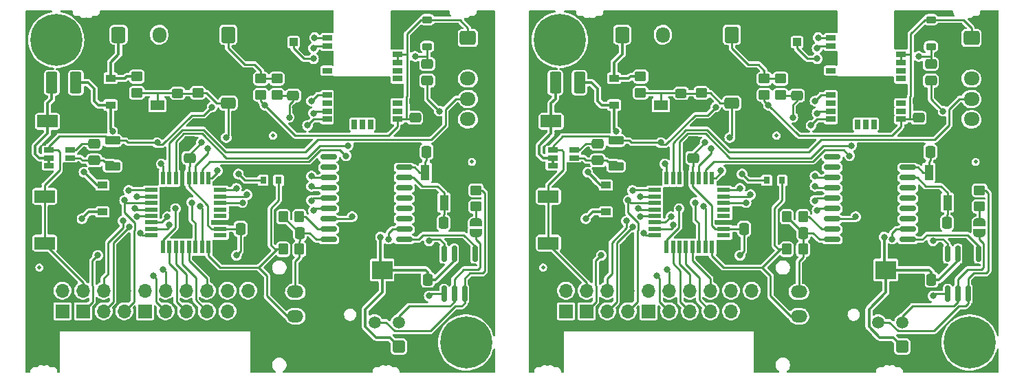
<source format=gbr>
%TF.GenerationSoftware,KiCad,Pcbnew,7.0.1-0*%
%TF.CreationDate,2023-04-11T20:51:41+02:00*%
%TF.ProjectId,SmartDisplay,536d6172-7444-4697-9370-6c61792e6b69,rev?*%
%TF.SameCoordinates,Original*%
%TF.FileFunction,Copper,L1,Top*%
%TF.FilePolarity,Positive*%
%FSLAX46Y46*%
G04 Gerber Fmt 4.6, Leading zero omitted, Abs format (unit mm)*
G04 Created by KiCad (PCBNEW 7.0.1-0) date 2023-04-11 20:51:41*
%MOMM*%
%LPD*%
G01*
G04 APERTURE LIST*
G04 Aperture macros list*
%AMRoundRect*
0 Rectangle with rounded corners*
0 $1 Rounding radius*
0 $2 $3 $4 $5 $6 $7 $8 $9 X,Y pos of 4 corners*
0 Add a 4 corners polygon primitive as box body*
4,1,4,$2,$3,$4,$5,$6,$7,$8,$9,$2,$3,0*
0 Add four circle primitives for the rounded corners*
1,1,$1+$1,$2,$3*
1,1,$1+$1,$4,$5*
1,1,$1+$1,$6,$7*
1,1,$1+$1,$8,$9*
0 Add four rect primitives between the rounded corners*
20,1,$1+$1,$2,$3,$4,$5,0*
20,1,$1+$1,$4,$5,$6,$7,0*
20,1,$1+$1,$6,$7,$8,$9,0*
20,1,$1+$1,$8,$9,$2,$3,0*%
%AMFreePoly0*
4,1,19,0.500000,-0.750000,0.000000,-0.750000,0.000000,-0.744911,-0.071157,-0.744911,-0.207708,-0.704816,-0.327430,-0.627875,-0.420627,-0.520320,-0.479746,-0.390866,-0.500000,-0.250000,-0.500000,0.250000,-0.479746,0.390866,-0.420627,0.520320,-0.327430,0.627875,-0.207708,0.704816,-0.071157,0.744911,0.000000,0.744911,0.000000,0.750000,0.500000,0.750000,0.500000,-0.750000,0.500000,-0.750000,
$1*%
%AMFreePoly1*
4,1,19,0.000000,0.744911,0.071157,0.744911,0.207708,0.704816,0.327430,0.627875,0.420627,0.520320,0.479746,0.390866,0.500000,0.250000,0.500000,-0.250000,0.479746,-0.390866,0.420627,-0.520320,0.327430,-0.627875,0.207708,-0.704816,0.071157,-0.744911,0.000000,-0.744911,0.000000,-0.750000,-0.500000,-0.750000,-0.500000,0.750000,0.000000,0.750000,0.000000,0.744911,0.000000,0.744911,
$1*%
G04 Aperture macros list end*
%TA.AperFunction,SMDPad,CuDef*%
%ADD10RoundRect,0.250000X0.475000X-0.337500X0.475000X0.337500X-0.475000X0.337500X-0.475000X-0.337500X0*%
%TD*%
%TA.AperFunction,SMDPad,CuDef*%
%ADD11RoundRect,0.249999X0.450001X-0.350001X0.450001X0.350001X-0.450001X0.350001X-0.450001X-0.350001X0*%
%TD*%
%TA.AperFunction,ComponentPad*%
%ADD12RoundRect,0.250000X0.760000X-0.500000X0.760000X0.500000X-0.760000X0.500000X-0.760000X-0.500000X0*%
%TD*%
%TA.AperFunction,ComponentPad*%
%ADD13O,2.020000X1.500000*%
%TD*%
%TA.AperFunction,SMDPad,CuDef*%
%ADD14RoundRect,0.249999X-0.450001X0.350001X-0.450001X-0.350001X0.450001X-0.350001X0.450001X0.350001X0*%
%TD*%
%TA.AperFunction,SMDPad,CuDef*%
%ADD15FreePoly0,270.000000*%
%TD*%
%TA.AperFunction,SMDPad,CuDef*%
%ADD16FreePoly1,270.000000*%
%TD*%
%TA.AperFunction,SMDPad,CuDef*%
%ADD17RoundRect,0.150000X0.875000X0.150000X-0.875000X0.150000X-0.875000X-0.150000X0.875000X-0.150000X0*%
%TD*%
%TA.AperFunction,ComponentPad*%
%ADD18C,0.800000*%
%TD*%
%TA.AperFunction,ComponentPad*%
%ADD19C,6.400000*%
%TD*%
%TA.AperFunction,SMDPad,CuDef*%
%ADD20RoundRect,0.250000X0.337500X0.475000X-0.337500X0.475000X-0.337500X-0.475000X0.337500X-0.475000X0*%
%TD*%
%TA.AperFunction,SMDPad,CuDef*%
%ADD21RoundRect,0.250000X-1.050000X-0.550000X1.050000X-0.550000X1.050000X0.550000X-1.050000X0.550000X0*%
%TD*%
%TA.AperFunction,SMDPad,CuDef*%
%ADD22RoundRect,0.249997X0.650003X-0.412503X0.650003X0.412503X-0.650003X0.412503X-0.650003X-0.412503X0*%
%TD*%
%TA.AperFunction,SMDPad,CuDef*%
%ADD23RoundRect,0.250000X0.700000X-0.275000X0.700000X0.275000X-0.700000X0.275000X-0.700000X-0.275000X0*%
%TD*%
%TA.AperFunction,SMDPad,CuDef*%
%ADD24R,1.200000X0.900000*%
%TD*%
%TA.AperFunction,SMDPad,CuDef*%
%ADD25RoundRect,0.250000X-0.337500X-0.475000X0.337500X-0.475000X0.337500X0.475000X-0.337500X0.475000X0*%
%TD*%
%TA.AperFunction,SMDPad,CuDef*%
%ADD26C,0.500000*%
%TD*%
%TA.AperFunction,SMDPad,CuDef*%
%ADD27R,0.800000X0.900000*%
%TD*%
%TA.AperFunction,SMDPad,CuDef*%
%ADD28RoundRect,0.225000X-0.375000X0.225000X-0.375000X-0.225000X0.375000X-0.225000X0.375000X0.225000X0*%
%TD*%
%TA.AperFunction,SMDPad,CuDef*%
%ADD29RoundRect,0.150000X-0.150000X0.825000X-0.150000X-0.825000X0.150000X-0.825000X0.150000X0.825000X0*%
%TD*%
%TA.AperFunction,SMDPad,CuDef*%
%ADD30RoundRect,0.249999X-0.350001X-0.450001X0.350001X-0.450001X0.350001X0.450001X-0.350001X0.450001X0*%
%TD*%
%TA.AperFunction,SMDPad,CuDef*%
%ADD31R,1.220000X0.650000*%
%TD*%
%TA.AperFunction,SMDPad,CuDef*%
%ADD32RoundRect,0.249999X0.450001X-0.325001X0.450001X0.325001X-0.450001X0.325001X-0.450001X-0.325001X0*%
%TD*%
%TA.AperFunction,ComponentPad*%
%ADD33RoundRect,0.250000X-0.600000X-0.725000X0.600000X-0.725000X0.600000X0.725000X-0.600000X0.725000X0*%
%TD*%
%TA.AperFunction,ComponentPad*%
%ADD34O,1.700000X1.950000*%
%TD*%
%TA.AperFunction,SMDPad,CuDef*%
%ADD35R,1.143000X0.711200*%
%TD*%
%TA.AperFunction,SMDPad,CuDef*%
%ADD36R,0.711200X1.143000*%
%TD*%
%TA.AperFunction,ComponentPad*%
%ADD37R,1.700000X1.700000*%
%TD*%
%TA.AperFunction,ComponentPad*%
%ADD38O,1.700000X1.700000*%
%TD*%
%TA.AperFunction,SMDPad,CuDef*%
%ADD39R,1.000000X1.000000*%
%TD*%
%TA.AperFunction,SMDPad,CuDef*%
%ADD40R,1.050000X2.200000*%
%TD*%
%TA.AperFunction,SMDPad,CuDef*%
%ADD41R,2.500000X2.300000*%
%TD*%
%TA.AperFunction,SMDPad,CuDef*%
%ADD42RoundRect,0.250000X-0.462500X-1.075000X0.462500X-1.075000X0.462500X1.075000X-0.462500X1.075000X0*%
%TD*%
%TA.AperFunction,SMDPad,CuDef*%
%ADD43R,1.600000X0.550000*%
%TD*%
%TA.AperFunction,SMDPad,CuDef*%
%ADD44R,0.550000X1.600000*%
%TD*%
%TA.AperFunction,SMDPad,CuDef*%
%ADD45R,1.700000X1.300000*%
%TD*%
%TA.AperFunction,ComponentPad*%
%ADD46RoundRect,0.250000X-0.725000X0.600000X-0.725000X-0.600000X0.725000X-0.600000X0.725000X0.600000X0*%
%TD*%
%TA.AperFunction,ComponentPad*%
%ADD47O,1.950000X1.700000*%
%TD*%
%TA.AperFunction,ComponentPad*%
%ADD48RoundRect,0.250000X0.500000X0.500000X-0.500000X0.500000X-0.500000X-0.500000X0.500000X-0.500000X0*%
%TD*%
%TA.AperFunction,ComponentPad*%
%ADD49C,1.500000*%
%TD*%
%TA.AperFunction,ComponentPad*%
%ADD50RoundRect,0.250000X-0.600000X-0.750000X0.600000X-0.750000X0.600000X0.750000X-0.600000X0.750000X0*%
%TD*%
%TA.AperFunction,ComponentPad*%
%ADD51O,1.700000X2.000000*%
%TD*%
%TA.AperFunction,SMDPad,CuDef*%
%ADD52R,1.100000X1.900000*%
%TD*%
%TA.AperFunction,ViaPad*%
%ADD53C,0.800000*%
%TD*%
%TA.AperFunction,Conductor*%
%ADD54C,0.250000*%
%TD*%
%TA.AperFunction,Conductor*%
%ADD55C,0.350000*%
%TD*%
G04 APERTURE END LIST*
D10*
%TO.P,C30,1*%
%TO.N,+3V3*%
X237000000Y-90495000D03*
%TO.P,C30,2*%
%TO.N,GND*%
X237000000Y-88420000D03*
%TD*%
D11*
%TO.P,R9,1*%
%TO.N,Net-(JP2-Pad1)*%
X244500000Y-101420000D03*
%TO.P,R9,2*%
%TO.N,CANH*%
X244500000Y-99420000D03*
%TD*%
D12*
%TO.P,J16,1,Pin_1*%
%TO.N,GND*%
X222250000Y-117920000D03*
D13*
%TO.P,J16,2,Pin_2*%
%TO.N,1WIRE*%
X222250000Y-114920000D03*
%TO.P,J16,3,Pin_3*%
%TO.N,+3V3*%
X222250000Y-111920000D03*
%TD*%
D14*
%TO.P,R12,1*%
%TO.N,Net-(J2-Pin_1)*%
X218000000Y-85670000D03*
%TO.P,R12,2*%
%TO.N,+3V3*%
X218000000Y-87670000D03*
%TD*%
D15*
%TO.P,JP4,1,1*%
%TO.N,Net-(JP2-Pad1)*%
X244500000Y-103370000D03*
D16*
%TO.P,JP4,2,2*%
%TO.N,CANL*%
X244500000Y-104670000D03*
%TD*%
D17*
%TO.P,U8,1,TXCAN*%
%TO.N,Net-(U2-TXD)*%
X235650000Y-105480000D03*
%TO.P,U8,2,RXCAN*%
%TO.N,Net-(U2-RXD)*%
X235650000Y-104210000D03*
%TO.P,U8,3,CLKOUT/SOF*%
%TO.N,unconnected-(U3-CLKOUT{slash}SOF-Pad3)*%
X235650000Y-102940000D03*
%TO.P,U8,4,~{TX0RTS}*%
%TO.N,unconnected-(U3-~{TX0RTS}-Pad4)*%
X235650000Y-101670000D03*
%TO.P,U8,5,~{TX1RTS}*%
%TO.N,unconnected-(U3-~{TX1RTS}-Pad5)*%
X235650000Y-100400000D03*
%TO.P,U8,6,~{TX2RTS}*%
%TO.N,unconnected-(U3-~{TX2RTS}-Pad6)*%
X235650000Y-99130000D03*
%TO.P,U8,7,OSC2*%
%TO.N,Net-(U3-OSC2)*%
X235650000Y-97860000D03*
%TO.P,U8,8,OSC1*%
%TO.N,Net-(U3-OSC1)*%
X235650000Y-96590000D03*
%TO.P,U8,9,VSS*%
%TO.N,GND*%
X235650000Y-95320000D03*
%TO.P,U8,10,~{RX1BF}*%
%TO.N,unconnected-(U3-~{RX1BF}-Pad10)*%
X226350000Y-95320000D03*
%TO.P,U8,11,~{RX0BF}*%
%TO.N,unconnected-(U3-~{RX0BF}-Pad11)*%
X226350000Y-96590000D03*
%TO.P,U8,12,~{INT}*%
%TO.N,INT_CAN*%
X226350000Y-97860000D03*
%TO.P,U8,13,SCK*%
%TO.N,SCK*%
X226350000Y-99130000D03*
%TO.P,U8,14,SI*%
%TO.N,MOSI*%
X226350000Y-100400000D03*
%TO.P,U8,15,SO*%
%TO.N,MISO*%
X226350000Y-101670000D03*
%TO.P,U8,16,~{CS}*%
%TO.N,SS*%
X226350000Y-102940000D03*
%TO.P,U8,17,~{RESET}*%
%TO.N,Net-(U3-~{RESET})*%
X226350000Y-104210000D03*
%TO.P,U8,18,VDD*%
%TO.N,+3V3*%
X226350000Y-105480000D03*
%TD*%
D18*
%TO.P,H3,1,1*%
%TO.N,unconnected-(H1-Pad1)*%
X190410000Y-80899000D03*
X191112944Y-79201944D03*
X191112944Y-82596056D03*
X192810000Y-78499000D03*
D19*
X192810000Y-80899000D03*
D18*
X192810000Y-83299000D03*
X194507056Y-79201944D03*
X194507056Y-82596056D03*
X195210000Y-80899000D03*
%TD*%
D20*
%TO.P,C23,1*%
%TO.N,Net-(U3-OSC2)*%
X240500000Y-103420000D03*
%TO.P,C23,2*%
%TO.N,GND*%
X238425000Y-103420000D03*
%TD*%
D18*
%TO.P,H4,1,1*%
%TO.N,unconnected-(H2-Pad1)*%
X245675056Y-118156056D03*
X244972112Y-119853112D03*
X244972112Y-116459000D03*
X243275056Y-120556056D03*
D19*
X243275056Y-118156056D03*
D18*
X243275056Y-115756056D03*
X241578000Y-119853112D03*
X241578000Y-116459000D03*
X240875056Y-118156056D03*
%TD*%
D21*
%TO.P,C29,1*%
%TO.N,+3V3*%
X191400000Y-105920000D03*
%TO.P,C29,2*%
%TO.N,GND*%
X195000000Y-105920000D03*
%TD*%
D22*
%TO.P,C26,1*%
%TO.N,A4*%
X214000000Y-88670000D03*
%TO.P,C26,2*%
%TO.N,GND*%
X214000000Y-85545000D03*
%TD*%
D23*
%TO.P,L2,1*%
%TO.N,Net-(U4-SW)*%
X199750000Y-96432500D03*
%TO.P,L2,2*%
%TO.N,+3V3*%
X199750000Y-93282500D03*
%TD*%
D24*
%TO.P,D12,1,K*%
%TO.N,Net-(D5-K)*%
X199500000Y-88920000D03*
%TO.P,D12,2,A*%
%TO.N,+12V*%
X199500000Y-85620000D03*
%TD*%
D25*
%TO.P,C16,1*%
%TO.N,GND*%
X220750000Y-104670000D03*
%TO.P,C16,2*%
%TO.N,+3V3*%
X222825000Y-104670000D03*
%TD*%
D11*
%TO.P,R14,1*%
%TO.N,A4*%
X210250000Y-87420000D03*
%TO.P,R14,2*%
%TO.N,GND*%
X210250000Y-85420000D03*
%TD*%
D26*
%TO.P,FID4,*%
%TO.N,*%
X219500000Y-92670000D03*
%TD*%
D27*
%TO.P,D9,1,K*%
%TO.N,1WIRE*%
X220200000Y-98170000D03*
%TO.P,D9,2,K*%
%TO.N,A4*%
X218300000Y-98170000D03*
%TO.P,D9,3,A*%
%TO.N,GND*%
X219250000Y-100170000D03*
%TD*%
D10*
%TO.P,C24,1*%
%TO.N,KEY*%
X222000000Y-87745000D03*
%TO.P,C24,2*%
%TO.N,GND*%
X222000000Y-85670000D03*
%TD*%
D14*
%TO.P,R11,1*%
%TO.N,Net-(J2-Pin_1)*%
X220000000Y-85670000D03*
%TO.P,R11,2*%
%TO.N,KEY*%
X220000000Y-87670000D03*
%TD*%
D28*
%TO.P,D7,1,K*%
%TO.N,+3V3*%
X238500000Y-78420000D03*
%TO.P,D7,2,A*%
%TO.N,RESET*%
X238500000Y-81720000D03*
%TD*%
D29*
%TO.P,U7,1,TXD*%
%TO.N,Net-(U2-TXD)*%
X244372000Y-107220000D03*
%TO.P,U7,2,VSS*%
%TO.N,GND*%
X243102000Y-107220000D03*
%TO.P,U7,3,VDD*%
%TO.N,+5V*%
X241832000Y-107220000D03*
%TO.P,U7,4,RXD*%
%TO.N,Net-(U2-RXD)*%
X240562000Y-107220000D03*
%TO.P,U7,5,Vio*%
%TO.N,+3V3*%
X240562000Y-112170000D03*
%TO.P,U7,6,CANL*%
%TO.N,CANL*%
X241832000Y-112170000D03*
%TO.P,U7,7,CANH*%
%TO.N,CANH*%
X243102000Y-112170000D03*
%TO.P,U7,8,STBY*%
%TO.N,GND*%
X244372000Y-112170000D03*
%TD*%
D30*
%TO.P,R10,1*%
%TO.N,+3V3*%
X220750000Y-102670000D03*
%TO.P,R10,2*%
%TO.N,Net-(U3-~{RESET})*%
X222750000Y-102670000D03*
%TD*%
D31*
%TO.P,U9,1,FB*%
%TO.N,+3V3*%
X191940000Y-94470000D03*
%TO.P,U9,2,EN*%
%TO.N,Net-(U4-EN)*%
X191940000Y-95420000D03*
%TO.P,U9,3,IN*%
X191940000Y-96370000D03*
%TO.P,U9,4,GND*%
%TO.N,GND*%
X194560000Y-96370000D03*
%TO.P,U9,5,SW*%
%TO.N,Net-(U4-SW)*%
X194560000Y-95420000D03*
%TO.P,U9,6,BST*%
%TO.N,Net-(U4-BST)*%
X194560000Y-94470000D03*
%TD*%
D32*
%TO.P,C25,1*%
%TO.N,A4*%
X207750000Y-87470000D03*
%TO.P,C25,2*%
%TO.N,GND*%
X207750000Y-85420000D03*
%TD*%
D10*
%TO.P,C27,1*%
%TO.N,Net-(J6-Pin_5)*%
X238500000Y-85920000D03*
%TO.P,C27,2*%
%TO.N,RESET*%
X238500000Y-83845000D03*
%TD*%
D33*
%TO.P,J12,1,Pin_1*%
%TO.N,+12V*%
X200500000Y-80264000D03*
D34*
%TO.P,J12,2,Pin_2*%
%TO.N,GND*%
X203000000Y-80264000D03*
%TO.P,J12,3,Pin_3*%
%TO.N,INSTR.BEL*%
X205500000Y-80264000D03*
%TO.P,J12,4,Pin_4*%
%TO.N,GND*%
X208000000Y-80264000D03*
%TD*%
D35*
%TO.P,U10,1,VCC_IO*%
%TO.N,+3V3*%
X234825000Y-90670001D03*
%TO.P,U10,2,Reserved*%
%TO.N,unconnected-(U5-Reserved-Pad2)*%
X234825000Y-89670000D03*
%TO.P,U10,3,SDA/_SPI_CS_N*%
%TO.N,unconnected-(U5-SDA{slash}_SPI_CS_N-Pad3)*%
X234825000Y-88670000D03*
%TO.P,U10,4,GND*%
%TO.N,GND*%
X234825000Y-87669999D03*
%TO.P,U10,5,GND*%
X234825000Y-86670001D03*
%TO.P,U10,6,SCL/_SPI_CLK*%
%TO.N,unconnected-(U5-SCL{slash}_SPI_CLK-Pad6)*%
X234825000Y-85670001D03*
%TO.P,U10,7,EXTINT*%
%TO.N,unconnected-(U5-EXTINT-Pad7)*%
X234825000Y-84670000D03*
%TO.P,U10,8,V_BCKP*%
%TO.N,+3V3*%
X234825000Y-83669999D03*
%TO.P,U10,9,VCC*%
X234825000Y-82669999D03*
%TO.P,U10,10,GND*%
%TO.N,GND*%
X234825000Y-81670001D03*
%TO.P,U10,11,GND*%
X234825000Y-80670000D03*
%TO.P,U10,12,GND*%
X234825000Y-79670000D03*
%TO.P,U10,13,GND*%
X234825000Y-78669999D03*
%TO.P,U10,14,GND*%
X226175000Y-78669999D03*
%TO.P,U10,15,GND*%
X226175000Y-79670000D03*
%TO.P,U10,16,RF_OUT*%
%TO.N,Net-(U5-RF_OUT)*%
X226175000Y-80670000D03*
%TO.P,U10,17,RF_IN*%
%TO.N,Net-(U5-RF_IN)*%
X226175000Y-81670001D03*
%TO.P,U10,18,GND*%
%TO.N,GND*%
X226175000Y-82669999D03*
%TO.P,U10,19,GND*%
X226175000Y-83669999D03*
%TO.P,U10,20,D_SEL*%
%TO.N,unconnected-(U5-D_SEL-Pad20)*%
X226175000Y-84670000D03*
%TO.P,U10,21,GND*%
%TO.N,GND*%
X226175000Y-85670001D03*
%TO.P,U10,22,GND*%
X226175000Y-86670001D03*
%TO.P,U10,23,RESET_N*%
%TO.N,GPS_RESET*%
X226175000Y-87669999D03*
%TO.P,U10,24,SAFEBOOT_N*%
%TO.N,unconnected-(U5-SAFEBOOT_N-Pad24)*%
X226175000Y-88670000D03*
%TO.P,U10,25,TXD/_SPI_MISO*%
%TO.N,GPS_TXD*%
X226175000Y-89670000D03*
%TO.P,U10,26,RXD/_SPI_MOSI*%
%TO.N,GPS_RXD*%
X226175000Y-90670001D03*
D36*
%TO.P,U10,27,GND*%
%TO.N,GND*%
X228499999Y-91270002D03*
%TO.P,U10,28,RESERVED*%
%TO.N,unconnected-(U5-RESERVED-Pad28)*%
X229499999Y-91270002D03*
%TO.P,U10,29,TIMEPULSE*%
%TO.N,unconnected-(U5-TIMEPULSE-Pad29)*%
X230500000Y-91270002D03*
%TO.P,U10,30,LNA_EN*%
%TO.N,unconnected-(U5-LNA_EN-Pad30)*%
X231500001Y-91270002D03*
%TO.P,U10,31,GND*%
%TO.N,GND*%
X232500001Y-91270002D03*
%TD*%
D26*
%TO.P,FID6,*%
%TO.N,*%
X244000000Y-95920000D03*
%TD*%
D37*
%TO.P,J11,1,Pin_1*%
%TO.N,+12V*%
X193572000Y-114300000D03*
D38*
%TO.P,J11,2,Pin_2*%
%TO.N,INSTR.BEL*%
X193572000Y-111760000D03*
%TD*%
D21*
%TO.P,C28,1*%
%TO.N,+3V3*%
X191400000Y-100170000D03*
%TO.P,C28,2*%
%TO.N,GND*%
X195000000Y-100170000D03*
%TD*%
D39*
%TO.P,X2,1,SIGNAL*%
%TO.N,Net-(X1-SIGNAL)*%
X222025000Y-81170000D03*
D40*
%TO.P,X2,2,GND*%
%TO.N,GND*%
X220550000Y-79670000D03*
D39*
X222025000Y-78170000D03*
D40*
X223500000Y-79670000D03*
%TD*%
D41*
%TO.P,D8,1,A1*%
%TO.N,+5V*%
X232942000Y-109220000D03*
%TO.P,D8,2,A2*%
%TO.N,GND*%
X228642000Y-109220000D03*
%TD*%
D25*
%TO.P,C22,1*%
%TO.N,Net-(U3-OSC1)*%
X238425000Y-94670000D03*
%TO.P,C22,2*%
%TO.N,GND*%
X240500000Y-94670000D03*
%TD*%
D24*
%TO.P,D11,1,K*%
%TO.N,Net-(D5-K)*%
X198500000Y-98770000D03*
%TO.P,D11,2,A*%
%TO.N,+5V*%
X198500000Y-102070000D03*
%TD*%
D21*
%TO.P,C18,1*%
%TO.N,Net-(U4-EN)*%
X191750000Y-90920000D03*
%TO.P,C18,2*%
%TO.N,GND*%
X195350000Y-90920000D03*
%TD*%
D26*
%TO.P,FID5,*%
%TO.N,*%
X190750000Y-108920000D03*
%TD*%
D42*
%TO.P,F2,1*%
%TO.N,Net-(U4-EN)*%
X192275000Y-86170000D03*
%TO.P,F2,2*%
%TO.N,Net-(D5-K)*%
X195250000Y-86170000D03*
%TD*%
D43*
%TO.P,U6,1,D3/SCL/PA3*%
%TO.N,SCL*%
X204500000Y-99370000D03*
%TO.P,U6,2,D4/MOSI/PA4*%
%TO.N,MOSI*%
X204500000Y-100170000D03*
%TO.P,U6,3,D5/MISO/PA5*%
%TO.N,MISO*%
X204500000Y-100970000D03*
%TO.P,U6,4,D6/SCK/PA6*%
%TO.N,SCK*%
X204500000Y-101770000D03*
%TO.P,U6,5,D7/SS/PA7*%
%TO.N,SS*%
X204500000Y-102570000D03*
%TO.P,U6,6,D8/TX1/PC0*%
%TO.N,GPS_RXD*%
X204500000Y-103370000D03*
%TO.P,U6,7,D9/RX1/PC1*%
%TO.N,GPS_TXD*%
X204500000Y-104170000D03*
%TO.P,U6,8,D10/PC2*%
%TO.N,INT_CAN*%
X204500000Y-104970000D03*
D44*
%TO.P,U6,9,D11/PC3*%
%TO.N,GPS_RESET*%
X205950000Y-106420000D03*
%TO.P,U6,10,A0/PD0*%
%TO.N,A0*%
X206750000Y-106420000D03*
%TO.P,U6,11,A1/PD1*%
%TO.N,A1*%
X207550000Y-106420000D03*
%TO.P,U6,12,A2/PD2*%
%TO.N,A2*%
X208350000Y-106420000D03*
%TO.P,U6,13,A3/PD3*%
%TO.N,A3*%
X209150000Y-106420000D03*
%TO.P,U6,14,A4/PD4*%
%TO.N,A4*%
X209950000Y-106420000D03*
%TO.P,U6,15,A5/PD5*%
%TO.N,KEY*%
X210750000Y-106420000D03*
%TO.P,U6,16,A6/PD6*%
%TO.N,1WIRE*%
X211550000Y-106420000D03*
D43*
%TO.P,U6,17,A7/PD7*%
%TO.N,AREF*%
X213000000Y-104970000D03*
%TO.P,U6,18,AVDD*%
%TO.N,+3V3*%
X213000000Y-104170000D03*
%TO.P,U6,19,GND*%
%TO.N,GND*%
X213000000Y-103370000D03*
%TO.P,U6,20,PF0/TOSC1*%
%TO.N,unconnected-(U1-PF0{slash}TOSC1-Pad20)*%
X213000000Y-102570000D03*
%TO.P,U6,21,PF1/TOSC2*%
%TO.N,unconnected-(U1-PF1{slash}TOSC2-Pad21)*%
X213000000Y-101770000D03*
%TO.P,U6,22,PF2*%
%TO.N,D22*%
X213000000Y-100970000D03*
%TO.P,U6,23,PF3*%
%TO.N,D23*%
X213000000Y-100170000D03*
%TO.P,U6,24,PF4*%
%TO.N,D24*%
X213000000Y-99370000D03*
D44*
%TO.P,U6,25,PF5*%
%TO.N,D25*%
X211550000Y-97920000D03*
%TO.P,U6,26,PF6/~{RESET}*%
%TO.N,RESET*%
X210750000Y-97920000D03*
%TO.P,U6,27,UPDI*%
%TO.N,UPDI*%
X209950000Y-97920000D03*
%TO.P,U6,28,VDD*%
%TO.N,+3V3*%
X209150000Y-97920000D03*
%TO.P,U6,29,GND*%
%TO.N,GND*%
X208350000Y-97920000D03*
%TO.P,U6,30,D0/TX0/PA0*%
%TO.N,TXD*%
X207550000Y-97920000D03*
%TO.P,U6,31,D1/RX0/PA1*%
%TO.N,RXD*%
X206750000Y-97920000D03*
%TO.P,U6,32,D2/SDA/PA2*%
%TO.N,SDA*%
X205950000Y-97920000D03*
%TD*%
D37*
%TO.P,J15,1,Pin_1*%
%TO.N,D22*%
X203732000Y-114300000D03*
D38*
%TO.P,J15,2,Pin_2*%
%TO.N,D23*%
X203732000Y-111760000D03*
%TO.P,J15,3,Pin_3*%
%TO.N,D24*%
X206272000Y-114300000D03*
%TO.P,J15,4,Pin_4*%
%TO.N,D25*%
X206272000Y-111760000D03*
%TO.P,J15,5,Pin_5*%
%TO.N,A0*%
X208812000Y-114300000D03*
%TO.P,J15,6,Pin_6*%
%TO.N,A1*%
X208812000Y-111760000D03*
%TO.P,J15,7,Pin_7*%
%TO.N,A2*%
X211352000Y-114300000D03*
%TO.P,J15,8,Pin_8*%
%TO.N,A3*%
X211352000Y-111760000D03*
%TO.P,J15,9,Pin_9*%
%TO.N,SDA*%
X213892000Y-114300000D03*
%TO.P,J15,10,Pin_10*%
%TO.N,SCL*%
X213892000Y-111760000D03*
%TO.P,J15,11,Pin_11*%
%TO.N,GND*%
X216432000Y-114300000D03*
%TO.P,J15,12,Pin_12*%
%TO.N,+3V3*%
X216432000Y-111760000D03*
%TD*%
D37*
%TO.P,J13,1,Pin_1*%
%TO.N,UPDI*%
X196112000Y-114300000D03*
D38*
%TO.P,J13,2,Pin_2*%
%TO.N,+3V3*%
X196112000Y-111760000D03*
%TO.P,J13,3,Pin_3*%
%TO.N,SCK*%
X198652000Y-114300000D03*
%TO.P,J13,4,Pin_4*%
%TO.N,MOSI*%
X198652000Y-111760000D03*
%TO.P,J13,5,Pin_5*%
%TO.N,MISO*%
X201192000Y-114300000D03*
%TO.P,J13,6,Pin_6*%
%TO.N,GND*%
X201192000Y-111760000D03*
%TD*%
D45*
%TO.P,D10,1,K*%
%TO.N,A4*%
X205250000Y-88920000D03*
%TO.P,D10,2,A*%
%TO.N,GND*%
X205250000Y-85420000D03*
%TD*%
D46*
%TO.P,J14,1,Pin_1*%
%TO.N,+3V3*%
X243500000Y-80670000D03*
D47*
%TO.P,J14,2,Pin_2*%
%TO.N,GND*%
X243500000Y-83170000D03*
%TO.P,J14,3,Pin_3*%
%TO.N,TXD*%
X243500000Y-85670000D03*
%TO.P,J14,4,Pin_4*%
%TO.N,RXD*%
X243500000Y-88170000D03*
%TO.P,J14,5,Pin_5*%
%TO.N,Net-(J6-Pin_5)*%
X243500000Y-90670000D03*
%TD*%
D48*
%TO.P,J9,1,Pin_1*%
%TO.N,+5V*%
X235000000Y-118670000D03*
D49*
%TO.P,J9,2,Pin_2*%
%TO.N,GND*%
X232000000Y-118670000D03*
%TO.P,J9,3,Pin_3*%
%TO.N,CANL*%
X235000000Y-115670000D03*
%TO.P,J9,4,Pin_4*%
%TO.N,CANH*%
X232000000Y-115670000D03*
%TD*%
D10*
%TO.P,C21,1*%
%TO.N,+3V3*%
X209250000Y-95420000D03*
%TO.P,C21,2*%
%TO.N,GND*%
X209250000Y-93345000D03*
%TD*%
D50*
%TO.P,J10,1,Pin_1*%
%TO.N,Net-(J2-Pin_1)*%
X214000000Y-80264000D03*
D51*
%TO.P,J10,2,Pin_2*%
%TO.N,GND*%
X216500000Y-80264000D03*
%TD*%
D10*
%TO.P,C19,1*%
%TO.N,Net-(U4-SW)*%
X197500000Y-95745000D03*
%TO.P,C19,2*%
%TO.N,Net-(U4-BST)*%
X197500000Y-93670000D03*
%TD*%
D30*
%TO.P,R15,1*%
%TO.N,1WIRE*%
X220750000Y-106670000D03*
%TO.P,R15,2*%
%TO.N,+3V3*%
X222750000Y-106670000D03*
%TD*%
D25*
%TO.P,C17,1*%
%TO.N,+3V3*%
X215500000Y-104170000D03*
%TO.P,C17,2*%
%TO.N,GND*%
X217575000Y-104170000D03*
%TD*%
D11*
%TO.P,R13,1*%
%TO.N,A4*%
X202750000Y-87420000D03*
%TO.P,R13,2*%
%TO.N,+12V*%
X202750000Y-85420000D03*
%TD*%
D52*
%TO.P,Y3,1,1*%
%TO.N,Net-(U3-OSC1)*%
X238250000Y-97220000D03*
%TO.P,Y3,2,2*%
%TO.N,GND*%
X238250000Y-100920000D03*
%TO.P,Y3,3,3*%
%TO.N,Net-(U3-OSC2)*%
X240550000Y-100920000D03*
%TO.P,Y3,4,4*%
%TO.N,GND*%
X240550000Y-97220000D03*
%TD*%
D25*
%TO.P,C20,1*%
%TO.N,GND*%
X236500000Y-110420000D03*
%TO.P,C20,2*%
%TO.N,+5V*%
X238575000Y-110420000D03*
%TD*%
D10*
%TO.P,C12,1*%
%TO.N,Net-(J6-Pin_5)*%
X176500000Y-85920000D03*
%TO.P,C12,2*%
%TO.N,RESET*%
X176500000Y-83845000D03*
%TD*%
D30*
%TO.P,R8,1*%
%TO.N,1WIRE*%
X158750000Y-106670000D03*
%TO.P,R8,2*%
%TO.N,+3V3*%
X160750000Y-106670000D03*
%TD*%
D18*
%TO.P,H1,1,1*%
%TO.N,unconnected-(H1-Pad1)*%
X128410000Y-80899000D03*
X129112944Y-79201944D03*
X129112944Y-82596056D03*
X130810000Y-78499000D03*
D19*
X130810000Y-80899000D03*
D18*
X130810000Y-83299000D03*
X132507056Y-79201944D03*
X132507056Y-82596056D03*
X133210000Y-80899000D03*
%TD*%
D30*
%TO.P,R3,1*%
%TO.N,+3V3*%
X158750000Y-102670000D03*
%TO.P,R3,2*%
%TO.N,Net-(U3-~{RESET})*%
X160750000Y-102670000D03*
%TD*%
D32*
%TO.P,C10,1*%
%TO.N,A4*%
X145750000Y-87470000D03*
%TO.P,C10,2*%
%TO.N,GND*%
X145750000Y-85420000D03*
%TD*%
D10*
%TO.P,C6,1*%
%TO.N,+3V3*%
X147250000Y-95420000D03*
%TO.P,C6,2*%
%TO.N,GND*%
X147250000Y-93345000D03*
%TD*%
D14*
%TO.P,R5,1*%
%TO.N,Net-(J2-Pin_1)*%
X156000000Y-85670000D03*
%TO.P,R5,2*%
%TO.N,+3V3*%
X156000000Y-87670000D03*
%TD*%
D11*
%TO.P,R6,1*%
%TO.N,A4*%
X140750000Y-87420000D03*
%TO.P,R6,2*%
%TO.N,+12V*%
X140750000Y-85420000D03*
%TD*%
D45*
%TO.P,D4,1,K*%
%TO.N,A4*%
X143250000Y-88920000D03*
%TO.P,D4,2,A*%
%TO.N,GND*%
X143250000Y-85420000D03*
%TD*%
D41*
%TO.P,D2,1,A1*%
%TO.N,+5V*%
X170942000Y-109220000D03*
%TO.P,D2,2,A2*%
%TO.N,GND*%
X166642000Y-109220000D03*
%TD*%
D52*
%TO.P,Y2,1,1*%
%TO.N,Net-(U3-OSC1)*%
X176250000Y-97220000D03*
%TO.P,Y2,2,2*%
%TO.N,GND*%
X176250000Y-100920000D03*
%TO.P,Y2,3,3*%
%TO.N,Net-(U3-OSC2)*%
X178550000Y-100920000D03*
%TO.P,Y2,4,4*%
%TO.N,GND*%
X178550000Y-97220000D03*
%TD*%
D20*
%TO.P,C8,1*%
%TO.N,Net-(U3-OSC2)*%
X178500000Y-103420000D03*
%TO.P,C8,2*%
%TO.N,GND*%
X176425000Y-103420000D03*
%TD*%
D15*
%TO.P,JP2,1,1*%
%TO.N,Net-(JP2-Pad1)*%
X182500000Y-103370000D03*
D16*
%TO.P,JP2,2,2*%
%TO.N,CANL*%
X182500000Y-104670000D03*
%TD*%
D25*
%TO.P,C5,1*%
%TO.N,GND*%
X174500000Y-110420000D03*
%TO.P,C5,2*%
%TO.N,+5V*%
X176575000Y-110420000D03*
%TD*%
D29*
%TO.P,U2,1,TXD*%
%TO.N,Net-(U2-TXD)*%
X182372000Y-107220000D03*
%TO.P,U2,2,VSS*%
%TO.N,GND*%
X181102000Y-107220000D03*
%TO.P,U2,3,VDD*%
%TO.N,+5V*%
X179832000Y-107220000D03*
%TO.P,U2,4,RXD*%
%TO.N,Net-(U2-RXD)*%
X178562000Y-107220000D03*
%TO.P,U2,5,Vio*%
%TO.N,+3V3*%
X178562000Y-112170000D03*
%TO.P,U2,6,CANL*%
%TO.N,CANL*%
X179832000Y-112170000D03*
%TO.P,U2,7,CANH*%
%TO.N,CANH*%
X181102000Y-112170000D03*
%TO.P,U2,8,STBY*%
%TO.N,GND*%
X182372000Y-112170000D03*
%TD*%
D18*
%TO.P,H2,1,1*%
%TO.N,unconnected-(H2-Pad1)*%
X183675056Y-118156056D03*
X182972112Y-119853112D03*
X182972112Y-116459000D03*
X181275056Y-120556056D03*
D19*
X181275056Y-118156056D03*
D18*
X181275056Y-115756056D03*
X179578000Y-119853112D03*
X179578000Y-116459000D03*
X178875056Y-118156056D03*
%TD*%
D11*
%TO.P,R2,1*%
%TO.N,Net-(JP2-Pad1)*%
X182500000Y-101420000D03*
%TO.P,R2,2*%
%TO.N,CANH*%
X182500000Y-99420000D03*
%TD*%
D25*
%TO.P,C1,1*%
%TO.N,GND*%
X158750000Y-104670000D03*
%TO.P,C1,2*%
%TO.N,+3V3*%
X160825000Y-104670000D03*
%TD*%
D37*
%TO.P,J5,1,Pin_1*%
%TO.N,UPDI*%
X134112000Y-114300000D03*
D38*
%TO.P,J5,2,Pin_2*%
%TO.N,+3V3*%
X134112000Y-111760000D03*
%TO.P,J5,3,Pin_3*%
%TO.N,SCK*%
X136652000Y-114300000D03*
%TO.P,J5,4,Pin_4*%
%TO.N,MOSI*%
X136652000Y-111760000D03*
%TO.P,J5,5,Pin_5*%
%TO.N,MISO*%
X139192000Y-114300000D03*
%TO.P,J5,6,Pin_6*%
%TO.N,GND*%
X139192000Y-111760000D03*
%TD*%
D37*
%TO.P,J7,1,Pin_1*%
%TO.N,D22*%
X141732000Y-114300000D03*
D38*
%TO.P,J7,2,Pin_2*%
%TO.N,D23*%
X141732000Y-111760000D03*
%TO.P,J7,3,Pin_3*%
%TO.N,D24*%
X144272000Y-114300000D03*
%TO.P,J7,4,Pin_4*%
%TO.N,D25*%
X144272000Y-111760000D03*
%TO.P,J7,5,Pin_5*%
%TO.N,A0*%
X146812000Y-114300000D03*
%TO.P,J7,6,Pin_6*%
%TO.N,A1*%
X146812000Y-111760000D03*
%TO.P,J7,7,Pin_7*%
%TO.N,A2*%
X149352000Y-114300000D03*
%TO.P,J7,8,Pin_8*%
%TO.N,A3*%
X149352000Y-111760000D03*
%TO.P,J7,9,Pin_9*%
%TO.N,SDA*%
X151892000Y-114300000D03*
%TO.P,J7,10,Pin_10*%
%TO.N,SCL*%
X151892000Y-111760000D03*
%TO.P,J7,11,Pin_11*%
%TO.N,GND*%
X154432000Y-114300000D03*
%TO.P,J7,12,Pin_12*%
%TO.N,+3V3*%
X154432000Y-111760000D03*
%TD*%
D37*
%TO.P,J3,1,Pin_1*%
%TO.N,+12V*%
X131572000Y-114300000D03*
D38*
%TO.P,J3,2,Pin_2*%
%TO.N,INSTR.BEL*%
X131572000Y-111760000D03*
%TD*%
D50*
%TO.P,J2,1,Pin_1*%
%TO.N,Net-(J2-Pin_1)*%
X152000000Y-80264000D03*
D51*
%TO.P,J2,2,Pin_2*%
%TO.N,GND*%
X154500000Y-80264000D03*
%TD*%
D43*
%TO.P,U1,1,D3/SCL/PA3*%
%TO.N,SCL*%
X142500000Y-99370000D03*
%TO.P,U1,2,D4/MOSI/PA4*%
%TO.N,MOSI*%
X142500000Y-100170000D03*
%TO.P,U1,3,D5/MISO/PA5*%
%TO.N,MISO*%
X142500000Y-100970000D03*
%TO.P,U1,4,D6/SCK/PA6*%
%TO.N,SCK*%
X142500000Y-101770000D03*
%TO.P,U1,5,D7/SS/PA7*%
%TO.N,SS*%
X142500000Y-102570000D03*
%TO.P,U1,6,D8/TX1/PC0*%
%TO.N,GPS_RXD*%
X142500000Y-103370000D03*
%TO.P,U1,7,D9/RX1/PC1*%
%TO.N,GPS_TXD*%
X142500000Y-104170000D03*
%TO.P,U1,8,D10/PC2*%
%TO.N,INT_CAN*%
X142500000Y-104970000D03*
D44*
%TO.P,U1,9,D11/PC3*%
%TO.N,GPS_RESET*%
X143950000Y-106420000D03*
%TO.P,U1,10,A0/PD0*%
%TO.N,A0*%
X144750000Y-106420000D03*
%TO.P,U1,11,A1/PD1*%
%TO.N,A1*%
X145550000Y-106420000D03*
%TO.P,U1,12,A2/PD2*%
%TO.N,A2*%
X146350000Y-106420000D03*
%TO.P,U1,13,A3/PD3*%
%TO.N,A3*%
X147150000Y-106420000D03*
%TO.P,U1,14,A4/PD4*%
%TO.N,A4*%
X147950000Y-106420000D03*
%TO.P,U1,15,A5/PD5*%
%TO.N,KEY*%
X148750000Y-106420000D03*
%TO.P,U1,16,A6/PD6*%
%TO.N,1WIRE*%
X149550000Y-106420000D03*
D43*
%TO.P,U1,17,A7/PD7*%
%TO.N,AREF*%
X151000000Y-104970000D03*
%TO.P,U1,18,AVDD*%
%TO.N,+3V3*%
X151000000Y-104170000D03*
%TO.P,U1,19,GND*%
%TO.N,GND*%
X151000000Y-103370000D03*
%TO.P,U1,20,PF0/TOSC1*%
%TO.N,unconnected-(U1-PF0{slash}TOSC1-Pad20)*%
X151000000Y-102570000D03*
%TO.P,U1,21,PF1/TOSC2*%
%TO.N,unconnected-(U1-PF1{slash}TOSC2-Pad21)*%
X151000000Y-101770000D03*
%TO.P,U1,22,PF2*%
%TO.N,D22*%
X151000000Y-100970000D03*
%TO.P,U1,23,PF3*%
%TO.N,D23*%
X151000000Y-100170000D03*
%TO.P,U1,24,PF4*%
%TO.N,D24*%
X151000000Y-99370000D03*
D44*
%TO.P,U1,25,PF5*%
%TO.N,D25*%
X149550000Y-97920000D03*
%TO.P,U1,26,PF6/~{RESET}*%
%TO.N,RESET*%
X148750000Y-97920000D03*
%TO.P,U1,27,UPDI*%
%TO.N,UPDI*%
X147950000Y-97920000D03*
%TO.P,U1,28,VDD*%
%TO.N,+3V3*%
X147150000Y-97920000D03*
%TO.P,U1,29,GND*%
%TO.N,GND*%
X146350000Y-97920000D03*
%TO.P,U1,30,D0/TX0/PA0*%
%TO.N,TXD*%
X145550000Y-97920000D03*
%TO.P,U1,31,D1/RX0/PA1*%
%TO.N,RXD*%
X144750000Y-97920000D03*
%TO.P,U1,32,D2/SDA/PA2*%
%TO.N,SDA*%
X143950000Y-97920000D03*
%TD*%
D25*
%TO.P,C2,1*%
%TO.N,+3V3*%
X153500000Y-104170000D03*
%TO.P,C2,2*%
%TO.N,GND*%
X155575000Y-104170000D03*
%TD*%
D17*
%TO.P,U3,1,TXCAN*%
%TO.N,Net-(U2-TXD)*%
X173650000Y-105480000D03*
%TO.P,U3,2,RXCAN*%
%TO.N,Net-(U2-RXD)*%
X173650000Y-104210000D03*
%TO.P,U3,3,CLKOUT/SOF*%
%TO.N,unconnected-(U3-CLKOUT{slash}SOF-Pad3)*%
X173650000Y-102940000D03*
%TO.P,U3,4,~{TX0RTS}*%
%TO.N,unconnected-(U3-~{TX0RTS}-Pad4)*%
X173650000Y-101670000D03*
%TO.P,U3,5,~{TX1RTS}*%
%TO.N,unconnected-(U3-~{TX1RTS}-Pad5)*%
X173650000Y-100400000D03*
%TO.P,U3,6,~{TX2RTS}*%
%TO.N,unconnected-(U3-~{TX2RTS}-Pad6)*%
X173650000Y-99130000D03*
%TO.P,U3,7,OSC2*%
%TO.N,Net-(U3-OSC2)*%
X173650000Y-97860000D03*
%TO.P,U3,8,OSC1*%
%TO.N,Net-(U3-OSC1)*%
X173650000Y-96590000D03*
%TO.P,U3,9,VSS*%
%TO.N,GND*%
X173650000Y-95320000D03*
%TO.P,U3,10,~{RX1BF}*%
%TO.N,unconnected-(U3-~{RX1BF}-Pad10)*%
X164350000Y-95320000D03*
%TO.P,U3,11,~{RX0BF}*%
%TO.N,unconnected-(U3-~{RX0BF}-Pad11)*%
X164350000Y-96590000D03*
%TO.P,U3,12,~{INT}*%
%TO.N,INT_CAN*%
X164350000Y-97860000D03*
%TO.P,U3,13,SCK*%
%TO.N,SCK*%
X164350000Y-99130000D03*
%TO.P,U3,14,SI*%
%TO.N,MOSI*%
X164350000Y-100400000D03*
%TO.P,U3,15,SO*%
%TO.N,MISO*%
X164350000Y-101670000D03*
%TO.P,U3,16,~{CS}*%
%TO.N,SS*%
X164350000Y-102940000D03*
%TO.P,U3,17,~{RESET}*%
%TO.N,Net-(U3-~{RESET})*%
X164350000Y-104210000D03*
%TO.P,U3,18,VDD*%
%TO.N,+3V3*%
X164350000Y-105480000D03*
%TD*%
D11*
%TO.P,R7,1*%
%TO.N,A4*%
X148250000Y-87420000D03*
%TO.P,R7,2*%
%TO.N,GND*%
X148250000Y-85420000D03*
%TD*%
D42*
%TO.P,F1,1*%
%TO.N,Net-(U4-EN)*%
X130275000Y-86170000D03*
%TO.P,F1,2*%
%TO.N,Net-(D5-K)*%
X133250000Y-86170000D03*
%TD*%
D14*
%TO.P,R4,1*%
%TO.N,Net-(J2-Pin_1)*%
X158000000Y-85670000D03*
%TO.P,R4,2*%
%TO.N,KEY*%
X158000000Y-87670000D03*
%TD*%
D26*
%TO.P,FID2,*%
%TO.N,*%
X128750000Y-108920000D03*
%TD*%
%TO.P,FID3,*%
%TO.N,*%
X182000000Y-95920000D03*
%TD*%
D21*
%TO.P,C3,1*%
%TO.N,Net-(U4-EN)*%
X129750000Y-90920000D03*
%TO.P,C3,2*%
%TO.N,GND*%
X133350000Y-90920000D03*
%TD*%
D10*
%TO.P,C4,1*%
%TO.N,Net-(U4-SW)*%
X135500000Y-95745000D03*
%TO.P,C4,2*%
%TO.N,Net-(U4-BST)*%
X135500000Y-93670000D03*
%TD*%
D21*
%TO.P,C13,1*%
%TO.N,+3V3*%
X129400000Y-100170000D03*
%TO.P,C13,2*%
%TO.N,GND*%
X133000000Y-100170000D03*
%TD*%
%TO.P,C14,1*%
%TO.N,+3V3*%
X129400000Y-105920000D03*
%TO.P,C14,2*%
%TO.N,GND*%
X133000000Y-105920000D03*
%TD*%
D46*
%TO.P,J6,1,Pin_1*%
%TO.N,+3V3*%
X181500000Y-80670000D03*
D47*
%TO.P,J6,2,Pin_2*%
%TO.N,GND*%
X181500000Y-83170000D03*
%TO.P,J6,3,Pin_3*%
%TO.N,TXD*%
X181500000Y-85670000D03*
%TO.P,J6,4,Pin_4*%
%TO.N,RXD*%
X181500000Y-88170000D03*
%TO.P,J6,5,Pin_5*%
%TO.N,Net-(J6-Pin_5)*%
X181500000Y-90670000D03*
%TD*%
D23*
%TO.P,L1,1*%
%TO.N,Net-(U4-SW)*%
X137750000Y-96432500D03*
%TO.P,L1,2*%
%TO.N,+3V3*%
X137750000Y-93282500D03*
%TD*%
D48*
%TO.P,J1,1,Pin_1*%
%TO.N,+5V*%
X173000000Y-118670000D03*
D49*
%TO.P,J1,2,Pin_2*%
%TO.N,GND*%
X170000000Y-118670000D03*
%TO.P,J1,3,Pin_3*%
%TO.N,CANL*%
X173000000Y-115670000D03*
%TO.P,J1,4,Pin_4*%
%TO.N,CANH*%
X170000000Y-115670000D03*
%TD*%
D12*
%TO.P,J8,1,Pin_1*%
%TO.N,GND*%
X160250000Y-117920000D03*
D13*
%TO.P,J8,2,Pin_2*%
%TO.N,1WIRE*%
X160250000Y-114920000D03*
%TO.P,J8,3,Pin_3*%
%TO.N,+3V3*%
X160250000Y-111920000D03*
%TD*%
D25*
%TO.P,C7,1*%
%TO.N,Net-(U3-OSC1)*%
X176425000Y-94670000D03*
%TO.P,C7,2*%
%TO.N,GND*%
X178500000Y-94670000D03*
%TD*%
D33*
%TO.P,J4,1,Pin_1*%
%TO.N,+12V*%
X138500000Y-80264000D03*
D34*
%TO.P,J4,2,Pin_2*%
%TO.N,GND*%
X141000000Y-80264000D03*
%TO.P,J4,3,Pin_3*%
%TO.N,INSTR.BEL*%
X143500000Y-80264000D03*
%TO.P,J4,4,Pin_4*%
%TO.N,GND*%
X146000000Y-80264000D03*
%TD*%
D22*
%TO.P,C11,1*%
%TO.N,A4*%
X152000000Y-88670000D03*
%TO.P,C11,2*%
%TO.N,GND*%
X152000000Y-85545000D03*
%TD*%
D35*
%TO.P,U5,1,VCC_IO*%
%TO.N,+3V3*%
X172825000Y-90670001D03*
%TO.P,U5,2,Reserved*%
%TO.N,unconnected-(U5-Reserved-Pad2)*%
X172825000Y-89670000D03*
%TO.P,U5,3,SDA/_SPI_CS_N*%
%TO.N,unconnected-(U5-SDA{slash}_SPI_CS_N-Pad3)*%
X172825000Y-88670000D03*
%TO.P,U5,4,GND*%
%TO.N,GND*%
X172825000Y-87669999D03*
%TO.P,U5,5,GND*%
X172825000Y-86670001D03*
%TO.P,U5,6,SCL/_SPI_CLK*%
%TO.N,unconnected-(U5-SCL{slash}_SPI_CLK-Pad6)*%
X172825000Y-85670001D03*
%TO.P,U5,7,EXTINT*%
%TO.N,unconnected-(U5-EXTINT-Pad7)*%
X172825000Y-84670000D03*
%TO.P,U5,8,V_BCKP*%
%TO.N,+3V3*%
X172825000Y-83669999D03*
%TO.P,U5,9,VCC*%
X172825000Y-82669999D03*
%TO.P,U5,10,GND*%
%TO.N,GND*%
X172825000Y-81670001D03*
%TO.P,U5,11,GND*%
X172825000Y-80670000D03*
%TO.P,U5,12,GND*%
X172825000Y-79670000D03*
%TO.P,U5,13,GND*%
X172825000Y-78669999D03*
%TO.P,U5,14,GND*%
X164175000Y-78669999D03*
%TO.P,U5,15,GND*%
X164175000Y-79670000D03*
%TO.P,U5,16,RF_OUT*%
%TO.N,Net-(U5-RF_OUT)*%
X164175000Y-80670000D03*
%TO.P,U5,17,RF_IN*%
%TO.N,Net-(U5-RF_IN)*%
X164175000Y-81670001D03*
%TO.P,U5,18,GND*%
%TO.N,GND*%
X164175000Y-82669999D03*
%TO.P,U5,19,GND*%
X164175000Y-83669999D03*
%TO.P,U5,20,D_SEL*%
%TO.N,unconnected-(U5-D_SEL-Pad20)*%
X164175000Y-84670000D03*
%TO.P,U5,21,GND*%
%TO.N,GND*%
X164175000Y-85670001D03*
%TO.P,U5,22,GND*%
X164175000Y-86670001D03*
%TO.P,U5,23,RESET_N*%
%TO.N,GPS_RESET*%
X164175000Y-87669999D03*
%TO.P,U5,24,SAFEBOOT_N*%
%TO.N,unconnected-(U5-SAFEBOOT_N-Pad24)*%
X164175000Y-88670000D03*
%TO.P,U5,25,TXD/_SPI_MISO*%
%TO.N,GPS_TXD*%
X164175000Y-89670000D03*
%TO.P,U5,26,RXD/_SPI_MOSI*%
%TO.N,GPS_RXD*%
X164175000Y-90670001D03*
D36*
%TO.P,U5,27,GND*%
%TO.N,GND*%
X166499999Y-91270002D03*
%TO.P,U5,28,RESERVED*%
%TO.N,unconnected-(U5-RESERVED-Pad28)*%
X167499999Y-91270002D03*
%TO.P,U5,29,TIMEPULSE*%
%TO.N,unconnected-(U5-TIMEPULSE-Pad29)*%
X168500000Y-91270002D03*
%TO.P,U5,30,LNA_EN*%
%TO.N,unconnected-(U5-LNA_EN-Pad30)*%
X169500001Y-91270002D03*
%TO.P,U5,31,GND*%
%TO.N,GND*%
X170500001Y-91270002D03*
%TD*%
D10*
%TO.P,C9,1*%
%TO.N,KEY*%
X160000000Y-87745000D03*
%TO.P,C9,2*%
%TO.N,GND*%
X160000000Y-85670000D03*
%TD*%
D31*
%TO.P,U4,1,FB*%
%TO.N,+3V3*%
X129940000Y-94470000D03*
%TO.P,U4,2,EN*%
%TO.N,Net-(U4-EN)*%
X129940000Y-95420000D03*
%TO.P,U4,3,IN*%
X129940000Y-96370000D03*
%TO.P,U4,4,GND*%
%TO.N,GND*%
X132560000Y-96370000D03*
%TO.P,U4,5,SW*%
%TO.N,Net-(U4-SW)*%
X132560000Y-95420000D03*
%TO.P,U4,6,BST*%
%TO.N,Net-(U4-BST)*%
X132560000Y-94470000D03*
%TD*%
D10*
%TO.P,C15,1*%
%TO.N,+3V3*%
X175000000Y-90495000D03*
%TO.P,C15,2*%
%TO.N,GND*%
X175000000Y-88420000D03*
%TD*%
D39*
%TO.P,X1,1,SIGNAL*%
%TO.N,Net-(X1-SIGNAL)*%
X160025000Y-81170000D03*
D40*
%TO.P,X1,2,GND*%
%TO.N,GND*%
X158550000Y-79670000D03*
D39*
X160025000Y-78170000D03*
D40*
X161500000Y-79670000D03*
%TD*%
D26*
%TO.P,FID1,*%
%TO.N,*%
X157500000Y-92670000D03*
%TD*%
D27*
%TO.P,D3,1,K*%
%TO.N,1WIRE*%
X158200000Y-98170000D03*
%TO.P,D3,2,K*%
%TO.N,A4*%
X156300000Y-98170000D03*
%TO.P,D3,3,A*%
%TO.N,GND*%
X157250000Y-100170000D03*
%TD*%
D24*
%TO.P,D5,1,K*%
%TO.N,Net-(D5-K)*%
X136500000Y-98770000D03*
%TO.P,D5,2,A*%
%TO.N,+5V*%
X136500000Y-102070000D03*
%TD*%
%TO.P,D6,1,K*%
%TO.N,Net-(D5-K)*%
X137500000Y-88920000D03*
%TO.P,D6,2,A*%
%TO.N,+12V*%
X137500000Y-85620000D03*
%TD*%
D28*
%TO.P,D1,1,K*%
%TO.N,+3V3*%
X176500000Y-78420000D03*
%TO.P,D1,2,A*%
%TO.N,RESET*%
X176500000Y-81720000D03*
%TD*%
D53*
%TO.N,+3V3*%
X205250000Y-93544989D03*
%TO.N,D24*%
X204750000Y-109920000D03*
%TO.N,GND*%
X239500000Y-108920000D03*
%TO.N,MOSI*%
X201033464Y-103203464D03*
%TO.N,RESET*%
X228500000Y-95170000D03*
%TO.N,MOSI*%
X202750000Y-100170000D03*
%TO.N,INT_CAN*%
X203154563Y-104695000D03*
%TO.N,GND*%
X196250000Y-98420000D03*
X237500000Y-103420000D03*
%TO.N,SCL*%
X201750000Y-99420000D03*
%TO.N,MOSI*%
X224250000Y-100670000D03*
%TO.N,GND*%
X222250000Y-89170000D03*
X201750000Y-92420000D03*
%TO.N,MISO*%
X201237347Y-100657347D03*
%TO.N,GND*%
X196750000Y-89170000D03*
X217750000Y-107420000D03*
%TO.N,SCK*%
X201774999Y-103944999D03*
%TO.N,GPS_RESET*%
X224250000Y-88420000D03*
%TO.N,+3V3*%
X210700245Y-93544989D03*
%TO.N,GND*%
X234500000Y-113420000D03*
%TO.N,A4*%
X209500000Y-100920000D03*
%TO.N,SCK*%
X202500000Y-101670000D03*
%TO.N,Net-(U2-RXD)*%
X233750000Y-105420000D03*
%TO.N,GND*%
X198500000Y-82920000D03*
%TO.N,GPS_TXD*%
X224500000Y-89920000D03*
%TO.N,GND*%
X214500000Y-96670000D03*
%TO.N,TXD*%
X228750000Y-93895000D03*
%TO.N,SDA*%
X205750000Y-96170000D03*
%TO.N,A4*%
X215250000Y-97420000D03*
%TO.N,KEY*%
X221500000Y-90420000D03*
X210500000Y-101420000D03*
%TO.N,Net-(D5-K)*%
X196250000Y-97170000D03*
%TO.N,GPS_RXD*%
X223750000Y-91420000D03*
%TO.N,SCK*%
X224250000Y-98920000D03*
%TO.N,GND*%
X202000000Y-89670000D03*
%TO.N,UPDI*%
X211467280Y-94269989D03*
%TO.N,INT_CAN*%
X224250000Y-97670000D03*
%TO.N,GPS_RESET*%
X207500000Y-101670000D03*
%TO.N,Net-(U5-RF_IN)*%
X224500000Y-81920000D03*
%TO.N,RESET*%
X237000000Y-82920000D03*
%TO.N,Net-(U5-RF_OUT)*%
X224625002Y-80620000D03*
%TO.N,+3V3*%
X218500000Y-88920000D03*
%TO.N,GND*%
X213250000Y-98170000D03*
X204300000Y-98020000D03*
%TO.N,+3V3*%
X238750000Y-112420000D03*
%TO.N,MISO*%
X224500000Y-101920000D03*
%TO.N,D25*%
X212648848Y-97021152D03*
%TO.N,Net-(U2-RXD)*%
X238750000Y-105645000D03*
%TO.N,D23*%
X216300631Y-99958769D03*
%TO.N,GND*%
X236500000Y-78420000D03*
X202250000Y-82920000D03*
%TO.N,SS*%
X229250000Y-102670000D03*
%TO.N,+3V3*%
X215000000Y-107420000D03*
%TO.N,Net-(J6-Pin_5)*%
X240000000Y-89670000D03*
%TO.N,D25*%
X206000000Y-109170000D03*
%TO.N,UPDI*%
X197927000Y-107420000D03*
%TO.N,D24*%
X215000000Y-99170000D03*
%TO.N,GND*%
X223750000Y-86670000D03*
%TO.N,+5V*%
X196000000Y-102920000D03*
X232750000Y-105170000D03*
%TO.N,GPS_RXD*%
X206500000Y-102670000D03*
%TO.N,Net-(X1-SIGNAL)*%
X224500000Y-83220000D03*
%TO.N,+3V3*%
X212000000Y-89170000D03*
%TO.N,D22*%
X215750000Y-100920000D03*
%TO.N,GND*%
X208300000Y-100020000D03*
%TO.N,SS*%
X202750000Y-102670000D03*
%TO.N,GPS_TXD*%
X206750000Y-103670000D03*
%TO.N,A4*%
X213750000Y-92920000D03*
%TO.N,Net-(D5-K)*%
X199755933Y-92161972D03*
%TO.N,GND*%
X134250000Y-98420000D03*
X142300000Y-98020000D03*
X152500000Y-96670000D03*
X140250000Y-82920000D03*
X177500000Y-108920000D03*
X175500000Y-103420000D03*
X161750000Y-86670000D03*
X160250000Y-89170000D03*
X151250000Y-98170000D03*
X174500000Y-78420000D03*
X139750000Y-92420000D03*
X134750000Y-89170000D03*
X140000000Y-89670000D03*
X136500000Y-82920000D03*
X172500000Y-113420000D03*
X155750000Y-107420000D03*
X146300000Y-100020000D03*
%TO.N,SCK*%
X162250000Y-98920000D03*
X140500000Y-101670000D03*
X139774999Y-103944999D03*
%TO.N,MOSI*%
X139033464Y-103203464D03*
X162250000Y-100670000D03*
X140750000Y-100170000D03*
%TO.N,MISO*%
X139237347Y-100657347D03*
X162500000Y-101920000D03*
%TO.N,+5V*%
X170750000Y-105170000D03*
X134000000Y-102920000D03*
%TO.N,RESET*%
X175000000Y-82920000D03*
X166500000Y-95170000D03*
%TO.N,TXD*%
X166750000Y-93895000D03*
%TO.N,SCL*%
X139750000Y-99420000D03*
%TO.N,SDA*%
X143750000Y-96170000D03*
%TO.N,KEY*%
X159500000Y-90420000D03*
X148500000Y-101420000D03*
%TO.N,Net-(J6-Pin_5)*%
X178000000Y-89670000D03*
%TO.N,Net-(D5-K)*%
X137755933Y-92161972D03*
X134250000Y-97170000D03*
%TO.N,D22*%
X153750000Y-100920000D03*
%TO.N,D23*%
X154300631Y-99958769D03*
%TO.N,D24*%
X153000000Y-99170000D03*
X142750000Y-109920000D03*
%TO.N,D25*%
X150648848Y-97021152D03*
X144000000Y-109170000D03*
%TO.N,INT_CAN*%
X162250000Y-97670000D03*
X141154563Y-104695000D03*
%TO.N,SS*%
X167250000Y-102670000D03*
X140750000Y-102670000D03*
%TO.N,UPDI*%
X135927000Y-107420000D03*
X149467280Y-94269989D03*
%TO.N,Net-(U5-RF_OUT)*%
X162625002Y-80620000D03*
%TO.N,+3V3*%
X156500000Y-88920000D03*
X150000000Y-89170000D03*
X143250000Y-93544989D03*
X176750000Y-112420000D03*
X153000000Y-107420000D03*
X148700245Y-93544989D03*
%TO.N,Net-(U5-RF_IN)*%
X162500000Y-81920000D03*
%TO.N,Net-(X1-SIGNAL)*%
X162500000Y-83220000D03*
%TO.N,GPS_RXD*%
X161750000Y-91420000D03*
X144500000Y-102670000D03*
%TO.N,GPS_TXD*%
X144750000Y-103670000D03*
X162500000Y-89920000D03*
%TO.N,GPS_RESET*%
X162250000Y-88420000D03*
X145500000Y-101670000D03*
%TO.N,Net-(U2-RXD)*%
X176750000Y-105645000D03*
X171750000Y-105420000D03*
%TO.N,A4*%
X153250000Y-97420000D03*
X151750000Y-92920000D03*
X147500000Y-100920000D03*
%TD*%
D54*
%TO.N,A2*%
X209987001Y-112935001D02*
X209987001Y-110157001D01*
%TO.N,Net-(J2-Pin_1)*%
X216000000Y-83920000D02*
X217250000Y-83920000D01*
%TO.N,KEY*%
X220075000Y-87745000D02*
X220000000Y-87670000D01*
%TO.N,SCK*%
X199827001Y-105892997D02*
X201774999Y-103944999D01*
D55*
%TO.N,+5V*%
X232942000Y-111978000D02*
X232942000Y-109220000D01*
D54*
%TO.N,SCK*%
X204500000Y-101770000D02*
X202600000Y-101770000D01*
%TO.N,Net-(J6-Pin_5)*%
X238500000Y-88170000D02*
X240000000Y-89670000D01*
%TO.N,INT_CAN*%
X226350000Y-97860000D02*
X224440000Y-97860000D01*
%TO.N,RESET*%
X218750000Y-95870010D02*
X223936401Y-95870009D01*
%TO.N,1WIRE*%
X217750000Y-108920000D02*
X220000000Y-106670000D01*
%TO.N,+3V3*%
X209500000Y-90170000D02*
X211000000Y-90170000D01*
X218500000Y-88920000D02*
X218000000Y-88420000D01*
D55*
%TO.N,+5V*%
X198500000Y-102070000D02*
X196850000Y-102070000D01*
D54*
%TO.N,GPS_RESET*%
X205950000Y-105543002D02*
X207500000Y-103993002D01*
%TO.N,Net-(U4-SW)*%
X196075000Y-95745000D02*
X197500000Y-95745000D01*
D55*
%TO.N,Net-(U4-EN)*%
X191750000Y-92420000D02*
X191750000Y-90920000D01*
D54*
%TO.N,+3V3*%
X236000000Y-87794310D02*
X235949990Y-87844320D01*
%TO.N,Net-(U5-RF_IN)*%
X226175000Y-81670001D02*
X224749999Y-81670001D01*
%TO.N,+3V3*%
X236000000Y-80170000D02*
X236000000Y-82420000D01*
X222250000Y-92670000D02*
X233750000Y-92670000D01*
%TO.N,KEY*%
X222000000Y-87745000D02*
X222000000Y-88394695D01*
X222000000Y-87745000D02*
X220075000Y-87745000D01*
%TO.N,Net-(U3-OSC2)*%
X240550000Y-99720000D02*
X240550000Y-100920000D01*
%TO.N,CANH*%
X245575010Y-109344990D02*
X245575010Y-99745010D01*
%TO.N,UPDI*%
X211467280Y-94828410D02*
X211467280Y-94269989D01*
%TO.N,CANH*%
X238868409Y-116745001D02*
X241943410Y-113670000D01*
D55*
%TO.N,+5V*%
X232942000Y-109220000D02*
X233700000Y-109220000D01*
X230874999Y-116210001D02*
X230874999Y-114045001D01*
D54*
%TO.N,1WIRE*%
X211550000Y-106420000D02*
X211550000Y-107470000D01*
%TO.N,Net-(U4-SW)*%
X197500000Y-95745000D02*
X198575000Y-95745000D01*
D55*
%TO.N,+5V*%
X235000000Y-118670000D02*
X233874999Y-117544999D01*
D54*
%TO.N,TXD*%
X213750000Y-95420000D02*
X223750000Y-95420000D01*
%TO.N,Net-(U3-OSC2)*%
X239750000Y-98920000D02*
X240550000Y-99720000D01*
%TO.N,+3V3*%
X238500000Y-78420000D02*
X237750000Y-78420000D01*
X213000000Y-104170000D02*
X215500000Y-104170000D01*
D55*
%TO.N,+5V*%
X196500000Y-102420000D02*
X196000000Y-102920000D01*
D54*
%TO.N,Net-(U4-BST)*%
X196000000Y-93670000D02*
X197500000Y-93670000D01*
%TO.N,RESET*%
X223936401Y-95870009D02*
X225386410Y-94420000D01*
X238500000Y-83845000D02*
X238500000Y-82920000D01*
%TO.N,MOSI*%
X199228039Y-105855549D02*
X201033464Y-104050124D01*
D55*
%TO.N,Net-(U4-EN)*%
X191940000Y-95420000D02*
X191940000Y-96370000D01*
D54*
%TO.N,GPS_RESET*%
X205950000Y-106420000D02*
X205950000Y-105543002D01*
%TO.N,SDA*%
X205950000Y-97920000D02*
X205950000Y-96370000D01*
%TO.N,D23*%
X216211231Y-99958769D02*
X216300631Y-99958769D01*
%TO.N,TXD*%
X207550000Y-97920000D02*
X207550000Y-93419310D01*
%TO.N,+3V3*%
X211500000Y-101320000D02*
X211500000Y-103720000D01*
%TO.N,CANH*%
X243750000Y-109620010D02*
X245299990Y-109620010D01*
%TO.N,A0*%
X206750000Y-108420000D02*
X206750000Y-106420000D01*
%TO.N,Net-(U3-OSC2)*%
X235650000Y-97860000D02*
X236804998Y-97860000D01*
%TO.N,+3V3*%
X211500000Y-103720000D02*
X211950000Y-104170000D01*
X193250000Y-94670000D02*
X193250000Y-96920000D01*
%TO.N,Net-(U3-OSC2)*%
X240500000Y-102420000D02*
X240500000Y-103420000D01*
%TO.N,1WIRE*%
X221250000Y-114920000D02*
X218750000Y-112420000D01*
%TO.N,RXD*%
X225000000Y-93170000D02*
X239000000Y-93170000D01*
%TO.N,A2*%
X211352000Y-114300000D02*
X209987001Y-112935001D01*
%TO.N,GPS_TXD*%
X226175000Y-89670000D02*
X224750000Y-89670000D01*
%TO.N,Net-(U3-OSC1)*%
X236920000Y-96590000D02*
X237550000Y-97220000D01*
D55*
%TO.N,+5V*%
X239500000Y-110420000D02*
X238575000Y-110420000D01*
D54*
%TO.N,CANL*%
X243000000Y-109170000D02*
X241832000Y-110338000D01*
%TO.N,A1*%
X208812000Y-109732000D02*
X207550000Y-108470000D01*
%TO.N,+3V3*%
X234825000Y-82669999D02*
X234825000Y-83669999D01*
%TO.N,UPDI*%
X197250000Y-108097000D02*
X197250000Y-111158998D01*
%TO.N,+3V3*%
X222750000Y-105670000D02*
X222750000Y-106670000D01*
%TO.N,MISO*%
X202367001Y-113124999D02*
X201192000Y-114300000D01*
%TO.N,Net-(J2-Pin_1)*%
X218000000Y-85670000D02*
X220000000Y-85670000D01*
%TO.N,RXD*%
X223500000Y-94670000D02*
X225000000Y-93170000D01*
%TO.N,+3V3*%
X237750000Y-78420000D02*
X236000000Y-80170000D01*
D55*
%TO.N,Net-(U4-EN)*%
X191750000Y-88670000D02*
X191750000Y-90920000D01*
D54*
%TO.N,UPDI*%
X209950000Y-96345690D02*
X211467280Y-94828410D01*
%TO.N,A4*%
X211323002Y-87420000D02*
X212573002Y-88670000D01*
%TO.N,Net-(U2-RXD)*%
X240000000Y-105420000D02*
X238975000Y-105420000D01*
D55*
%TO.N,Net-(U4-EN)*%
X192275000Y-86170000D02*
X192275000Y-88145000D01*
D54*
%TO.N,RXD*%
X242000000Y-88170000D02*
X243500000Y-88170000D01*
%TO.N,A4*%
X209950000Y-103470000D02*
X209500000Y-103020000D01*
D55*
%TO.N,Net-(D5-K)*%
X199500000Y-91906039D02*
X199755933Y-92161972D01*
D54*
%TO.N,Net-(U2-RXD)*%
X240562000Y-105982000D02*
X240000000Y-105420000D01*
%TO.N,Net-(JP2-Pad1)*%
X244500000Y-101420000D02*
X244500000Y-103370000D01*
%TO.N,GPS_RESET*%
X207500000Y-103993002D02*
X207500000Y-101670000D01*
%TO.N,UPDI*%
X197927000Y-107420000D02*
X197250000Y-108097000D01*
%TO.N,1WIRE*%
X217250000Y-108920000D02*
X217750000Y-108920000D01*
%TO.N,CANH*%
X241943410Y-113670000D02*
X242750000Y-113670000D01*
%TO.N,A4*%
X205250000Y-87420000D02*
X207700000Y-87420000D01*
%TO.N,SCK*%
X199827001Y-113124999D02*
X199827001Y-105892997D01*
D55*
%TO.N,+12V*%
X199500000Y-85620000D02*
X201300000Y-85620000D01*
D54*
%TO.N,Net-(U4-SW)*%
X198750000Y-95920000D02*
X199750000Y-95920000D01*
%TO.N,+3V3*%
X222250000Y-111920000D02*
X222250000Y-108170000D01*
%TO.N,1WIRE*%
X219250000Y-106170000D02*
X219750000Y-106670000D01*
%TO.N,CANL*%
X244997010Y-105917010D02*
X244997010Y-108922990D01*
%TO.N,+3V3*%
X199362500Y-93282500D02*
X198837500Y-92757500D01*
%TO.N,Net-(U3-~{RESET})*%
X225040000Y-104210000D02*
X226350000Y-104210000D01*
%TO.N,MOSI*%
X199228039Y-105855549D02*
X199228039Y-109691961D01*
%TO.N,D24*%
X205096999Y-110266999D02*
X204750000Y-109920000D01*
D55*
%TO.N,+12V*%
X199500000Y-83670000D02*
X199500000Y-85620000D01*
D54*
%TO.N,D23*%
X216000000Y-100170000D02*
X216211231Y-99958769D01*
%TO.N,1WIRE*%
X220000000Y-106670000D02*
X220750000Y-106670000D01*
%TO.N,CANH*%
X232000000Y-115670000D02*
X233408998Y-115670000D01*
%TO.N,MISO*%
X201237347Y-102182653D02*
X201237347Y-100657347D01*
%TO.N,TXD*%
X223750000Y-95420000D02*
X225275000Y-93895000D01*
%TO.N,A4*%
X209950000Y-106420000D02*
X209950000Y-103470000D01*
%TO.N,RXD*%
X206750000Y-97920000D02*
X206750000Y-93582900D01*
%TO.N,MOSI*%
X201033464Y-104050124D02*
X201033464Y-103203464D01*
%TO.N,UPDI*%
X197287001Y-111195999D02*
X197287001Y-113124999D01*
%TO.N,SDA*%
X205950000Y-96370000D02*
X205750000Y-96170000D01*
%TO.N,Net-(U2-TXD)*%
X237440000Y-105480000D02*
X235650000Y-105480000D01*
%TO.N,Net-(U4-SW)*%
X198575000Y-95745000D02*
X198750000Y-95920000D01*
D55*
%TO.N,+12V*%
X201300000Y-85620000D02*
X201500000Y-85420000D01*
D54*
%TO.N,RXD*%
X240750000Y-91420000D02*
X240750000Y-89420000D01*
%TO.N,RESET*%
X213563600Y-95870010D02*
X218750000Y-95870010D01*
%TO.N,CANL*%
X241832000Y-112170000D02*
X241832000Y-113145000D01*
D55*
%TO.N,+5V*%
X241832000Y-107220000D02*
X241832000Y-108088000D01*
D54*
%TO.N,+3V3*%
X239000000Y-112170000D02*
X238750000Y-112420000D01*
%TO.N,Net-(U3-OSC2)*%
X237864998Y-98920000D02*
X239750000Y-98920000D01*
%TO.N,D22*%
X215700000Y-100970000D02*
X215750000Y-100920000D01*
%TO.N,+3V3*%
X205250000Y-93544989D02*
X205250000Y-93670000D01*
%TO.N,Net-(U4-SW)*%
X195750000Y-95420000D02*
X196075000Y-95745000D01*
%TO.N,+3V3*%
X215500000Y-106920000D02*
X215000000Y-107420000D01*
X234825000Y-82669999D02*
X235646501Y-82670000D01*
X205375000Y-93795000D02*
X205875000Y-93795000D01*
%TO.N,Net-(U3-OSC1)*%
X238425000Y-94670000D02*
X238425000Y-95745000D01*
%TO.N,+3V3*%
X222825000Y-104670000D02*
X222750000Y-104670000D01*
%TO.N,SCK*%
X226350000Y-99130000D02*
X224460000Y-99130000D01*
%TO.N,+3V3*%
X209150000Y-97920000D02*
X209150000Y-98970000D01*
%TO.N,Net-(J6-Pin_5)*%
X238500000Y-85920000D02*
X238500000Y-88170000D01*
%TO.N,MOSI*%
X226350000Y-100400000D02*
X224520000Y-100400000D01*
%TO.N,CANH*%
X243102000Y-112170000D02*
X243102000Y-110268010D01*
%TO.N,Net-(U3-OSC1)*%
X235650000Y-96590000D02*
X236920000Y-96590000D01*
%TO.N,UPDI*%
X197287001Y-113124999D02*
X196112000Y-114300000D01*
X197250000Y-111158998D02*
X197287001Y-111195999D01*
%TO.N,+3V3*%
X236712499Y-90670001D02*
X236712500Y-90670000D01*
D55*
%TO.N,+5V*%
X241832000Y-108088000D02*
X239500000Y-110420000D01*
D54*
%TO.N,+3V3*%
X235646501Y-82670000D02*
X236000000Y-82670000D01*
%TO.N,CANH*%
X245575010Y-99745010D02*
X245250000Y-99420000D01*
%TO.N,Net-(U2-TXD)*%
X244372000Y-106292000D02*
X243000000Y-104920000D01*
%TO.N,Net-(J2-Pin_1)*%
X214000000Y-81920000D02*
X216000000Y-83920000D01*
%TO.N,D24*%
X214800000Y-99370000D02*
X215000000Y-99170000D01*
%TO.N,SS*%
X226350000Y-102940000D02*
X228980000Y-102940000D01*
%TO.N,+3V3*%
X191940000Y-93980000D02*
X191940000Y-94470000D01*
X218500000Y-88920000D02*
X222250000Y-92670000D01*
X236000000Y-82670000D02*
X236000000Y-87794310D01*
%TO.N,RXD*%
X210948891Y-91982481D02*
X213636410Y-94670000D01*
%TO.N,CANL*%
X244500000Y-104670000D02*
X244500000Y-105420000D01*
%TO.N,+3V3*%
X226350000Y-105480000D02*
X224810000Y-105480000D01*
%TO.N,A1*%
X207550000Y-108470000D02*
X207550000Y-106420000D01*
%TO.N,CANL*%
X241307000Y-113670000D02*
X236250000Y-113670000D01*
%TO.N,D24*%
X205096999Y-113124999D02*
X205096999Y-110266999D01*
%TO.N,MISO*%
X226350000Y-101670000D02*
X224750000Y-101670000D01*
%TO.N,+3V3*%
X205875000Y-93795000D02*
X209500000Y-90170000D01*
%TO.N,A4*%
X202750000Y-87420000D02*
X205250000Y-87420000D01*
%TO.N,+3V3*%
X222250000Y-108170000D02*
X222750000Y-107670000D01*
D55*
%TO.N,+12V*%
X202750000Y-85420000D02*
X201500000Y-85420000D01*
D54*
%TO.N,Net-(U3-OSC2)*%
X236804998Y-97860000D02*
X237864998Y-98920000D01*
%TO.N,+3V3*%
X193162500Y-92757500D02*
X191940000Y-93980000D01*
%TO.N,Net-(J2-Pin_1)*%
X218000000Y-84670000D02*
X218000000Y-85670000D01*
D55*
%TO.N,Net-(D5-K)*%
X197500000Y-98420000D02*
X196250000Y-97170000D01*
D54*
%TO.N,KEY*%
X210750000Y-101670000D02*
X210500000Y-101420000D01*
%TO.N,CANH*%
X245250000Y-99420000D02*
X244500000Y-99420000D01*
%TO.N,GPS_TXD*%
X206750000Y-103920000D02*
X206750000Y-103670000D01*
%TO.N,KEY*%
X210750000Y-106420000D02*
X210750000Y-101670000D01*
%TO.N,D24*%
X206272000Y-114300000D02*
X205096999Y-113124999D01*
%TO.N,TXD*%
X208536820Y-92432490D02*
X210762490Y-92432490D01*
%TO.N,CANH*%
X242750000Y-113670000D02*
X243102000Y-113318000D01*
%TO.N,+3V3*%
X209150000Y-96520000D02*
X209250000Y-96420000D01*
%TO.N,Net-(U2-RXD)*%
X234210000Y-104210000D02*
X235650000Y-104210000D01*
%TO.N,TXD*%
X225275000Y-93895000D02*
X228750000Y-93895000D01*
D55*
%TO.N,Net-(U4-EN)*%
X191940000Y-95420000D02*
X190750000Y-95420000D01*
D54*
%TO.N,A3*%
X209150000Y-106420000D02*
X209150000Y-108070000D01*
%TO.N,A4*%
X207750000Y-87470000D02*
X210200000Y-87470000D01*
%TO.N,MISO*%
X202500000Y-104276561D02*
X202367001Y-104409560D01*
%TO.N,+3V3*%
X222750000Y-104670000D02*
X220750000Y-102670000D01*
%TO.N,Net-(J2-Pin_1)*%
X214000000Y-80264000D02*
X214000000Y-81920000D01*
%TO.N,+3V3*%
X234825000Y-90670001D02*
X236000001Y-90670001D01*
%TO.N,CANH*%
X245299990Y-109620010D02*
X245575010Y-109344990D01*
%TO.N,GPS_RESET*%
X225000001Y-87669999D02*
X224250000Y-88420000D01*
%TO.N,+3V3*%
X191400000Y-106070000D02*
X196112000Y-110782000D01*
D55*
%TO.N,Net-(D5-K)*%
X197500000Y-88420000D02*
X198000000Y-88920000D01*
X195250000Y-86170000D02*
X196750000Y-86170000D01*
D54*
%TO.N,A4*%
X216000000Y-98170000D02*
X215250000Y-97420000D01*
D55*
%TO.N,Net-(U4-EN)*%
X190750000Y-95420000D02*
X190250000Y-94920000D01*
X190250000Y-93920000D02*
X191750000Y-92420000D01*
D54*
%TO.N,Net-(U4-SW)*%
X194560000Y-95420000D02*
X195750000Y-95420000D01*
%TO.N,RXD*%
X208350420Y-91982480D02*
X210948891Y-91982481D01*
D55*
%TO.N,Net-(U4-EN)*%
X190250000Y-94920000D02*
X190250000Y-93920000D01*
D54*
%TO.N,MISO*%
X201500000Y-100920000D02*
X204450000Y-100920000D01*
%TO.N,SCK*%
X198652000Y-114300000D02*
X199827001Y-113124999D01*
%TO.N,Net-(U3-OSC1)*%
X237550000Y-97220000D02*
X238250000Y-97220000D01*
D55*
%TO.N,+5V*%
X196850000Y-102070000D02*
X196500000Y-102420000D01*
D54*
%TO.N,MISO*%
X224750000Y-101670000D02*
X224500000Y-101920000D01*
%TO.N,SCK*%
X224460000Y-99130000D02*
X224250000Y-98920000D01*
%TO.N,Net-(X1-SIGNAL)*%
X222025000Y-81170000D02*
X222025000Y-81945000D01*
%TO.N,D23*%
X213000000Y-100170000D02*
X216000000Y-100170000D01*
D55*
%TO.N,Net-(U4-EN)*%
X192275000Y-88145000D02*
X191750000Y-88670000D01*
D54*
%TO.N,+3V3*%
X236000000Y-82420000D02*
X236000000Y-82670000D01*
%TO.N,MOSI*%
X224520000Y-100400000D02*
X224250000Y-100670000D01*
%TO.N,A2*%
X209987001Y-110157001D02*
X208350000Y-108520000D01*
%TO.N,MOSI*%
X202750000Y-100170000D02*
X204500000Y-100170000D01*
%TO.N,A4*%
X207700000Y-87420000D02*
X207750000Y-87470000D01*
%TO.N,MOSI*%
X198652000Y-111760000D02*
X198652000Y-110268000D01*
%TO.N,+3V3*%
X234825000Y-91595000D02*
X234825000Y-90670001D01*
%TO.N,MISO*%
X202367001Y-104409560D02*
X202367001Y-113124999D01*
%TO.N,MOSI*%
X199228039Y-109691961D02*
X198652000Y-110268000D01*
%TO.N,Net-(U2-RXD)*%
X233750000Y-105420000D02*
X233750000Y-104670000D01*
D55*
%TO.N,+12V*%
X200500000Y-82670000D02*
X199500000Y-83670000D01*
D54*
%TO.N,CANH*%
X234483999Y-116745001D02*
X238868409Y-116745001D01*
%TO.N,D25*%
X212648848Y-97021152D02*
X212648848Y-97271152D01*
%TO.N,GPS_RESET*%
X226175000Y-87669999D02*
X225000001Y-87669999D01*
%TO.N,SS*%
X204500000Y-102570000D02*
X202850000Y-102570000D01*
%TO.N,MISO*%
X201237347Y-100657347D02*
X201500000Y-100920000D01*
X204450000Y-100920000D02*
X204500000Y-100970000D01*
X202500000Y-103445306D02*
X202500000Y-104276561D01*
%TO.N,A4*%
X218300000Y-98170000D02*
X216000000Y-98170000D01*
%TO.N,CANL*%
X236250000Y-113670000D02*
X235000000Y-114920000D01*
%TO.N,MISO*%
X201237347Y-102182653D02*
X202500000Y-103445306D01*
%TO.N,RXD*%
X239000000Y-93170000D02*
X240750000Y-91420000D01*
D55*
%TO.N,Net-(D5-K)*%
X198000000Y-88920000D02*
X199500000Y-88920000D01*
D54*
%TO.N,CANL*%
X241832000Y-110338000D02*
X241832000Y-112170000D01*
D55*
%TO.N,+12V*%
X200500000Y-80264000D02*
X200500000Y-82670000D01*
D54*
%TO.N,CANH*%
X243102000Y-113318000D02*
X243102000Y-112170000D01*
%TO.N,Net-(X1-SIGNAL)*%
X222025000Y-81945000D02*
X223300000Y-83220000D01*
D55*
%TO.N,+5V*%
X232750000Y-109028000D02*
X232942000Y-109220000D01*
D54*
%TO.N,D22*%
X213000000Y-100970000D02*
X215700000Y-100970000D01*
%TO.N,Net-(U3-~{RESET})*%
X222750000Y-102670000D02*
X223500000Y-102670000D01*
D55*
%TO.N,Net-(D5-K)*%
X197500000Y-86920000D02*
X197500000Y-88420000D01*
X198500000Y-98770000D02*
X197850000Y-98770000D01*
X196750000Y-86170000D02*
X197500000Y-86920000D01*
D54*
%TO.N,SCL*%
X201800000Y-99370000D02*
X201750000Y-99420000D01*
%TO.N,GPS_TXD*%
X224750000Y-89670000D02*
X224500000Y-89920000D01*
D55*
%TO.N,Net-(D5-K)*%
X197850000Y-98770000D02*
X197500000Y-98420000D01*
D54*
%TO.N,1WIRE*%
X222250000Y-114920000D02*
X221250000Y-114920000D01*
%TO.N,CANL*%
X241832000Y-113145000D02*
X241307000Y-113670000D01*
%TO.N,+3V3*%
X224810000Y-105480000D02*
X224000000Y-104670000D01*
X235949990Y-87844320D02*
X235949990Y-90619990D01*
%TO.N,Net-(U2-TXD)*%
X238000000Y-104920000D02*
X237440000Y-105480000D01*
%TO.N,Net-(J2-Pin_1)*%
X217250000Y-83920000D02*
X218000000Y-84670000D01*
D55*
%TO.N,+5V*%
X233874999Y-117544999D02*
X232209997Y-117544999D01*
D54*
%TO.N,SCK*%
X202600000Y-101770000D02*
X202500000Y-101670000D01*
%TO.N,1WIRE*%
X211550000Y-107470000D02*
X213000000Y-108920000D01*
%TO.N,CANH*%
X243102000Y-110268010D02*
X243750000Y-109620010D01*
%TO.N,KEY*%
X221500000Y-88894695D02*
X221500000Y-90420000D01*
%TO.N,A4*%
X209500000Y-103020000D02*
X209500000Y-100920000D01*
%TO.N,D25*%
X206272000Y-111760000D02*
X206272000Y-109442000D01*
%TO.N,A4*%
X210250000Y-87420000D02*
X211323002Y-87420000D01*
%TO.N,A3*%
X209150000Y-108070000D02*
X211352000Y-110272000D01*
%TO.N,INT_CAN*%
X203429563Y-104970000D02*
X203154563Y-104695000D01*
%TO.N,RESET*%
X227750000Y-94420000D02*
X228500000Y-95170000D01*
%TO.N,CANH*%
X233408998Y-115670000D02*
X234483999Y-116745001D01*
%TO.N,+3V3*%
X205250000Y-93670000D02*
X205375000Y-93795000D01*
%TO.N,RESET*%
X210750000Y-97920000D02*
X210750000Y-96870000D01*
%TO.N,+3V3*%
X191400000Y-105170000D02*
X191400000Y-106070000D01*
X215500000Y-104170000D02*
X215500000Y-106920000D01*
%TO.N,CANL*%
X244997010Y-108922990D02*
X244750000Y-109170000D01*
X244750000Y-109170000D02*
X243000000Y-109170000D01*
%TO.N,+3V3*%
X242500000Y-78420000D02*
X243500000Y-79420000D01*
%TO.N,RESET*%
X210750000Y-96870000D02*
X211749990Y-95870010D01*
%TO.N,CANL*%
X235000000Y-114920000D02*
X235000000Y-115670000D01*
%TO.N,+3V3*%
X201624989Y-93544989D02*
X201362500Y-93282500D01*
D55*
%TO.N,Net-(D5-K)*%
X199500000Y-88920000D02*
X199500000Y-91906039D01*
D54*
%TO.N,D24*%
X213000000Y-99370000D02*
X214800000Y-99370000D01*
%TO.N,CANL*%
X244500000Y-105420000D02*
X244997010Y-105917010D01*
%TO.N,A4*%
X214000000Y-88670000D02*
X214000000Y-92670000D01*
%TO.N,1WIRE*%
X218750000Y-112420000D02*
X218750000Y-109920000D01*
D55*
%TO.N,+5V*%
X238575000Y-109495000D02*
X238575000Y-110420000D01*
D54*
%TO.N,RESET*%
X225386410Y-94420000D02*
X227750000Y-94420000D01*
D55*
%TO.N,+5V*%
X238300000Y-109220000D02*
X238575000Y-109495000D01*
D54*
%TO.N,A2*%
X208350000Y-108520000D02*
X208350000Y-106420000D01*
%TO.N,SCL*%
X204500000Y-99370000D02*
X201800000Y-99370000D01*
D55*
%TO.N,+5V*%
X232209997Y-117544999D02*
X230874999Y-116210001D01*
X230874999Y-114045001D02*
X232942000Y-111978000D01*
X232942000Y-109220000D02*
X238300000Y-109220000D01*
D54*
%TO.N,Net-(U3-OSC1)*%
X238425000Y-95745000D02*
X238250000Y-95920000D01*
D55*
%TO.N,+5V*%
X232750000Y-105170000D02*
X232750000Y-109028000D01*
D54*
%TO.N,RESET*%
X211749990Y-95870010D02*
X213563600Y-95870010D01*
X238500000Y-82920000D02*
X238500000Y-81720000D01*
X237000000Y-82920000D02*
X238500000Y-82920000D01*
%TO.N,RXD*%
X206750000Y-93582900D02*
X208350420Y-91982480D01*
%TO.N,+3V3*%
X199750000Y-93282500D02*
X199362500Y-93282500D01*
%TO.N,TXD*%
X210762490Y-92432490D02*
X213750000Y-95420000D01*
%TO.N,1WIRE*%
X219250000Y-101605002D02*
X219250000Y-106170000D01*
%TO.N,+3V3*%
X243500000Y-79420000D02*
X243500000Y-80670000D01*
%TO.N,TXD*%
X207550000Y-93419310D02*
X208536820Y-92432490D01*
%TO.N,+3V3*%
X201362500Y-93282500D02*
X199750000Y-93282500D01*
X209250000Y-96420000D02*
X209250000Y-95420000D01*
%TO.N,RXD*%
X240750000Y-89420000D02*
X242000000Y-88170000D01*
X213636410Y-94670000D02*
X223500000Y-94670000D01*
%TO.N,1WIRE*%
X219750000Y-106670000D02*
X220750000Y-106670000D01*
%TO.N,Net-(U5-RF_IN)*%
X224749999Y-81670001D02*
X224500000Y-81920000D01*
%TO.N,1WIRE*%
X220200000Y-100655002D02*
X219250000Y-101605002D01*
%TO.N,+3V3*%
X222825000Y-104670000D02*
X222825000Y-105595000D01*
X191400000Y-98770000D02*
X191400000Y-100170000D01*
%TO.N,Net-(U3-OSC2)*%
X240550000Y-102370000D02*
X240500000Y-102420000D01*
%TO.N,Net-(U2-RXD)*%
X233750000Y-104670000D02*
X234210000Y-104210000D01*
%TO.N,A3*%
X211352000Y-110272000D02*
X211352000Y-111760000D01*
%TO.N,A0*%
X207636999Y-113124999D02*
X207636999Y-109306999D01*
%TO.N,A1*%
X208812000Y-111760000D02*
X208812000Y-109732000D01*
%TO.N,A0*%
X207636999Y-109306999D02*
X206750000Y-108420000D01*
X208812000Y-114300000D02*
X207636999Y-113124999D01*
%TO.N,Net-(U4-BST)*%
X194560000Y-94470000D02*
X195200000Y-94470000D01*
%TO.N,D25*%
X206272000Y-109442000D02*
X206000000Y-109170000D01*
%TO.N,Net-(U4-BST)*%
X195200000Y-94470000D02*
X196000000Y-93670000D01*
%TO.N,Net-(U3-OSC1)*%
X238250000Y-95920000D02*
X238250000Y-97220000D01*
%TO.N,GPS_RXD*%
X204500000Y-103370000D02*
X205800000Y-103370000D01*
%TO.N,Net-(U3-OSC2)*%
X240550000Y-100920000D02*
X240550000Y-102370000D01*
%TO.N,KEY*%
X222000000Y-88394695D02*
X221500000Y-88894695D01*
%TO.N,GPS_RXD*%
X205800000Y-103370000D02*
X206500000Y-102670000D01*
%TO.N,+3V3*%
X193050000Y-94470000D02*
X193250000Y-94670000D01*
X233750000Y-92670000D02*
X234825000Y-91595000D01*
%TO.N,Net-(U2-RXD)*%
X238975000Y-105420000D02*
X238750000Y-105645000D01*
%TO.N,+3V3*%
X240562000Y-112170000D02*
X239000000Y-112170000D01*
%TO.N,INT_CAN*%
X204500000Y-104970000D02*
X203429563Y-104970000D01*
%TO.N,GPS_RXD*%
X224499999Y-90670001D02*
X223750000Y-91420000D01*
%TO.N,Net-(X1-SIGNAL)*%
X223300000Y-83220000D02*
X224500000Y-83220000D01*
%TO.N,GPS_RXD*%
X226175000Y-90670001D02*
X224499999Y-90670001D01*
%TO.N,GPS_TXD*%
X206500000Y-104170000D02*
X206750000Y-103920000D01*
X204500000Y-104170000D02*
X206500000Y-104170000D01*
%TO.N,+3V3*%
X236000001Y-90670001D02*
X236712499Y-90670001D01*
X198837500Y-92757500D02*
X193162500Y-92757500D01*
%TO.N,Net-(U3-~{RESET})*%
X223500000Y-102670000D02*
X225040000Y-104210000D01*
%TO.N,+3V3*%
X211000000Y-90170000D02*
X212000000Y-89170000D01*
%TO.N,Net-(U2-TXD)*%
X243000000Y-104920000D02*
X238000000Y-104920000D01*
X244372000Y-107220000D02*
X244372000Y-106292000D01*
%TO.N,Net-(U2-RXD)*%
X240562000Y-107220000D02*
X240562000Y-105982000D01*
%TO.N,A4*%
X212573002Y-88670000D02*
X214000000Y-88670000D01*
X210200000Y-87470000D02*
X210250000Y-87420000D01*
X214000000Y-92670000D02*
X213750000Y-92920000D01*
X205250000Y-88920000D02*
X205250000Y-87420000D01*
%TO.N,D25*%
X212648848Y-97271152D02*
X212000000Y-97920000D01*
X212000000Y-97920000D02*
X211550000Y-97920000D01*
%TO.N,1WIRE*%
X220200000Y-98170000D02*
X220200000Y-100655002D01*
X218750000Y-109920000D02*
X217750000Y-108920000D01*
X213000000Y-108920000D02*
X217250000Y-108920000D01*
%TO.N,INT_CAN*%
X224440000Y-97860000D02*
X224250000Y-97670000D01*
%TO.N,SS*%
X228980000Y-102940000D02*
X229250000Y-102670000D01*
X202850000Y-102570000D02*
X202750000Y-102670000D01*
%TO.N,UPDI*%
X209950000Y-97920000D02*
X209950000Y-96345690D01*
X196112000Y-114300000D02*
X196120000Y-114300000D01*
%TO.N,Net-(U5-RF_OUT)*%
X226175000Y-80670000D02*
X224675002Y-80670000D01*
X224675002Y-80670000D02*
X224625002Y-80620000D01*
%TO.N,+3V3*%
X222750000Y-107670000D02*
X222750000Y-106670000D01*
X222825000Y-105595000D02*
X222750000Y-105670000D01*
X224000000Y-104670000D02*
X222825000Y-104670000D01*
X209250000Y-95420000D02*
X209250000Y-94995234D01*
X211950000Y-104170000D02*
X213000000Y-104170000D01*
X191940000Y-94470000D02*
X193050000Y-94470000D01*
X209250000Y-94995234D02*
X210700245Y-93544989D01*
X209150000Y-97920000D02*
X209150000Y-96520000D01*
X205250000Y-93544989D02*
X201624989Y-93544989D01*
X193250000Y-96920000D02*
X191400000Y-98770000D01*
X218000000Y-88420000D02*
X218000000Y-87670000D01*
X191400000Y-100170000D02*
X191400000Y-105170000D01*
X235949990Y-90619990D02*
X236000001Y-90670001D01*
X238500000Y-78420000D02*
X242500000Y-78420000D01*
X209150000Y-98970000D02*
X211500000Y-101320000D01*
X235750001Y-82669999D02*
X234825000Y-82669999D01*
X196112000Y-110782000D02*
X196112000Y-111760000D01*
D55*
%TO.N,Net-(U4-EN)*%
X129750000Y-92420000D02*
X129750000Y-90920000D01*
X129940000Y-95420000D02*
X129940000Y-96370000D01*
X128750000Y-95420000D02*
X128250000Y-94920000D01*
X128250000Y-93920000D02*
X129750000Y-92420000D01*
X130275000Y-88145000D02*
X129750000Y-88670000D01*
X130275000Y-86170000D02*
X130275000Y-88145000D01*
X128250000Y-94920000D02*
X128250000Y-93920000D01*
X129940000Y-95420000D02*
X128750000Y-95420000D01*
X129750000Y-88670000D02*
X129750000Y-90920000D01*
D54*
%TO.N,Net-(U4-SW)*%
X133750000Y-95420000D02*
X134075000Y-95745000D01*
X136575000Y-95745000D02*
X136750000Y-95920000D01*
X135500000Y-95745000D02*
X136575000Y-95745000D01*
X132560000Y-95420000D02*
X133750000Y-95420000D01*
X136750000Y-95920000D02*
X137750000Y-95920000D01*
X134075000Y-95745000D02*
X135500000Y-95745000D01*
%TO.N,SCK*%
X137827001Y-113124999D02*
X137827001Y-105892997D01*
X136652000Y-114300000D02*
X137827001Y-113124999D01*
X140600000Y-101770000D02*
X140500000Y-101670000D01*
X137827001Y-105892997D02*
X139774999Y-103944999D01*
X164350000Y-99130000D02*
X162460000Y-99130000D01*
X142500000Y-101770000D02*
X140600000Y-101770000D01*
X162460000Y-99130000D02*
X162250000Y-98920000D01*
%TO.N,MOSI*%
X137228039Y-105855549D02*
X139033464Y-104050124D01*
X164350000Y-100400000D02*
X162520000Y-100400000D01*
X162520000Y-100400000D02*
X162250000Y-100670000D01*
X137228039Y-105855549D02*
X137228039Y-109691961D01*
X139033464Y-104050124D02*
X139033464Y-103203464D01*
X140750000Y-100170000D02*
X142500000Y-100170000D01*
X136652000Y-111760000D02*
X136652000Y-110268000D01*
X137228039Y-109691961D02*
X136652000Y-110268000D01*
%TO.N,MISO*%
X139237347Y-100657347D02*
X139500000Y-100920000D01*
X162750000Y-101670000D02*
X162500000Y-101920000D01*
X139500000Y-100920000D02*
X142450000Y-100920000D01*
X142450000Y-100920000D02*
X142500000Y-100970000D01*
X140500000Y-103445306D02*
X140500000Y-104276561D01*
X139237347Y-102182653D02*
X140500000Y-103445306D01*
X140500000Y-104276561D02*
X140367001Y-104409560D01*
X164350000Y-101670000D02*
X162750000Y-101670000D01*
X140367001Y-104409560D02*
X140367001Y-113124999D01*
X139237347Y-102182653D02*
X139237347Y-100657347D01*
X140367001Y-113124999D02*
X139192000Y-114300000D01*
D55*
%TO.N,+5V*%
X179832000Y-108088000D02*
X177500000Y-110420000D01*
X179832000Y-107220000D02*
X179832000Y-108088000D01*
X177500000Y-110420000D02*
X176575000Y-110420000D01*
X176575000Y-109495000D02*
X176575000Y-110420000D01*
X170942000Y-109220000D02*
X171700000Y-109220000D01*
X168874999Y-116210001D02*
X168874999Y-114045001D01*
X134850000Y-102070000D02*
X134500000Y-102420000D01*
X176300000Y-109220000D02*
X176575000Y-109495000D01*
X170209997Y-117544999D02*
X168874999Y-116210001D01*
X168874999Y-114045001D02*
X170942000Y-111978000D01*
X171874999Y-117544999D02*
X170209997Y-117544999D01*
X170750000Y-109028000D02*
X170942000Y-109220000D01*
X173000000Y-118670000D02*
X171874999Y-117544999D01*
X136500000Y-102070000D02*
X134850000Y-102070000D01*
X170942000Y-111978000D02*
X170942000Y-109220000D01*
X170942000Y-109220000D02*
X176300000Y-109220000D01*
X134500000Y-102420000D02*
X134000000Y-102920000D01*
X170750000Y-105170000D02*
X170750000Y-109028000D01*
D54*
%TO.N,RESET*%
X165750000Y-94420000D02*
X166500000Y-95170000D01*
X149749990Y-95870010D02*
X151563600Y-95870010D01*
X148750000Y-97920000D02*
X148750000Y-96870000D01*
X148750000Y-96870000D02*
X149749990Y-95870010D01*
X156750000Y-95870010D02*
X161936401Y-95870009D01*
X176500000Y-82920000D02*
X176500000Y-81720000D01*
X163386410Y-94420000D02*
X165750000Y-94420000D01*
X161936401Y-95870009D02*
X163386410Y-94420000D01*
X151563600Y-95870010D02*
X156750000Y-95870010D01*
X176500000Y-83845000D02*
X176500000Y-82920000D01*
X175000000Y-82920000D02*
X176500000Y-82920000D01*
%TO.N,TXD*%
X151750000Y-95420000D02*
X161750000Y-95420000D01*
X148762490Y-92432490D02*
X151750000Y-95420000D01*
X145550000Y-97920000D02*
X145550000Y-93419310D01*
X161750000Y-95420000D02*
X163275000Y-93895000D01*
X145550000Y-93419310D02*
X146536820Y-92432490D01*
X163275000Y-93895000D02*
X166750000Y-93895000D01*
X146536820Y-92432490D02*
X148762490Y-92432490D01*
%TO.N,RXD*%
X144750000Y-93582900D02*
X146350420Y-91982480D01*
X144750000Y-97920000D02*
X144750000Y-93582900D01*
X163000000Y-93170000D02*
X177000000Y-93170000D01*
X178750000Y-89420000D02*
X180000000Y-88170000D01*
X180000000Y-88170000D02*
X181500000Y-88170000D01*
X146350420Y-91982480D02*
X148948891Y-91982481D01*
X151636410Y-94670000D02*
X161500000Y-94670000D01*
X148948891Y-91982481D02*
X151636410Y-94670000D01*
X177000000Y-93170000D02*
X178750000Y-91420000D01*
X161500000Y-94670000D02*
X163000000Y-93170000D01*
X178750000Y-91420000D02*
X178750000Y-89420000D01*
%TO.N,SCL*%
X142500000Y-99370000D02*
X139800000Y-99370000D01*
X139800000Y-99370000D02*
X139750000Y-99420000D01*
%TO.N,SDA*%
X143950000Y-96370000D02*
X143750000Y-96170000D01*
X143950000Y-97920000D02*
X143950000Y-96370000D01*
%TO.N,A3*%
X149352000Y-110272000D02*
X149352000Y-111760000D01*
X147150000Y-106420000D02*
X147150000Y-108070000D01*
X147150000Y-108070000D02*
X149352000Y-110272000D01*
%TO.N,A2*%
X147987001Y-110157001D02*
X146350000Y-108520000D01*
X146350000Y-108520000D02*
X146350000Y-106420000D01*
X147987001Y-112935001D02*
X147987001Y-110157001D01*
X149352000Y-114300000D02*
X147987001Y-112935001D01*
%TO.N,A1*%
X145550000Y-108470000D02*
X145550000Y-106420000D01*
X146812000Y-109732000D02*
X145550000Y-108470000D01*
X146812000Y-111760000D02*
X146812000Y-109732000D01*
%TO.N,A0*%
X145636999Y-109306999D02*
X144750000Y-108420000D01*
X144750000Y-108420000D02*
X144750000Y-106420000D01*
X145636999Y-113124999D02*
X145636999Y-109306999D01*
X146812000Y-114300000D02*
X145636999Y-113124999D01*
%TO.N,Net-(U4-BST)*%
X134000000Y-93670000D02*
X135500000Y-93670000D01*
X132560000Y-94470000D02*
X133200000Y-94470000D01*
X133200000Y-94470000D02*
X134000000Y-93670000D01*
%TO.N,Net-(U3-OSC1)*%
X176425000Y-94670000D02*
X176425000Y-95745000D01*
X173650000Y-96590000D02*
X174920000Y-96590000D01*
X174920000Y-96590000D02*
X175550000Y-97220000D01*
X175550000Y-97220000D02*
X176250000Y-97220000D01*
X176425000Y-95745000D02*
X176250000Y-95920000D01*
X176250000Y-95920000D02*
X176250000Y-97220000D01*
%TO.N,Net-(U3-OSC2)*%
X177750000Y-98920000D02*
X178550000Y-99720000D01*
X178550000Y-102370000D02*
X178500000Y-102420000D01*
X178550000Y-99720000D02*
X178550000Y-100920000D01*
X175864998Y-98920000D02*
X177750000Y-98920000D01*
X178500000Y-102420000D02*
X178500000Y-103420000D01*
X174804998Y-97860000D02*
X175864998Y-98920000D01*
X173650000Y-97860000D02*
X174804998Y-97860000D01*
X178550000Y-100920000D02*
X178550000Y-102370000D01*
%TO.N,KEY*%
X159500000Y-88894695D02*
X159500000Y-90420000D01*
X160000000Y-88394695D02*
X159500000Y-88894695D01*
X160000000Y-87745000D02*
X158075000Y-87745000D01*
X148750000Y-106420000D02*
X148750000Y-101670000D01*
X148750000Y-101670000D02*
X148500000Y-101420000D01*
X158075000Y-87745000D02*
X158000000Y-87670000D01*
X160000000Y-87745000D02*
X160000000Y-88394695D01*
D55*
%TO.N,+12V*%
X137500000Y-85620000D02*
X139300000Y-85620000D01*
X138500000Y-80264000D02*
X138500000Y-82670000D01*
X140750000Y-85420000D02*
X139500000Y-85420000D01*
X138500000Y-82670000D02*
X137500000Y-83670000D01*
X139300000Y-85620000D02*
X139500000Y-85420000D01*
X137500000Y-83670000D02*
X137500000Y-85620000D01*
D54*
%TO.N,Net-(J6-Pin_5)*%
X176500000Y-88170000D02*
X178000000Y-89670000D01*
X176500000Y-85920000D02*
X176500000Y-88170000D01*
D55*
%TO.N,Net-(D5-K)*%
X133250000Y-86170000D02*
X134750000Y-86170000D01*
X136000000Y-88920000D02*
X137500000Y-88920000D01*
X137500000Y-91906039D02*
X137755933Y-92161972D01*
X135500000Y-88420000D02*
X136000000Y-88920000D01*
X135500000Y-86920000D02*
X135500000Y-88420000D01*
X135500000Y-98420000D02*
X134250000Y-97170000D01*
X136500000Y-98770000D02*
X135850000Y-98770000D01*
X137500000Y-88920000D02*
X137500000Y-91906039D01*
X134750000Y-86170000D02*
X135500000Y-86920000D01*
X135850000Y-98770000D02*
X135500000Y-98420000D01*
D54*
%TO.N,Net-(J2-Pin_1)*%
X152000000Y-81920000D02*
X154000000Y-83920000D01*
X155250000Y-83920000D02*
X156000000Y-84670000D01*
X156000000Y-84670000D02*
X156000000Y-85670000D01*
X154000000Y-83920000D02*
X155250000Y-83920000D01*
X156000000Y-85670000D02*
X158000000Y-85670000D01*
X152000000Y-80264000D02*
X152000000Y-81920000D01*
%TO.N,D22*%
X151000000Y-100970000D02*
X153700000Y-100970000D01*
X153700000Y-100970000D02*
X153750000Y-100920000D01*
%TO.N,D23*%
X154211231Y-99958769D02*
X154300631Y-99958769D01*
X151000000Y-100170000D02*
X154000000Y-100170000D01*
X154000000Y-100170000D02*
X154211231Y-99958769D01*
%TO.N,Net-(JP2-Pad1)*%
X182500000Y-101420000D02*
X182500000Y-103370000D01*
%TO.N,CANH*%
X183575010Y-99745010D02*
X183250000Y-99420000D01*
X181750000Y-109620010D02*
X183299990Y-109620010D01*
X172483999Y-116745001D02*
X176868409Y-116745001D01*
X171408998Y-115670000D02*
X172483999Y-116745001D01*
X183575010Y-109344990D02*
X183575010Y-99745010D01*
X176868409Y-116745001D02*
X179943410Y-113670000D01*
X181102000Y-110268010D02*
X181750000Y-109620010D01*
X181102000Y-112170000D02*
X181102000Y-110268010D01*
X183299990Y-109620010D02*
X183575010Y-109344990D01*
X181102000Y-113318000D02*
X181102000Y-112170000D01*
X170000000Y-115670000D02*
X171408998Y-115670000D01*
X180750000Y-113670000D02*
X181102000Y-113318000D01*
X183250000Y-99420000D02*
X182500000Y-99420000D01*
X179943410Y-113670000D02*
X180750000Y-113670000D01*
%TO.N,CANL*%
X182500000Y-105420000D02*
X182997010Y-105917010D01*
X182997010Y-108922990D02*
X182750000Y-109170000D01*
X179307000Y-113670000D02*
X174250000Y-113670000D01*
X179832000Y-113145000D02*
X179307000Y-113670000D01*
X174250000Y-113670000D02*
X173000000Y-114920000D01*
X181000000Y-109170000D02*
X179832000Y-110338000D01*
X182750000Y-109170000D02*
X181000000Y-109170000D01*
X182997010Y-105917010D02*
X182997010Y-108922990D01*
X179832000Y-112170000D02*
X179832000Y-113145000D01*
X182500000Y-104670000D02*
X182500000Y-105420000D01*
X179832000Y-110338000D02*
X179832000Y-112170000D01*
X173000000Y-114920000D02*
X173000000Y-115670000D01*
%TO.N,D24*%
X144272000Y-114300000D02*
X143096999Y-113124999D01*
X143096999Y-110266999D02*
X142750000Y-109920000D01*
X152800000Y-99370000D02*
X153000000Y-99170000D01*
X143096999Y-113124999D02*
X143096999Y-110266999D01*
X151000000Y-99370000D02*
X152800000Y-99370000D01*
%TO.N,D25*%
X144272000Y-109442000D02*
X144000000Y-109170000D01*
X150648848Y-97271152D02*
X150000000Y-97920000D01*
X144272000Y-111760000D02*
X144272000Y-109442000D01*
X150648848Y-97021152D02*
X150648848Y-97271152D01*
X150000000Y-97920000D02*
X149550000Y-97920000D01*
%TO.N,1WIRE*%
X156750000Y-109920000D02*
X155750000Y-108920000D01*
X149550000Y-107470000D02*
X151000000Y-108920000D01*
X158000000Y-106670000D02*
X158750000Y-106670000D01*
X156750000Y-112420000D02*
X156750000Y-109920000D01*
X157250000Y-106170000D02*
X157750000Y-106670000D01*
X160250000Y-114920000D02*
X159250000Y-114920000D01*
X158200000Y-98170000D02*
X158200000Y-100655002D01*
X155250000Y-108920000D02*
X155750000Y-108920000D01*
X157250000Y-101605002D02*
X157250000Y-106170000D01*
X151000000Y-108920000D02*
X155250000Y-108920000D01*
X158200000Y-100655002D02*
X157250000Y-101605002D01*
X157750000Y-106670000D02*
X158750000Y-106670000D01*
X159250000Y-114920000D02*
X156750000Y-112420000D01*
X155750000Y-108920000D02*
X158000000Y-106670000D01*
X149550000Y-106420000D02*
X149550000Y-107470000D01*
%TO.N,INT_CAN*%
X164350000Y-97860000D02*
X162440000Y-97860000D01*
X141429563Y-104970000D02*
X141154563Y-104695000D01*
X162440000Y-97860000D02*
X162250000Y-97670000D01*
X142500000Y-104970000D02*
X141429563Y-104970000D01*
%TO.N,SS*%
X166980000Y-102940000D02*
X167250000Y-102670000D01*
X142500000Y-102570000D02*
X140850000Y-102570000D01*
X164350000Y-102940000D02*
X166980000Y-102940000D01*
X140850000Y-102570000D02*
X140750000Y-102670000D01*
%TO.N,UPDI*%
X147950000Y-97920000D02*
X147950000Y-96345690D01*
X135287001Y-113124999D02*
X134112000Y-114300000D01*
X149467280Y-94828410D02*
X149467280Y-94269989D01*
X134112000Y-114300000D02*
X134120000Y-114300000D01*
X135287001Y-111195999D02*
X135287001Y-113124999D01*
X147950000Y-96345690D02*
X149467280Y-94828410D01*
X135250000Y-108097000D02*
X135250000Y-111158998D01*
X135250000Y-111158998D02*
X135287001Y-111195999D01*
X135927000Y-107420000D02*
X135250000Y-108097000D01*
%TO.N,Net-(U5-RF_OUT)*%
X162675002Y-80670000D02*
X162625002Y-80620000D01*
X164175000Y-80670000D02*
X162675002Y-80670000D01*
%TO.N,+3V3*%
X160750000Y-105670000D02*
X160750000Y-106670000D01*
X137362500Y-93282500D02*
X136837500Y-92757500D01*
X153500000Y-104170000D02*
X153500000Y-106920000D01*
X160750000Y-107670000D02*
X160750000Y-106670000D01*
X129940000Y-93980000D02*
X129940000Y-94470000D01*
X131250000Y-94670000D02*
X131250000Y-96920000D01*
X160250000Y-111920000D02*
X160250000Y-108170000D01*
X162000000Y-104670000D02*
X160825000Y-104670000D01*
X156500000Y-88920000D02*
X160250000Y-92670000D01*
X160250000Y-92670000D02*
X171750000Y-92670000D01*
X174000000Y-82420000D02*
X174000000Y-82670000D01*
X147250000Y-95420000D02*
X147250000Y-94995234D01*
X143875000Y-93795000D02*
X147500000Y-90170000D01*
X160825000Y-104670000D02*
X160750000Y-104670000D01*
X139362500Y-93282500D02*
X137750000Y-93282500D01*
X149950000Y-104170000D02*
X151000000Y-104170000D01*
X136837500Y-92757500D02*
X131162500Y-92757500D01*
X172825000Y-82669999D02*
X172825000Y-83669999D01*
X156500000Y-88920000D02*
X156000000Y-88420000D01*
X175750000Y-78420000D02*
X174000000Y-80170000D01*
X129940000Y-94470000D02*
X131050000Y-94470000D01*
X147250000Y-94995234D02*
X148700245Y-93544989D01*
X153500000Y-106920000D02*
X153000000Y-107420000D01*
X174000000Y-82670000D02*
X174000000Y-87794310D01*
X149500000Y-103720000D02*
X149950000Y-104170000D01*
X147150000Y-97920000D02*
X147150000Y-96520000D01*
X143250000Y-93544989D02*
X139624989Y-93544989D01*
X131250000Y-96920000D02*
X129400000Y-98770000D01*
X174000000Y-87794310D02*
X173949990Y-87844320D01*
X143250000Y-93670000D02*
X143375000Y-93795000D01*
X156000000Y-88420000D02*
X156000000Y-87670000D01*
X172825000Y-90670001D02*
X174000001Y-90670001D01*
X137750000Y-93282500D02*
X137362500Y-93282500D01*
X180500000Y-78420000D02*
X181500000Y-79420000D01*
X173949990Y-87844320D02*
X173949990Y-90619990D01*
X147150000Y-97920000D02*
X147150000Y-98970000D01*
X174712499Y-90670001D02*
X174712500Y-90670000D01*
X139624989Y-93544989D02*
X139362500Y-93282500D01*
X172825000Y-91595000D02*
X172825000Y-90670001D01*
X129400000Y-100170000D02*
X129400000Y-105170000D01*
X174000001Y-90670001D02*
X174712499Y-90670001D01*
X151000000Y-104170000D02*
X153500000Y-104170000D01*
X173949990Y-90619990D02*
X174000001Y-90670001D01*
X147250000Y-96420000D02*
X147250000Y-95420000D01*
X160825000Y-105595000D02*
X160750000Y-105670000D01*
X160250000Y-108170000D02*
X160750000Y-107670000D01*
X176500000Y-78420000D02*
X180500000Y-78420000D01*
X181500000Y-79420000D02*
X181500000Y-80670000D01*
X149000000Y-90170000D02*
X150000000Y-89170000D01*
X129400000Y-98770000D02*
X129400000Y-100170000D01*
X147150000Y-98970000D02*
X149500000Y-101320000D01*
X129400000Y-105170000D02*
X129400000Y-106070000D01*
X129400000Y-106070000D02*
X134112000Y-110782000D01*
X173750001Y-82669999D02*
X172825000Y-82669999D01*
X177000000Y-112170000D02*
X176750000Y-112420000D01*
X173646501Y-82670000D02*
X174000000Y-82670000D01*
X134112000Y-110782000D02*
X134112000Y-111760000D01*
X147500000Y-90170000D02*
X149000000Y-90170000D01*
X131162500Y-92757500D02*
X129940000Y-93980000D01*
X149500000Y-101320000D02*
X149500000Y-103720000D01*
X147150000Y-96520000D02*
X147250000Y-96420000D01*
X143375000Y-93795000D02*
X143875000Y-93795000D01*
X162810000Y-105480000D02*
X162000000Y-104670000D01*
X160825000Y-104670000D02*
X160825000Y-105595000D01*
X164350000Y-105480000D02*
X162810000Y-105480000D01*
X172825000Y-82669999D02*
X173646501Y-82670000D01*
X131050000Y-94470000D02*
X131250000Y-94670000D01*
X143250000Y-93544989D02*
X143250000Y-93670000D01*
X171750000Y-92670000D02*
X172825000Y-91595000D01*
X178562000Y-112170000D02*
X177000000Y-112170000D01*
X174000000Y-80170000D02*
X174000000Y-82420000D01*
X176500000Y-78420000D02*
X175750000Y-78420000D01*
X160750000Y-104670000D02*
X158750000Y-102670000D01*
%TO.N,Net-(U5-RF_IN)*%
X162749999Y-81670001D02*
X162500000Y-81920000D01*
X164175000Y-81670001D02*
X162749999Y-81670001D01*
%TO.N,Net-(X1-SIGNAL)*%
X160025000Y-81945000D02*
X161300000Y-83220000D01*
X161300000Y-83220000D02*
X162500000Y-83220000D01*
X160025000Y-81170000D02*
X160025000Y-81945000D01*
%TO.N,GPS_RXD*%
X162499999Y-90670001D02*
X161750000Y-91420000D01*
X142500000Y-103370000D02*
X143800000Y-103370000D01*
X164175000Y-90670001D02*
X162499999Y-90670001D01*
X143800000Y-103370000D02*
X144500000Y-102670000D01*
%TO.N,GPS_TXD*%
X164175000Y-89670000D02*
X162750000Y-89670000D01*
X144500000Y-104170000D02*
X144750000Y-103920000D01*
X162750000Y-89670000D02*
X162500000Y-89920000D01*
X142500000Y-104170000D02*
X144500000Y-104170000D01*
X144750000Y-103920000D02*
X144750000Y-103670000D01*
%TO.N,GPS_RESET*%
X143950000Y-106420000D02*
X143950000Y-105543002D01*
X163000001Y-87669999D02*
X162250000Y-88420000D01*
X143950000Y-105543002D02*
X145500000Y-103993002D01*
X145500000Y-103993002D02*
X145500000Y-101670000D01*
X164175000Y-87669999D02*
X163000001Y-87669999D01*
%TO.N,Net-(U3-~{RESET})*%
X163040000Y-104210000D02*
X164350000Y-104210000D01*
X161500000Y-102670000D02*
X163040000Y-104210000D01*
X160750000Y-102670000D02*
X161500000Y-102670000D01*
%TO.N,Net-(U2-TXD)*%
X176000000Y-104920000D02*
X175440000Y-105480000D01*
X182372000Y-106292000D02*
X181000000Y-104920000D01*
X175440000Y-105480000D02*
X173650000Y-105480000D01*
X181000000Y-104920000D02*
X176000000Y-104920000D01*
X182372000Y-107220000D02*
X182372000Y-106292000D01*
%TO.N,Net-(U2-RXD)*%
X178562000Y-107220000D02*
X178562000Y-105982000D01*
X172210000Y-104210000D02*
X173650000Y-104210000D01*
X171750000Y-105420000D02*
X171750000Y-104670000D01*
X178000000Y-105420000D02*
X176975000Y-105420000D01*
X171750000Y-104670000D02*
X172210000Y-104210000D01*
X176975000Y-105420000D02*
X176750000Y-105645000D01*
X178562000Y-105982000D02*
X178000000Y-105420000D01*
%TO.N,A4*%
X150573002Y-88670000D02*
X152000000Y-88670000D01*
X147950000Y-103470000D02*
X147500000Y-103020000D01*
X140750000Y-87420000D02*
X143250000Y-87420000D01*
X148200000Y-87470000D02*
X148250000Y-87420000D01*
X152000000Y-88670000D02*
X152000000Y-92670000D01*
X147500000Y-103020000D02*
X147500000Y-100920000D01*
X143250000Y-88920000D02*
X143250000Y-87420000D01*
X147950000Y-106420000D02*
X147950000Y-103470000D01*
X145700000Y-87420000D02*
X145750000Y-87470000D01*
X148250000Y-87420000D02*
X149323002Y-87420000D01*
X149323002Y-87420000D02*
X150573002Y-88670000D01*
X154000000Y-98170000D02*
X153250000Y-97420000D01*
X152000000Y-92670000D02*
X151750000Y-92920000D01*
X156300000Y-98170000D02*
X154000000Y-98170000D01*
X143250000Y-87420000D02*
X145700000Y-87420000D01*
X145750000Y-87470000D02*
X148200000Y-87470000D01*
%TD*%
%TA.AperFunction,Conductor*%
%TO.N,GND*%
G36*
X130238835Y-77260178D02*
G01*
X130284104Y-77300791D01*
X130305076Y-77357877D01*
X130296866Y-77418138D01*
X130261385Y-77467533D01*
X130206901Y-77494554D01*
X129884465Y-77565526D01*
X129529478Y-77685136D01*
X129189510Y-77842422D01*
X128868533Y-78035548D01*
X128769977Y-78110468D01*
X128582122Y-78253272D01*
X128570314Y-78262248D01*
X128298366Y-78519851D01*
X128055859Y-78805351D01*
X127845637Y-79115404D01*
X127670173Y-79446366D01*
X127531523Y-79794352D01*
X127431308Y-80155294D01*
X127370706Y-80524953D01*
X127350425Y-80898999D01*
X127370706Y-81273046D01*
X127431308Y-81642705D01*
X127531523Y-82003647D01*
X127670173Y-82351633D01*
X127845637Y-82682595D01*
X128055859Y-82992648D01*
X128206502Y-83169998D01*
X128298365Y-83278147D01*
X128570319Y-83535756D01*
X128868532Y-83762451D01*
X129189506Y-83955575D01*
X129529480Y-84112864D01*
X129643480Y-84151275D01*
X129884465Y-84232473D01*
X130002141Y-84258375D01*
X130250303Y-84312999D01*
X130336026Y-84322322D01*
X130491573Y-84339239D01*
X130550531Y-84361505D01*
X130591331Y-84409538D01*
X130603765Y-84471321D01*
X130584724Y-84531398D01*
X130538970Y-84574739D01*
X130477950Y-84590500D01*
X129764242Y-84590500D01*
X129704161Y-84596959D01*
X129568231Y-84647658D01*
X129452095Y-84734595D01*
X129365158Y-84850731D01*
X129314459Y-84986660D01*
X129308000Y-85046744D01*
X129308000Y-87293257D01*
X129314459Y-87353338D01*
X129314459Y-87353340D01*
X129314460Y-87353342D01*
X129333834Y-87405284D01*
X129365158Y-87489268D01*
X129452095Y-87605404D01*
X129568231Y-87692341D01*
X129568232Y-87692341D01*
X129568233Y-87692342D01*
X129704158Y-87743040D01*
X129732969Y-87746137D01*
X129790124Y-87767068D01*
X129830798Y-87812350D01*
X129845500Y-87871415D01*
X129845500Y-87914905D01*
X129835909Y-87963123D01*
X129808595Y-88004001D01*
X129468353Y-88344240D01*
X129457821Y-88353652D01*
X129431597Y-88374566D01*
X129400967Y-88419490D01*
X129398244Y-88423328D01*
X129362113Y-88472284D01*
X129360584Y-88475314D01*
X129342638Y-88533488D01*
X129341167Y-88537956D01*
X129321066Y-88595405D01*
X129320500Y-88598738D01*
X129320500Y-88659629D01*
X129320412Y-88664339D01*
X129318136Y-88725173D01*
X129320500Y-88743127D01*
X129320500Y-89739501D01*
X129303619Y-89802501D01*
X129257500Y-89848620D01*
X129194500Y-89865501D01*
X128651742Y-89865501D01*
X128591661Y-89871959D01*
X128591658Y-89871959D01*
X128591658Y-89871960D01*
X128572966Y-89878931D01*
X128455731Y-89922658D01*
X128339595Y-90009595D01*
X128252658Y-90125731D01*
X128201959Y-90261660D01*
X128195500Y-90321744D01*
X128195500Y-91518257D01*
X128201959Y-91578338D01*
X128201959Y-91578340D01*
X128201960Y-91578342D01*
X128224631Y-91639124D01*
X128252658Y-91714268D01*
X128339595Y-91830404D01*
X128455731Y-91917341D01*
X128455732Y-91917341D01*
X128455733Y-91917342D01*
X128591658Y-91968040D01*
X128651745Y-91974500D01*
X129194500Y-91974500D01*
X129257500Y-91991381D01*
X129303619Y-92037500D01*
X129320500Y-92100500D01*
X129320500Y-92189905D01*
X129310909Y-92238123D01*
X129283597Y-92278997D01*
X128279828Y-93282766D01*
X127968357Y-93594237D01*
X127957825Y-93603649D01*
X127931597Y-93624566D01*
X127900967Y-93669490D01*
X127898244Y-93673328D01*
X127862113Y-93722284D01*
X127860584Y-93725314D01*
X127842638Y-93783488D01*
X127841167Y-93787956D01*
X127821066Y-93845405D01*
X127820500Y-93848738D01*
X127820500Y-93909629D01*
X127820412Y-93914339D01*
X127818136Y-93975173D01*
X127820500Y-93993127D01*
X127820500Y-94888801D01*
X127819707Y-94902909D01*
X127815952Y-94936241D01*
X127823126Y-94974158D01*
X127826056Y-94989641D01*
X127826844Y-94994284D01*
X127835917Y-95054480D01*
X127836970Y-95057680D01*
X127840022Y-95063456D01*
X127840023Y-95063457D01*
X127848818Y-95080098D01*
X127865414Y-95111500D01*
X127867535Y-95115703D01*
X127893959Y-95170572D01*
X127895893Y-95173296D01*
X127900520Y-95177923D01*
X127900522Y-95177926D01*
X127938968Y-95216372D01*
X127942186Y-95219712D01*
X127979187Y-95259589D01*
X127979189Y-95259590D01*
X127983641Y-95264388D01*
X127998008Y-95275412D01*
X128212137Y-95489542D01*
X128424242Y-95701647D01*
X128433650Y-95712174D01*
X128454566Y-95738402D01*
X128499492Y-95769031D01*
X128503316Y-95771746D01*
X128552300Y-95807898D01*
X128555296Y-95809410D01*
X128561541Y-95811336D01*
X128561542Y-95811337D01*
X128613484Y-95827359D01*
X128617930Y-95828821D01*
X128669249Y-95846779D01*
X128669250Y-95846779D01*
X128675432Y-95848942D01*
X128678715Y-95849500D01*
X128685263Y-95849500D01*
X128739613Y-95849500D01*
X128744323Y-95849587D01*
X128798632Y-95851620D01*
X128798633Y-95851619D01*
X128805171Y-95851864D01*
X128823133Y-95849500D01*
X128955870Y-95849500D01*
X129009742Y-95861597D01*
X129053270Y-95895567D01*
X129078094Y-95944885D01*
X129079448Y-96000080D01*
X129076382Y-96015500D01*
X129075500Y-96019934D01*
X129075500Y-96720068D01*
X129090265Y-96794300D01*
X129146515Y-96878484D01*
X129200845Y-96914786D01*
X129230699Y-96934734D01*
X129304933Y-96949500D01*
X130379616Y-96949499D01*
X130436819Y-96963232D01*
X130481552Y-97001438D01*
X130504065Y-97055788D01*
X130499449Y-97114435D01*
X130468711Y-97164594D01*
X129168724Y-98464580D01*
X129148550Y-98480964D01*
X129139419Y-98486930D01*
X129119792Y-98512146D01*
X129109463Y-98523842D01*
X129109418Y-98523886D01*
X129097212Y-98540981D01*
X129094105Y-98545148D01*
X129056691Y-98593218D01*
X129056638Y-98593322D01*
X129039259Y-98651695D01*
X129037672Y-98656650D01*
X129017888Y-98714281D01*
X129017875Y-98714369D01*
X129020392Y-98775214D01*
X129020500Y-98780421D01*
X129020500Y-98989501D01*
X129003619Y-99052501D01*
X128957500Y-99098620D01*
X128894500Y-99115501D01*
X128301742Y-99115501D01*
X128241661Y-99121959D01*
X128105731Y-99172658D01*
X127989595Y-99259595D01*
X127902658Y-99375731D01*
X127851959Y-99511660D01*
X127845500Y-99571744D01*
X127845500Y-100768257D01*
X127851959Y-100828338D01*
X127851959Y-100828340D01*
X127851960Y-100828342D01*
X127871722Y-100881326D01*
X127902658Y-100964268D01*
X127989595Y-101080404D01*
X128105731Y-101167341D01*
X128105732Y-101167341D01*
X128105733Y-101167342D01*
X128241658Y-101218040D01*
X128301745Y-101224500D01*
X128894500Y-101224500D01*
X128957500Y-101241381D01*
X129003619Y-101287500D01*
X129020500Y-101350500D01*
X129020500Y-104739501D01*
X129003619Y-104802501D01*
X128957500Y-104848620D01*
X128894500Y-104865501D01*
X128301742Y-104865501D01*
X128241661Y-104871959D01*
X128105731Y-104922658D01*
X127989595Y-105009595D01*
X127902658Y-105125731D01*
X127851959Y-105261660D01*
X127845500Y-105321744D01*
X127845500Y-106518257D01*
X127851959Y-106578338D01*
X127902658Y-106714268D01*
X127989595Y-106830404D01*
X128105731Y-106917341D01*
X128105732Y-106917341D01*
X128105733Y-106917342D01*
X128241658Y-106968040D01*
X128301745Y-106974500D01*
X129715615Y-106974499D01*
X129763833Y-106984090D01*
X129804710Y-107011404D01*
X133469757Y-110676451D01*
X133499659Y-110724125D01*
X133505823Y-110780063D01*
X133487019Y-110833104D01*
X133446999Y-110872669D01*
X133443542Y-110874809D01*
X133292267Y-111012716D01*
X133168910Y-111176066D01*
X133077672Y-111359297D01*
X133021654Y-111556180D01*
X133002767Y-111759999D01*
X133021654Y-111963819D01*
X133077672Y-112160702D01*
X133168910Y-112343933D01*
X133184561Y-112364658D01*
X133292268Y-112507285D01*
X133443538Y-112645186D01*
X133569198Y-112722991D01*
X133610731Y-112748708D01*
X133617573Y-112752944D01*
X133808444Y-112826888D01*
X134009653Y-112864500D01*
X134214345Y-112864500D01*
X134214347Y-112864500D01*
X134415556Y-112826888D01*
X134606427Y-112752944D01*
X134715170Y-112685612D01*
X134778590Y-112666774D01*
X134842813Y-112682663D01*
X134890132Y-112728902D01*
X134907501Y-112792740D01*
X134907501Y-112915614D01*
X134897910Y-112963832D01*
X134870596Y-113004710D01*
X134716709Y-113158596D01*
X134675832Y-113185909D01*
X134627614Y-113195500D01*
X133236931Y-113195500D01*
X133162699Y-113210265D01*
X133078515Y-113266515D01*
X133022266Y-113350698D01*
X133007500Y-113424933D01*
X133007500Y-115175068D01*
X133022265Y-115249300D01*
X133078515Y-115333484D01*
X133128506Y-115366887D01*
X133162699Y-115389734D01*
X133236933Y-115404500D01*
X134987066Y-115404499D01*
X134987068Y-115404499D01*
X135036555Y-115394655D01*
X135061301Y-115389734D01*
X135145484Y-115333484D01*
X135201734Y-115249301D01*
X135216500Y-115175067D01*
X135216499Y-113784382D01*
X135226090Y-113736165D01*
X135253401Y-113695291D01*
X135518277Y-113430415D01*
X135538458Y-113414028D01*
X135547583Y-113408067D01*
X135567202Y-113382858D01*
X135577547Y-113371146D01*
X135577581Y-113371113D01*
X135589775Y-113354032D01*
X135592881Y-113349866D01*
X135625376Y-113308118D01*
X135625376Y-113308115D01*
X135630322Y-113301762D01*
X135630356Y-113301697D01*
X135632661Y-113293955D01*
X135647747Y-113243275D01*
X135649313Y-113238387D01*
X135666501Y-113188326D01*
X135666501Y-113188323D01*
X135669111Y-113180721D01*
X135669124Y-113180632D01*
X135668121Y-113156381D01*
X135666609Y-113119799D01*
X135666501Y-113114593D01*
X135666501Y-112641531D01*
X135679710Y-112585368D01*
X135716569Y-112540981D01*
X135769349Y-112517676D01*
X135826983Y-112520341D01*
X135877385Y-112548415D01*
X135983538Y-112645186D01*
X136109198Y-112722991D01*
X136150731Y-112748708D01*
X136157573Y-112752944D01*
X136348444Y-112826888D01*
X136549653Y-112864500D01*
X136754345Y-112864500D01*
X136754347Y-112864500D01*
X136955556Y-112826888D01*
X137146427Y-112752944D01*
X137255170Y-112685612D01*
X137318590Y-112666774D01*
X137382813Y-112682663D01*
X137430132Y-112728902D01*
X137447501Y-112792740D01*
X137447501Y-112915614D01*
X137437910Y-112963832D01*
X137410596Y-113004710D01*
X137176963Y-113238341D01*
X137136981Y-113265279D01*
X137089809Y-113275230D01*
X137042353Y-113266737D01*
X136955556Y-113233112D01*
X136754347Y-113195500D01*
X136549653Y-113195500D01*
X136348443Y-113233112D01*
X136348444Y-113233112D01*
X136157571Y-113307056D01*
X135983539Y-113414813D01*
X135832267Y-113552716D01*
X135708910Y-113716066D01*
X135617672Y-113899297D01*
X135561654Y-114096180D01*
X135542767Y-114300000D01*
X135561654Y-114503819D01*
X135617672Y-114700702D01*
X135708910Y-114883933D01*
X135763542Y-114956277D01*
X135832268Y-115047285D01*
X135983538Y-115185186D01*
X136035191Y-115217168D01*
X136153625Y-115290500D01*
X136157573Y-115292944D01*
X136348444Y-115366888D01*
X136549653Y-115404500D01*
X136754345Y-115404500D01*
X136754347Y-115404500D01*
X136955556Y-115366888D01*
X137146427Y-115292944D01*
X137320462Y-115185186D01*
X137471732Y-115047285D01*
X137595088Y-114883935D01*
X137686328Y-114700701D01*
X137742345Y-114503821D01*
X137761232Y-114300000D01*
X137753028Y-114211471D01*
X137742345Y-114096180D01*
X137741620Y-114093633D01*
X137686328Y-113899299D01*
X137685120Y-113895053D01*
X137684356Y-113828899D01*
X137717213Y-113771479D01*
X138058277Y-113430415D01*
X138078458Y-113414028D01*
X138087583Y-113408067D01*
X138107202Y-113382858D01*
X138117547Y-113371146D01*
X138117581Y-113371113D01*
X138129775Y-113354032D01*
X138132881Y-113349866D01*
X138165376Y-113308118D01*
X138165376Y-113308115D01*
X138170322Y-113301762D01*
X138170356Y-113301697D01*
X138172661Y-113293955D01*
X138187747Y-113243275D01*
X138189313Y-113238387D01*
X138206501Y-113188326D01*
X138206501Y-113188323D01*
X138209111Y-113180721D01*
X138209124Y-113180632D01*
X138208121Y-113156381D01*
X138206609Y-113119799D01*
X138206501Y-113114593D01*
X138206501Y-106102381D01*
X138216092Y-106054163D01*
X138243406Y-106013286D01*
X138928912Y-105327780D01*
X139620287Y-104636403D01*
X139661164Y-104609090D01*
X139709382Y-104599499D01*
X139861501Y-104599499D01*
X139924501Y-104616380D01*
X139970620Y-104662499D01*
X139987501Y-104725499D01*
X139987501Y-112915614D01*
X139977910Y-112963832D01*
X139950596Y-113004710D01*
X139716963Y-113238341D01*
X139676981Y-113265279D01*
X139629809Y-113275230D01*
X139582353Y-113266737D01*
X139495556Y-113233112D01*
X139294347Y-113195500D01*
X139089653Y-113195500D01*
X138888443Y-113233112D01*
X138888444Y-113233112D01*
X138697571Y-113307056D01*
X138523539Y-113414813D01*
X138372267Y-113552716D01*
X138248910Y-113716066D01*
X138157672Y-113899297D01*
X138101654Y-114096180D01*
X138082767Y-114300000D01*
X138101654Y-114503819D01*
X138157672Y-114700702D01*
X138248910Y-114883933D01*
X138303542Y-114956277D01*
X138372268Y-115047285D01*
X138523538Y-115185186D01*
X138575191Y-115217168D01*
X138693625Y-115290500D01*
X138697573Y-115292944D01*
X138888444Y-115366888D01*
X139089653Y-115404500D01*
X139294345Y-115404500D01*
X139294347Y-115404500D01*
X139495556Y-115366888D01*
X139686427Y-115292944D01*
X139860462Y-115185186D01*
X140011732Y-115047285D01*
X140135088Y-114883935D01*
X140226328Y-114700701D01*
X140282345Y-114503821D01*
X140301232Y-114300000D01*
X140293028Y-114211471D01*
X140282345Y-114096180D01*
X140281620Y-114093633D01*
X140226328Y-113899299D01*
X140225120Y-113895053D01*
X140224356Y-113828899D01*
X140257213Y-113771479D01*
X140412407Y-113616285D01*
X140462564Y-113585549D01*
X140521211Y-113580933D01*
X140575561Y-113603446D01*
X140613767Y-113648179D01*
X140627500Y-113705382D01*
X140627500Y-115175068D01*
X140642265Y-115249300D01*
X140698515Y-115333484D01*
X140748506Y-115366887D01*
X140782699Y-115389734D01*
X140856933Y-115404500D01*
X142607066Y-115404499D01*
X142607068Y-115404499D01*
X142656555Y-115394655D01*
X142681301Y-115389734D01*
X142765484Y-115333484D01*
X142821734Y-115249301D01*
X142836500Y-115175067D01*
X142836499Y-113705382D01*
X142850232Y-113648180D01*
X142888438Y-113603447D01*
X142942788Y-113580934D01*
X143001435Y-113585550D01*
X143051594Y-113616288D01*
X143206784Y-113771478D01*
X143239643Y-113828900D01*
X143238879Y-113895054D01*
X143181654Y-114096180D01*
X143162767Y-114300000D01*
X143181654Y-114503819D01*
X143237672Y-114700702D01*
X143328910Y-114883933D01*
X143383542Y-114956277D01*
X143452268Y-115047285D01*
X143603538Y-115185186D01*
X143655191Y-115217168D01*
X143773625Y-115290500D01*
X143777573Y-115292944D01*
X143968444Y-115366888D01*
X144169653Y-115404500D01*
X144374345Y-115404500D01*
X144374347Y-115404500D01*
X144575556Y-115366888D01*
X144766427Y-115292944D01*
X144940462Y-115185186D01*
X145091732Y-115047285D01*
X145215088Y-114883935D01*
X145306328Y-114700701D01*
X145362345Y-114503821D01*
X145381232Y-114300000D01*
X145373028Y-114211471D01*
X145362345Y-114096180D01*
X145362345Y-114096179D01*
X145306328Y-113899299D01*
X145281937Y-113850315D01*
X145215089Y-113716066D01*
X145163823Y-113648179D01*
X145091732Y-113552715D01*
X144940462Y-113414814D01*
X144874095Y-113373721D01*
X144766428Y-113307056D01*
X144658588Y-113265279D01*
X144575556Y-113233112D01*
X144374347Y-113195500D01*
X144169653Y-113195500D01*
X143968444Y-113233112D01*
X143968441Y-113233112D01*
X143968441Y-113233113D01*
X143881644Y-113266737D01*
X143834187Y-113275230D01*
X143787015Y-113265279D01*
X143747034Y-113238340D01*
X143513404Y-113004710D01*
X143486090Y-112963833D01*
X143476499Y-112915615D01*
X143476499Y-112792740D01*
X143493868Y-112728902D01*
X143541187Y-112682663D01*
X143605410Y-112666774D01*
X143668829Y-112685612D01*
X143685177Y-112695735D01*
X143770731Y-112748708D01*
X143777573Y-112752944D01*
X143968444Y-112826888D01*
X144169653Y-112864500D01*
X144374345Y-112864500D01*
X144374347Y-112864500D01*
X144575556Y-112826888D01*
X144766427Y-112752944D01*
X144940462Y-112645186D01*
X145046614Y-112548415D01*
X145097017Y-112520341D01*
X145154651Y-112517676D01*
X145207431Y-112540981D01*
X145244290Y-112585368D01*
X145257499Y-112641531D01*
X145257499Y-113072573D01*
X145254817Y-113098431D01*
X145252579Y-113109099D01*
X145256531Y-113140795D01*
X145257499Y-113156381D01*
X145257499Y-113156447D01*
X145260954Y-113177158D01*
X145261704Y-113182303D01*
X145269240Y-113242750D01*
X145269275Y-113242860D01*
X145298254Y-113296409D01*
X145300637Y-113301038D01*
X145327405Y-113355792D01*
X145327460Y-113355865D01*
X145372283Y-113397129D01*
X145376040Y-113400734D01*
X145746784Y-113771478D01*
X145779643Y-113828900D01*
X145778879Y-113895054D01*
X145721654Y-114096180D01*
X145702767Y-114299999D01*
X145721654Y-114503819D01*
X145777672Y-114700702D01*
X145868910Y-114883933D01*
X145923542Y-114956277D01*
X145992268Y-115047285D01*
X146143538Y-115185186D01*
X146195191Y-115217168D01*
X146313625Y-115290500D01*
X146317573Y-115292944D01*
X146508444Y-115366888D01*
X146709653Y-115404500D01*
X146914345Y-115404500D01*
X146914347Y-115404500D01*
X147115556Y-115366888D01*
X147306427Y-115292944D01*
X147480462Y-115185186D01*
X147631732Y-115047285D01*
X147755088Y-114883935D01*
X147846328Y-114700701D01*
X147902345Y-114503821D01*
X147921232Y-114300000D01*
X147913028Y-114211471D01*
X147902345Y-114096180D01*
X147902345Y-114096179D01*
X147846328Y-113899299D01*
X147821937Y-113850315D01*
X147755089Y-113716066D01*
X147703823Y-113648179D01*
X147631732Y-113552715D01*
X147480462Y-113414814D01*
X147414095Y-113373721D01*
X147306428Y-113307056D01*
X147198588Y-113265279D01*
X147115556Y-113233112D01*
X146914347Y-113195500D01*
X146709653Y-113195500D01*
X146508444Y-113233112D01*
X146508441Y-113233112D01*
X146508441Y-113233113D01*
X146421644Y-113266737D01*
X146374187Y-113275230D01*
X146327015Y-113265279D01*
X146287034Y-113238340D01*
X146053404Y-113004710D01*
X146026090Y-112963833D01*
X146016499Y-112915615D01*
X146016499Y-112792740D01*
X146033868Y-112728902D01*
X146081187Y-112682663D01*
X146145410Y-112666774D01*
X146208829Y-112685612D01*
X146225177Y-112695735D01*
X146310731Y-112748708D01*
X146317573Y-112752944D01*
X146508444Y-112826888D01*
X146709653Y-112864500D01*
X146914345Y-112864500D01*
X146914347Y-112864500D01*
X147115556Y-112826888D01*
X147306427Y-112752944D01*
X147415170Y-112685612D01*
X147478590Y-112666774D01*
X147542813Y-112682663D01*
X147590132Y-112728902D01*
X147607501Y-112792740D01*
X147607501Y-112882575D01*
X147604819Y-112908433D01*
X147602581Y-112919101D01*
X147606533Y-112950797D01*
X147607501Y-112966383D01*
X147607501Y-112966449D01*
X147610956Y-112987160D01*
X147611706Y-112992305D01*
X147619242Y-113052752D01*
X147619277Y-113052862D01*
X147648256Y-113106411D01*
X147650639Y-113111040D01*
X147677407Y-113165794D01*
X147677462Y-113165867D01*
X147722285Y-113207131D01*
X147726042Y-113210736D01*
X148286784Y-113771478D01*
X148319643Y-113828900D01*
X148318879Y-113895054D01*
X148261654Y-114096180D01*
X148242767Y-114299999D01*
X148261654Y-114503819D01*
X148317672Y-114700702D01*
X148408910Y-114883933D01*
X148463542Y-114956277D01*
X148532268Y-115047285D01*
X148683538Y-115185186D01*
X148735191Y-115217168D01*
X148853625Y-115290500D01*
X148857573Y-115292944D01*
X149048444Y-115366888D01*
X149249653Y-115404500D01*
X149454345Y-115404500D01*
X149454347Y-115404500D01*
X149655556Y-115366888D01*
X149846427Y-115292944D01*
X150020462Y-115185186D01*
X150171732Y-115047285D01*
X150295088Y-114883935D01*
X150386328Y-114700701D01*
X150442345Y-114503821D01*
X150461232Y-114300000D01*
X150461232Y-114299999D01*
X150782767Y-114299999D01*
X150801654Y-114503819D01*
X150857672Y-114700702D01*
X150948910Y-114883933D01*
X151003542Y-114956277D01*
X151072268Y-115047285D01*
X151223538Y-115185186D01*
X151275191Y-115217168D01*
X151393625Y-115290500D01*
X151397573Y-115292944D01*
X151588444Y-115366888D01*
X151789653Y-115404500D01*
X151994345Y-115404500D01*
X151994347Y-115404500D01*
X152195556Y-115366888D01*
X152386427Y-115292944D01*
X152560462Y-115185186D01*
X152711732Y-115047285D01*
X152835088Y-114883935D01*
X152926328Y-114700701D01*
X152982345Y-114503821D01*
X153001232Y-114300000D01*
X152993028Y-114211471D01*
X152982345Y-114096180D01*
X152982345Y-114096179D01*
X152926328Y-113899299D01*
X152901937Y-113850315D01*
X152835089Y-113716066D01*
X152783823Y-113648179D01*
X152711732Y-113552715D01*
X152560462Y-113414814D01*
X152494095Y-113373721D01*
X152386428Y-113307056D01*
X152278588Y-113265279D01*
X152195556Y-113233112D01*
X151994347Y-113195500D01*
X151789653Y-113195500D01*
X151588443Y-113233112D01*
X151588444Y-113233112D01*
X151397571Y-113307056D01*
X151223539Y-113414813D01*
X151072267Y-113552716D01*
X150948910Y-113716066D01*
X150857672Y-113899297D01*
X150801654Y-114096180D01*
X150782767Y-114299999D01*
X150461232Y-114299999D01*
X150453028Y-114211471D01*
X150442345Y-114096180D01*
X150442345Y-114096179D01*
X150386328Y-113899299D01*
X150361937Y-113850315D01*
X150295089Y-113716066D01*
X150243823Y-113648179D01*
X150171732Y-113552715D01*
X150020462Y-113414814D01*
X149954095Y-113373721D01*
X149846428Y-113307056D01*
X149738588Y-113265279D01*
X149655556Y-113233112D01*
X149454347Y-113195500D01*
X149249653Y-113195500D01*
X149048444Y-113233112D01*
X149048441Y-113233112D01*
X149048441Y-113233113D01*
X148961644Y-113266737D01*
X148914187Y-113275230D01*
X148867015Y-113265279D01*
X148827034Y-113238340D01*
X148403406Y-112814712D01*
X148376092Y-112773835D01*
X148366501Y-112725617D01*
X148366501Y-112641531D01*
X148379710Y-112585368D01*
X148416569Y-112540981D01*
X148469349Y-112517676D01*
X148526983Y-112520341D01*
X148577385Y-112548415D01*
X148683538Y-112645186D01*
X148809198Y-112722991D01*
X148850731Y-112748708D01*
X148857573Y-112752944D01*
X149048444Y-112826888D01*
X149249653Y-112864500D01*
X149454345Y-112864500D01*
X149454347Y-112864500D01*
X149655556Y-112826888D01*
X149846427Y-112752944D01*
X150020462Y-112645186D01*
X150171732Y-112507285D01*
X150295088Y-112343935D01*
X150386328Y-112160701D01*
X150442345Y-111963821D01*
X150461232Y-111760000D01*
X150461232Y-111759999D01*
X150782767Y-111759999D01*
X150801654Y-111963819D01*
X150857672Y-112160702D01*
X150948910Y-112343933D01*
X150964561Y-112364658D01*
X151072268Y-112507285D01*
X151223538Y-112645186D01*
X151349198Y-112722991D01*
X151390731Y-112748708D01*
X151397573Y-112752944D01*
X151588444Y-112826888D01*
X151789653Y-112864500D01*
X151994345Y-112864500D01*
X151994347Y-112864500D01*
X152195556Y-112826888D01*
X152386427Y-112752944D01*
X152560462Y-112645186D01*
X152711732Y-112507285D01*
X152835088Y-112343935D01*
X152926328Y-112160701D01*
X152982345Y-111963821D01*
X153001232Y-111760000D01*
X153001232Y-111759999D01*
X153322767Y-111759999D01*
X153341654Y-111963819D01*
X153397672Y-112160702D01*
X153488910Y-112343933D01*
X153504561Y-112364658D01*
X153612268Y-112507285D01*
X153763538Y-112645186D01*
X153889198Y-112722991D01*
X153930731Y-112748708D01*
X153937573Y-112752944D01*
X154128444Y-112826888D01*
X154329653Y-112864500D01*
X154534345Y-112864500D01*
X154534347Y-112864500D01*
X154735556Y-112826888D01*
X154926427Y-112752944D01*
X155100462Y-112645186D01*
X155251732Y-112507285D01*
X155375088Y-112343935D01*
X155466328Y-112160701D01*
X155522345Y-111963821D01*
X155541232Y-111760000D01*
X155522345Y-111556179D01*
X155466328Y-111359299D01*
X155443357Y-111313167D01*
X155375089Y-111176066D01*
X155320874Y-111104274D01*
X155251732Y-111012715D01*
X155100462Y-110874814D01*
X155039935Y-110837337D01*
X154926428Y-110767056D01*
X154822200Y-110726678D01*
X154735556Y-110693112D01*
X154534347Y-110655500D01*
X154329653Y-110655500D01*
X154158466Y-110687500D01*
X154128444Y-110693112D01*
X153937571Y-110767056D01*
X153763539Y-110874813D01*
X153612267Y-111012716D01*
X153488910Y-111176066D01*
X153397672Y-111359297D01*
X153341654Y-111556180D01*
X153322767Y-111759999D01*
X153001232Y-111759999D01*
X152982345Y-111556179D01*
X152926328Y-111359299D01*
X152903357Y-111313167D01*
X152835089Y-111176066D01*
X152780874Y-111104274D01*
X152711732Y-111012715D01*
X152560462Y-110874814D01*
X152499935Y-110837337D01*
X152386428Y-110767056D01*
X152282200Y-110726678D01*
X152195556Y-110693112D01*
X151994347Y-110655500D01*
X151789653Y-110655500D01*
X151618466Y-110687500D01*
X151588444Y-110693112D01*
X151397571Y-110767056D01*
X151223539Y-110874813D01*
X151072267Y-111012716D01*
X150948910Y-111176066D01*
X150857672Y-111359297D01*
X150801654Y-111556180D01*
X150782767Y-111759999D01*
X150461232Y-111759999D01*
X150442345Y-111556179D01*
X150386328Y-111359299D01*
X150363357Y-111313167D01*
X150295089Y-111176066D01*
X150240874Y-111104274D01*
X150171732Y-111012715D01*
X150020462Y-110874814D01*
X149970599Y-110843940D01*
X149846429Y-110767056D01*
X149821648Y-110757456D01*
X149811982Y-110753712D01*
X149769787Y-110726678D01*
X149741466Y-110685334D01*
X149731500Y-110636221D01*
X149731500Y-110324421D01*
X149734182Y-110298563D01*
X149735892Y-110290410D01*
X149736418Y-110287900D01*
X149735236Y-110278421D01*
X149732468Y-110256211D01*
X149731500Y-110240625D01*
X149731500Y-110240555D01*
X149728044Y-110219851D01*
X149727296Y-110214727D01*
X149720752Y-110162217D01*
X149720751Y-110162215D01*
X149719756Y-110154230D01*
X149719730Y-110154150D01*
X149690734Y-110100568D01*
X149688351Y-110095939D01*
X149661592Y-110041203D01*
X149661545Y-110041140D01*
X149655619Y-110035685D01*
X149655619Y-110035684D01*
X149616713Y-109999868D01*
X149612957Y-109996263D01*
X147566405Y-107949711D01*
X147539091Y-107908834D01*
X147529500Y-107860616D01*
X147529500Y-107600500D01*
X147546381Y-107537500D01*
X147592500Y-107491381D01*
X147655500Y-107474500D01*
X148250066Y-107474499D01*
X148325422Y-107459511D01*
X148374585Y-107459511D01*
X148375695Y-107459731D01*
X148375699Y-107459734D01*
X148449933Y-107474500D01*
X149050066Y-107474499D01*
X149056855Y-107474499D01*
X149115291Y-107488869D01*
X149160398Y-107528702D01*
X149175183Y-107567376D01*
X149176722Y-107570525D01*
X149178456Y-107575937D01*
X149181887Y-107584912D01*
X149182240Y-107587751D01*
X149182276Y-107587861D01*
X149211255Y-107641410D01*
X149213638Y-107646039D01*
X149240406Y-107700793D01*
X149240461Y-107700866D01*
X149285284Y-107742130D01*
X149289041Y-107745735D01*
X150694581Y-109151275D01*
X150710966Y-109171450D01*
X150716932Y-109180582D01*
X150742141Y-109200203D01*
X150753842Y-109210537D01*
X150753881Y-109210576D01*
X150753884Y-109210578D01*
X150753887Y-109210581D01*
X150770999Y-109222799D01*
X150775142Y-109225889D01*
X150823234Y-109263320D01*
X150823296Y-109263352D01*
X150831017Y-109265650D01*
X150831021Y-109265653D01*
X150881743Y-109280752D01*
X150886607Y-109282311D01*
X150936673Y-109299500D01*
X150936675Y-109299500D01*
X150944280Y-109302111D01*
X150944369Y-109302124D01*
X150952408Y-109301791D01*
X150952410Y-109301792D01*
X151002002Y-109299741D01*
X151005225Y-109299608D01*
X151010431Y-109299500D01*
X155186673Y-109299500D01*
X155281443Y-109299500D01*
X155540616Y-109299500D01*
X155588834Y-109309091D01*
X155629711Y-109336405D01*
X156333595Y-110040289D01*
X156360909Y-110081166D01*
X156370500Y-110129384D01*
X156370500Y-112367574D01*
X156367818Y-112393432D01*
X156365580Y-112404100D01*
X156369532Y-112435796D01*
X156370500Y-112451382D01*
X156370500Y-112451448D01*
X156373955Y-112472159D01*
X156374705Y-112477304D01*
X156382241Y-112537751D01*
X156382276Y-112537861D01*
X156411255Y-112591410D01*
X156413638Y-112596039D01*
X156440406Y-112650793D01*
X156440461Y-112650866D01*
X156485284Y-112692130D01*
X156489041Y-112695735D01*
X158944581Y-115151275D01*
X158960966Y-115171450D01*
X158966932Y-115180582D01*
X158992141Y-115200203D01*
X159003842Y-115210537D01*
X159010473Y-115217168D01*
X159029930Y-115235999D01*
X159047989Y-115268766D01*
X159083502Y-115364653D01*
X159191569Y-115538030D01*
X159191570Y-115538031D01*
X159332322Y-115686103D01*
X159500000Y-115802810D01*
X159687739Y-115883375D01*
X159887852Y-115924500D01*
X160560936Y-115924500D01*
X160560940Y-115924500D01*
X160713247Y-115909012D01*
X160908173Y-115847853D01*
X161086798Y-115748708D01*
X161241809Y-115615636D01*
X161366859Y-115454084D01*
X161456830Y-115270667D01*
X161508037Y-115072894D01*
X161518384Y-114868861D01*
X161503842Y-114773935D01*
X166245669Y-114773935D01*
X166276135Y-114946711D01*
X166342032Y-115099478D01*
X166345624Y-115107806D01*
X166450388Y-115248528D01*
X166450389Y-115248529D01*
X166450390Y-115248530D01*
X166584786Y-115361302D01*
X166741567Y-115440040D01*
X166912279Y-115480500D01*
X167043709Y-115480500D01*
X167174255Y-115465241D01*
X167339117Y-115405237D01*
X167485696Y-115308830D01*
X167606092Y-115181218D01*
X167682059Y-115049637D01*
X167693811Y-115029283D01*
X167715668Y-114956277D01*
X167744130Y-114861210D01*
X167754331Y-114686065D01*
X167723865Y-114513289D01*
X167654377Y-114352196D01*
X167616984Y-114301969D01*
X167549611Y-114211471D01*
X167519830Y-114186482D01*
X167415214Y-114098698D01*
X167258433Y-114019960D01*
X167087721Y-113979500D01*
X166956291Y-113979500D01*
X166825747Y-113994758D01*
X166790733Y-114007502D01*
X166661829Y-114054419D01*
X166660878Y-114054765D01*
X166514303Y-114151169D01*
X166393908Y-114278781D01*
X166306188Y-114430716D01*
X166255870Y-114598790D01*
X166250960Y-114683100D01*
X166245669Y-114773935D01*
X161503842Y-114773935D01*
X161487448Y-114666921D01*
X161416495Y-114475343D01*
X161308430Y-114301969D01*
X161167678Y-114153897D01*
X161167677Y-114153896D01*
X161167676Y-114153895D01*
X160999999Y-114037189D01*
X160901124Y-113994759D01*
X160812261Y-113956625D01*
X160612148Y-113915500D01*
X159939060Y-113915500D01*
X159786753Y-113930988D01*
X159786750Y-113930988D01*
X159786748Y-113930989D01*
X159591830Y-113992145D01*
X159413199Y-114091293D01*
X159256858Y-114225506D01*
X159201190Y-114253104D01*
X159139102Y-114250743D01*
X159085691Y-114218997D01*
X157166405Y-112299711D01*
X157139091Y-112258834D01*
X157129500Y-112210616D01*
X157129500Y-109972426D01*
X157132182Y-109946568D01*
X157134419Y-109935899D01*
X157130468Y-109904204D01*
X157129500Y-109888618D01*
X157129500Y-109888558D01*
X157128860Y-109884724D01*
X157126040Y-109867823D01*
X157125294Y-109862700D01*
X157117756Y-109802228D01*
X157117732Y-109802155D01*
X157113900Y-109795074D01*
X157113900Y-109795073D01*
X157088746Y-109748593D01*
X157086362Y-109743961D01*
X157059593Y-109689204D01*
X157059545Y-109689140D01*
X157053619Y-109683685D01*
X157053619Y-109683684D01*
X157014713Y-109647868D01*
X157010957Y-109644263D01*
X156379764Y-109013070D01*
X157404500Y-109013070D01*
X157443200Y-109195142D01*
X157518910Y-109365189D01*
X157544652Y-109400620D01*
X157628319Y-109515778D01*
X157766650Y-109640332D01*
X157927850Y-109733401D01*
X157967516Y-109746289D01*
X158104880Y-109790921D01*
X158243589Y-109805500D01*
X158336408Y-109805500D01*
X158336411Y-109805500D01*
X158475120Y-109790921D01*
X158652149Y-109733401D01*
X158813351Y-109640331D01*
X158951680Y-109515779D01*
X159061090Y-109365189D01*
X159136800Y-109195142D01*
X159175500Y-109013070D01*
X159175500Y-108826930D01*
X159136800Y-108644858D01*
X159061090Y-108474811D01*
X158951680Y-108324221D01*
X158931871Y-108306385D01*
X158813349Y-108199667D01*
X158652149Y-108106598D01*
X158475121Y-108049079D01*
X158435664Y-108044932D01*
X158336411Y-108034500D01*
X158243589Y-108034500D01*
X158160363Y-108043247D01*
X158104878Y-108049079D01*
X157927850Y-108106598D01*
X157766650Y-108199667D01*
X157628319Y-108324221D01*
X157518911Y-108474809D01*
X157518910Y-108474811D01*
X157443200Y-108644858D01*
X157404500Y-108826930D01*
X157404500Y-109013070D01*
X156379764Y-109013070D01*
X156375788Y-109009094D01*
X156343176Y-108952610D01*
X156343176Y-108887388D01*
X156375785Y-108830908D01*
X157802645Y-107404047D01*
X157864954Y-107370024D01*
X157935770Y-107375088D01*
X157992606Y-107417634D01*
X158039596Y-107480405D01*
X158130958Y-107548797D01*
X158155732Y-107567343D01*
X158291657Y-107618040D01*
X158351744Y-107624500D01*
X159148256Y-107624500D01*
X159208343Y-107618040D01*
X159344268Y-107567343D01*
X159460404Y-107480404D01*
X159547343Y-107364268D01*
X159598040Y-107228343D01*
X159604500Y-107168256D01*
X159604500Y-106171744D01*
X159598040Y-106111657D01*
X159547343Y-105975732D01*
X159522264Y-105942231D01*
X159460404Y-105859595D01*
X159344268Y-105772657D01*
X159306129Y-105758432D01*
X159208343Y-105721960D01*
X159148256Y-105715500D01*
X158351744Y-105715500D01*
X158291657Y-105721960D01*
X158155731Y-105772657D01*
X158039595Y-105859595D01*
X157952655Y-105975733D01*
X157923312Y-106054406D01*
X157887769Y-106105598D01*
X157832040Y-106133494D01*
X157769759Y-106131269D01*
X157716162Y-106099468D01*
X157666405Y-106049711D01*
X157639091Y-106008834D01*
X157629500Y-105960616D01*
X157629500Y-101814387D01*
X157639091Y-101766169D01*
X157666404Y-101725292D01*
X157855235Y-101536461D01*
X158431277Y-100960417D01*
X158451458Y-100944031D01*
X158460580Y-100938071D01*
X158460579Y-100938071D01*
X158460582Y-100938070D01*
X158480202Y-100912860D01*
X158490553Y-100901143D01*
X158490553Y-100901142D01*
X158490581Y-100901115D01*
X158502811Y-100883984D01*
X158505871Y-100879881D01*
X158538375Y-100838121D01*
X158538376Y-100838116D01*
X158543327Y-100831756D01*
X158543351Y-100831711D01*
X158545651Y-100823983D01*
X158545653Y-100823981D01*
X158560750Y-100773267D01*
X158562305Y-100768411D01*
X158579500Y-100718329D01*
X158579500Y-100718324D01*
X158582111Y-100710719D01*
X158582124Y-100710632D01*
X158579608Y-100649788D01*
X158579500Y-100644581D01*
X158579500Y-98986969D01*
X158592494Y-98931240D01*
X158628797Y-98887005D01*
X158680921Y-98863390D01*
X158692010Y-98861184D01*
X158699301Y-98859734D01*
X158783484Y-98803484D01*
X158839734Y-98719301D01*
X158854500Y-98645067D01*
X158854499Y-97694934D01*
X158854499Y-97694933D01*
X158854499Y-97694931D01*
X158839734Y-97620699D01*
X158783484Y-97536515D01*
X158699301Y-97480266D01*
X158679835Y-97476394D01*
X158625066Y-97465500D01*
X157774931Y-97465500D01*
X157700699Y-97480265D01*
X157616515Y-97536515D01*
X157560266Y-97620698D01*
X157545500Y-97694933D01*
X157545500Y-98645068D01*
X157560265Y-98719300D01*
X157616515Y-98803484D01*
X157649812Y-98825732D01*
X157700699Y-98859734D01*
X157719082Y-98863390D01*
X157771204Y-98887006D01*
X157807506Y-98931241D01*
X157820500Y-98986969D01*
X157820500Y-100445617D01*
X157810909Y-100493835D01*
X157783595Y-100534713D01*
X157018721Y-101299585D01*
X156998547Y-101315968D01*
X156989419Y-101321932D01*
X156969792Y-101347148D01*
X156959463Y-101358844D01*
X156959418Y-101358888D01*
X156947212Y-101375983D01*
X156944105Y-101380150D01*
X156906691Y-101428220D01*
X156906638Y-101428324D01*
X156889259Y-101486697D01*
X156887672Y-101491652D01*
X156867888Y-101549283D01*
X156867875Y-101549371D01*
X156870392Y-101610216D01*
X156870500Y-101615423D01*
X156870500Y-106117574D01*
X156867818Y-106143432D01*
X156865580Y-106154100D01*
X156869532Y-106185796D01*
X156870500Y-106201382D01*
X156870500Y-106201448D01*
X156873955Y-106222159D01*
X156874705Y-106227304D01*
X156882241Y-106287751D01*
X156882276Y-106287861D01*
X156911255Y-106341410D01*
X156913638Y-106346039D01*
X156940406Y-106400793D01*
X156940461Y-106400866D01*
X156985284Y-106442130D01*
X156989041Y-106445735D01*
X157249211Y-106705905D01*
X157281823Y-106762389D01*
X157281823Y-106827611D01*
X157249211Y-106884095D01*
X155629711Y-108503595D01*
X155588834Y-108530909D01*
X155540616Y-108540500D01*
X155313327Y-108540500D01*
X151209384Y-108540500D01*
X151161166Y-108530909D01*
X151120289Y-108503595D01*
X150086287Y-107469593D01*
X150056068Y-107420998D01*
X150050460Y-107364048D01*
X150061853Y-107333779D01*
X150064732Y-107319303D01*
X150064734Y-107319301D01*
X150079500Y-107245067D01*
X150079499Y-105625498D01*
X150096380Y-105562499D01*
X150142499Y-105516380D01*
X150205495Y-105499499D01*
X151825066Y-105499499D01*
X151825068Y-105499499D01*
X151886812Y-105487218D01*
X151899301Y-105484734D01*
X151983484Y-105428484D01*
X152039734Y-105344301D01*
X152054500Y-105270067D01*
X152054499Y-104675499D01*
X152071380Y-104612500D01*
X152117499Y-104566381D01*
X152180499Y-104549500D01*
X152532001Y-104549500D01*
X152595001Y-104566381D01*
X152641120Y-104612500D01*
X152658001Y-104675500D01*
X152658001Y-104693258D01*
X152664459Y-104753338D01*
X152715158Y-104889268D01*
X152802095Y-105005404D01*
X152871446Y-105057318D01*
X152918233Y-105092342D01*
X153038534Y-105137212D01*
X153081450Y-105164076D01*
X153110327Y-105205667D01*
X153120500Y-105255267D01*
X153120500Y-106639500D01*
X153103619Y-106702500D01*
X153057500Y-106748619D01*
X152994500Y-106765500D01*
X152920529Y-106765500D01*
X152766207Y-106803537D01*
X152766206Y-106803537D01*
X152766204Y-106803538D01*
X152625472Y-106877400D01*
X152506501Y-106982799D01*
X152416212Y-107113605D01*
X152359850Y-107262219D01*
X152340693Y-107419999D01*
X152359850Y-107577780D01*
X152416212Y-107726394D01*
X152502143Y-107850887D01*
X152506502Y-107857201D01*
X152625471Y-107962599D01*
X152766207Y-108036463D01*
X152920529Y-108074500D01*
X153079469Y-108074500D01*
X153079471Y-108074500D01*
X153233793Y-108036463D01*
X153374529Y-107962599D01*
X153493498Y-107857201D01*
X153583787Y-107726395D01*
X153640149Y-107577782D01*
X153659307Y-107420000D01*
X153653425Y-107371560D01*
X153659398Y-107315275D01*
X153689409Y-107267283D01*
X153731276Y-107225416D01*
X153751457Y-107209029D01*
X153760582Y-107203068D01*
X153780202Y-107177858D01*
X153790553Y-107166141D01*
X153790553Y-107166140D01*
X153790581Y-107166113D01*
X153802811Y-107148982D01*
X153805871Y-107144879D01*
X153838375Y-107103119D01*
X153838376Y-107103114D01*
X153843327Y-107096754D01*
X153843351Y-107096709D01*
X153845651Y-107088981D01*
X153845653Y-107088979D01*
X153860750Y-107038265D01*
X153862305Y-107033409D01*
X153879500Y-106983327D01*
X153879500Y-106983325D01*
X153882112Y-106975717D01*
X153882124Y-106975630D01*
X153879608Y-106914775D01*
X153879500Y-106909569D01*
X153879500Y-105255268D01*
X153889673Y-105205668D01*
X153918550Y-105164078D01*
X153961467Y-105137213D01*
X154081765Y-105092343D01*
X154081765Y-105092342D01*
X154081767Y-105092342D01*
X154197904Y-105005404D01*
X154284842Y-104889267D01*
X154335540Y-104753342D01*
X154342000Y-104693255D01*
X154341999Y-103646746D01*
X154341345Y-103640665D01*
X154336943Y-103599711D01*
X154335540Y-103586658D01*
X154284842Y-103450733D01*
X154281628Y-103446439D01*
X154197904Y-103334595D01*
X154081768Y-103247658D01*
X153945839Y-103196959D01*
X153885755Y-103190500D01*
X153114242Y-103190500D01*
X153054161Y-103196959D01*
X152918231Y-103247658D01*
X152802095Y-103334595D01*
X152715158Y-103450731D01*
X152664459Y-103586660D01*
X152658000Y-103646745D01*
X152658000Y-103664500D01*
X152641119Y-103727500D01*
X152595000Y-103773619D01*
X152532000Y-103790500D01*
X152103608Y-103790500D01*
X152044212Y-103775622D01*
X151998843Y-103734502D01*
X151983484Y-103711515D01*
X151899301Y-103655266D01*
X151886094Y-103652639D01*
X151825066Y-103640500D01*
X150174931Y-103640500D01*
X150086223Y-103658144D01*
X150055942Y-103669540D01*
X149998997Y-103663929D01*
X149950406Y-103633712D01*
X149916405Y-103599711D01*
X149889091Y-103558834D01*
X149879500Y-103510616D01*
X149879500Y-103172663D01*
X149897426Y-103107886D01*
X149946104Y-103061541D01*
X150011682Y-103046815D01*
X150075501Y-103067898D01*
X150100696Y-103084733D01*
X150100698Y-103084733D01*
X150100699Y-103084734D01*
X150174933Y-103099500D01*
X151825066Y-103099499D01*
X151825068Y-103099499D01*
X151874556Y-103089655D01*
X151899301Y-103084734D01*
X151983484Y-103028484D01*
X152039734Y-102944301D01*
X152054500Y-102870067D01*
X152054499Y-102269934D01*
X152054171Y-102268287D01*
X152043095Y-102212599D01*
X152039734Y-102195699D01*
X152039733Y-102195698D01*
X152039511Y-102194579D01*
X152039511Y-102145417D01*
X152039732Y-102144303D01*
X152039734Y-102144301D01*
X152054500Y-102070067D01*
X152054499Y-101475499D01*
X152071380Y-101412500D01*
X152117499Y-101366381D01*
X152180499Y-101349500D01*
X153200024Y-101349500D01*
X153244704Y-101357688D01*
X153283576Y-101381187D01*
X153375471Y-101462599D01*
X153516207Y-101536463D01*
X153670529Y-101574500D01*
X153829469Y-101574500D01*
X153829471Y-101574500D01*
X153983793Y-101536463D01*
X154124529Y-101462599D01*
X154243498Y-101357201D01*
X154333787Y-101226395D01*
X154390149Y-101077782D01*
X154409307Y-100920000D01*
X154390149Y-100762218D01*
X154388063Y-100756720D01*
X154382421Y-100686837D01*
X154415003Y-100624756D01*
X154475717Y-100589701D01*
X154534424Y-100575232D01*
X154675160Y-100501368D01*
X154794129Y-100395970D01*
X154884418Y-100265164D01*
X154940780Y-100116551D01*
X154959938Y-99958769D01*
X154940780Y-99800987D01*
X154884418Y-99652374D01*
X154794129Y-99521568D01*
X154675160Y-99416170D01*
X154534424Y-99342306D01*
X154380102Y-99304269D01*
X154221160Y-99304269D01*
X154066838Y-99342306D01*
X154066837Y-99342306D01*
X154066835Y-99342307D01*
X153926103Y-99416169D01*
X153827615Y-99503422D01*
X153768269Y-99532762D01*
X153702241Y-99527966D01*
X153647758Y-99490359D01*
X153619860Y-99430321D01*
X153626249Y-99364431D01*
X153640149Y-99327782D01*
X153659307Y-99170000D01*
X153640149Y-99012218D01*
X153583787Y-98863605D01*
X153493498Y-98732799D01*
X153374529Y-98627401D01*
X153243287Y-98558520D01*
X153233795Y-98553538D01*
X153233794Y-98553537D01*
X153233793Y-98553537D01*
X153079471Y-98515500D01*
X152920529Y-98515500D01*
X152766207Y-98553537D01*
X152766206Y-98553537D01*
X152766204Y-98553538D01*
X152625472Y-98627400D01*
X152506501Y-98732799D01*
X152416212Y-98863606D01*
X152398929Y-98909179D01*
X152371989Y-98951783D01*
X152330505Y-98980417D01*
X152281117Y-98990500D01*
X152103608Y-98990500D01*
X152044212Y-98975622D01*
X151998843Y-98934502D01*
X151983484Y-98911515D01*
X151899301Y-98855266D01*
X151890141Y-98853444D01*
X151825066Y-98840500D01*
X150205499Y-98840500D01*
X150142499Y-98823619D01*
X150096380Y-98777500D01*
X150079499Y-98714503D01*
X150079499Y-98383563D01*
X150097257Y-98319068D01*
X150145527Y-98272752D01*
X150171408Y-98258745D01*
X150176043Y-98256359D01*
X150230807Y-98229587D01*
X150230854Y-98229552D01*
X150262600Y-98195067D01*
X150272130Y-98184713D01*
X150275713Y-98180979D01*
X150773450Y-97683242D01*
X150832388Y-97650000D01*
X150882641Y-97637615D01*
X151023377Y-97563751D01*
X151142346Y-97458353D01*
X151168820Y-97419999D01*
X152590693Y-97419999D01*
X152609850Y-97577780D01*
X152666212Y-97726394D01*
X152710461Y-97790500D01*
X152756502Y-97857201D01*
X152875471Y-97962599D01*
X153016207Y-98036463D01*
X153170529Y-98074500D01*
X153170531Y-98074500D01*
X153315616Y-98074500D01*
X153363834Y-98084091D01*
X153404711Y-98111405D01*
X153694581Y-98401275D01*
X153710966Y-98421450D01*
X153716932Y-98430582D01*
X153742141Y-98450203D01*
X153753842Y-98460537D01*
X153753882Y-98460577D01*
X153770977Y-98472782D01*
X153775141Y-98475887D01*
X153799697Y-98495000D01*
X153823224Y-98513312D01*
X153823311Y-98513357D01*
X153831017Y-98515651D01*
X153831020Y-98515653D01*
X153881708Y-98530743D01*
X153886624Y-98532318D01*
X153936673Y-98549500D01*
X153936674Y-98549500D01*
X153944282Y-98552112D01*
X153944368Y-98552124D01*
X153952407Y-98551791D01*
X153952409Y-98551792D01*
X154005212Y-98549608D01*
X154010420Y-98549500D01*
X155523086Y-98549500D01*
X155578815Y-98562494D01*
X155623049Y-98598797D01*
X155646665Y-98650921D01*
X155660265Y-98719300D01*
X155716515Y-98803484D01*
X155749812Y-98825732D01*
X155800699Y-98859734D01*
X155874933Y-98874500D01*
X156725066Y-98874499D01*
X156725068Y-98874499D01*
X156779833Y-98863606D01*
X156799301Y-98859734D01*
X156883484Y-98803484D01*
X156939734Y-98719301D01*
X156954500Y-98645067D01*
X156954499Y-97694934D01*
X156954499Y-97694933D01*
X156954499Y-97694931D01*
X156939734Y-97620699D01*
X156883484Y-97536515D01*
X156799301Y-97480266D01*
X156779835Y-97476394D01*
X156725066Y-97465500D01*
X155874931Y-97465500D01*
X155800699Y-97480265D01*
X155716515Y-97536515D01*
X155660266Y-97620698D01*
X155660265Y-97620699D01*
X155660266Y-97620699D01*
X155650460Y-97670000D01*
X155646664Y-97689082D01*
X155623047Y-97741204D01*
X155578813Y-97777506D01*
X155523085Y-97790500D01*
X154209384Y-97790500D01*
X154161166Y-97780909D01*
X154120289Y-97753595D01*
X153939411Y-97572717D01*
X153909398Y-97524723D01*
X153903425Y-97468437D01*
X153909307Y-97420000D01*
X153890149Y-97262218D01*
X153833787Y-97113605D01*
X153743498Y-96982799D01*
X153624529Y-96877401D01*
X153554161Y-96840469D01*
X153483795Y-96803538D01*
X153483794Y-96803537D01*
X153483793Y-96803537D01*
X153329471Y-96765500D01*
X153170529Y-96765500D01*
X153016207Y-96803537D01*
X153016206Y-96803537D01*
X153016204Y-96803538D01*
X152875472Y-96877400D01*
X152756501Y-96982799D01*
X152666212Y-97113605D01*
X152609850Y-97262219D01*
X152590693Y-97419999D01*
X151168820Y-97419999D01*
X151232635Y-97327547D01*
X151288997Y-97178934D01*
X151308155Y-97021152D01*
X151288997Y-96863370D01*
X151232635Y-96714757D01*
X151142346Y-96583951D01*
X151023377Y-96478553D01*
X151023375Y-96478552D01*
X151013521Y-96469822D01*
X150979263Y-96420190D01*
X150971994Y-96360322D01*
X150993379Y-96303934D01*
X151038520Y-96263943D01*
X151097075Y-96249510D01*
X156833630Y-96249510D01*
X156833635Y-96249509D01*
X161883975Y-96249509D01*
X161909832Y-96252191D01*
X161920501Y-96254428D01*
X161952196Y-96250476D01*
X161967782Y-96249509D01*
X161967841Y-96249509D01*
X161967844Y-96249509D01*
X161988595Y-96246045D01*
X161993644Y-96245309D01*
X162046184Y-96238761D01*
X162046189Y-96238758D01*
X162054183Y-96237762D01*
X162054243Y-96237743D01*
X162061327Y-96233909D01*
X162061328Y-96233909D01*
X162107812Y-96208751D01*
X162112444Y-96206368D01*
X162167208Y-96179596D01*
X162167255Y-96179561D01*
X162176057Y-96170000D01*
X162208520Y-96134734D01*
X162212102Y-96131000D01*
X162864299Y-95478804D01*
X162923979Y-95445382D01*
X162992329Y-95448068D01*
X163049204Y-95486071D01*
X163077842Y-95548191D01*
X163085501Y-95596555D01*
X163143675Y-95710725D01*
X163234274Y-95801324D01*
X163234276Y-95801325D01*
X163234277Y-95801326D01*
X163286731Y-95828053D01*
X163315542Y-95842733D01*
X163365772Y-95889165D01*
X163384339Y-95955000D01*
X163365772Y-96020835D01*
X163315542Y-96067267D01*
X163234274Y-96108675D01*
X163143675Y-96199274D01*
X163085502Y-96313444D01*
X163083231Y-96327782D01*
X163070500Y-96408166D01*
X163070500Y-96771834D01*
X163075521Y-96803537D01*
X163085502Y-96866555D01*
X163143675Y-96980725D01*
X163234274Y-97071324D01*
X163234276Y-97071325D01*
X163234277Y-97071326D01*
X163296674Y-97103119D01*
X163315542Y-97112733D01*
X163365772Y-97159165D01*
X163384339Y-97225000D01*
X163365772Y-97290835D01*
X163315542Y-97337267D01*
X163234274Y-97378675D01*
X163169355Y-97443595D01*
X163128478Y-97470909D01*
X163080260Y-97480500D01*
X162965091Y-97480500D01*
X162915703Y-97470417D01*
X162874220Y-97441783D01*
X162847279Y-97399180D01*
X162833787Y-97363605D01*
X162743498Y-97232799D01*
X162724854Y-97216282D01*
X162624529Y-97127401D01*
X162483793Y-97053537D01*
X162329471Y-97015500D01*
X162170529Y-97015500D01*
X162016207Y-97053537D01*
X162016206Y-97053537D01*
X162016204Y-97053538D01*
X161875472Y-97127400D01*
X161756501Y-97232799D01*
X161666212Y-97363605D01*
X161609850Y-97512219D01*
X161590693Y-97670000D01*
X161609850Y-97827780D01*
X161666212Y-97976394D01*
X161756501Y-98107200D01*
X161862026Y-98200688D01*
X161899497Y-98259945D01*
X161899497Y-98330055D01*
X161862026Y-98389312D01*
X161756501Y-98482799D01*
X161666212Y-98613605D01*
X161609850Y-98762219D01*
X161590693Y-98920000D01*
X161609850Y-99077780D01*
X161666212Y-99226394D01*
X161746220Y-99342306D01*
X161756502Y-99357201D01*
X161875471Y-99462599D01*
X162016207Y-99536463D01*
X162170529Y-99574500D01*
X162329469Y-99574500D01*
X162329471Y-99574500D01*
X162483793Y-99536463D01*
X162507668Y-99523932D01*
X162566223Y-99509500D01*
X163080260Y-99509500D01*
X163128478Y-99519091D01*
X163169355Y-99546405D01*
X163234274Y-99611324D01*
X163234276Y-99611325D01*
X163234277Y-99611326D01*
X163265363Y-99627165D01*
X163315542Y-99652733D01*
X163365772Y-99699165D01*
X163384339Y-99765000D01*
X163365772Y-99830835D01*
X163315542Y-99877267D01*
X163234274Y-99918675D01*
X163169355Y-99983595D01*
X163128478Y-100010909D01*
X163080260Y-100020500D01*
X162572426Y-100020500D01*
X162546568Y-100017818D01*
X162535899Y-100015580D01*
X162504204Y-100019532D01*
X162488618Y-100020500D01*
X162488557Y-100020500D01*
X162467850Y-100023954D01*
X162462708Y-100024703D01*
X162422147Y-100029760D01*
X162376407Y-100027067D01*
X162329474Y-100015500D01*
X162329471Y-100015500D01*
X162170529Y-100015500D01*
X162016207Y-100053537D01*
X162016206Y-100053537D01*
X162016204Y-100053538D01*
X161875472Y-100127400D01*
X161756501Y-100232799D01*
X161666212Y-100363605D01*
X161609850Y-100512219D01*
X161590693Y-100670000D01*
X161609850Y-100827780D01*
X161666212Y-100976394D01*
X161749068Y-101096432D01*
X161756502Y-101107201D01*
X161875471Y-101212599D01*
X161987653Y-101271476D01*
X162032789Y-101311463D01*
X162054175Y-101367850D01*
X162046908Y-101427717D01*
X162012652Y-101477350D01*
X162006502Y-101482798D01*
X161916212Y-101613605D01*
X161859850Y-101762219D01*
X161840693Y-101920000D01*
X161859850Y-102077780D01*
X161911159Y-102213070D01*
X161917808Y-102277381D01*
X161891687Y-102336523D01*
X161839673Y-102374925D01*
X161775461Y-102382474D01*
X161715959Y-102357184D01*
X161676768Y-102326682D01*
X161660576Y-102318347D01*
X161657282Y-102315995D01*
X161618470Y-102271117D01*
X161604500Y-102213452D01*
X161604500Y-102171744D01*
X161602305Y-102151326D01*
X161598040Y-102111657D01*
X161547343Y-101975732D01*
X161505622Y-101920000D01*
X161460404Y-101859595D01*
X161344268Y-101772657D01*
X161281323Y-101749180D01*
X161208343Y-101721960D01*
X161148256Y-101715500D01*
X160351744Y-101715500D01*
X160291657Y-101721960D01*
X160155731Y-101772657D01*
X160039595Y-101859595D01*
X159952657Y-101975731D01*
X159901960Y-102111657D01*
X159895500Y-102171744D01*
X159895500Y-102974616D01*
X159881767Y-103031819D01*
X159843561Y-103076552D01*
X159789211Y-103099065D01*
X159730564Y-103094449D01*
X159680405Y-103063711D01*
X159641405Y-103024711D01*
X159614091Y-102983834D01*
X159604500Y-102935616D01*
X159604500Y-102171744D01*
X159602305Y-102151326D01*
X159598040Y-102111657D01*
X159547343Y-101975732D01*
X159505622Y-101920000D01*
X159460404Y-101859595D01*
X159344268Y-101772657D01*
X159281323Y-101749180D01*
X159208343Y-101721960D01*
X159148256Y-101715500D01*
X158351744Y-101715500D01*
X158291657Y-101721960D01*
X158155731Y-101772657D01*
X158039595Y-101859595D01*
X157952657Y-101975731D01*
X157917472Y-102070067D01*
X157901960Y-102111657D01*
X157895500Y-102171744D01*
X157895500Y-103168256D01*
X157901960Y-103228343D01*
X157940146Y-103330725D01*
X157952657Y-103364268D01*
X158039595Y-103480404D01*
X158114479Y-103536461D01*
X158155732Y-103567343D01*
X158291657Y-103618040D01*
X158351744Y-103624500D01*
X159115616Y-103624500D01*
X159163834Y-103634091D01*
X159204711Y-103661405D01*
X159946095Y-104402789D01*
X159973409Y-104443666D01*
X159983000Y-104491884D01*
X159983000Y-105193257D01*
X159989459Y-105253338D01*
X159989459Y-105253340D01*
X159989460Y-105253342D01*
X160011921Y-105313561D01*
X160040158Y-105389268D01*
X160127095Y-105505404D01*
X160190176Y-105552625D01*
X160231077Y-105605275D01*
X160239386Y-105671425D01*
X160212777Y-105732555D01*
X160158702Y-105771549D01*
X160157714Y-105771917D01*
X160155730Y-105772657D01*
X160039595Y-105859595D01*
X159952657Y-105975731D01*
X159919856Y-106063675D01*
X159901960Y-106111657D01*
X159895500Y-106171744D01*
X159895500Y-107168256D01*
X159901960Y-107228343D01*
X159908198Y-107245067D01*
X159952657Y-107364268D01*
X160039595Y-107480404D01*
X160098788Y-107524715D01*
X160115865Y-107537499D01*
X160130958Y-107548797D01*
X160166036Y-107589279D01*
X160181128Y-107640676D01*
X160173505Y-107693697D01*
X160144544Y-107738760D01*
X160018724Y-107864580D01*
X159998550Y-107880964D01*
X159989419Y-107886930D01*
X159969792Y-107912146D01*
X159959463Y-107923842D01*
X159959418Y-107923886D01*
X159947212Y-107940981D01*
X159944105Y-107945148D01*
X159906691Y-107993218D01*
X159906638Y-107993322D01*
X159889259Y-108051695D01*
X159887672Y-108056650D01*
X159867888Y-108114281D01*
X159867875Y-108114369D01*
X159870392Y-108175214D01*
X159870500Y-108180421D01*
X159870500Y-110812189D01*
X159859433Y-110863826D01*
X159828176Y-110906393D01*
X159782222Y-110932409D01*
X159648048Y-110974507D01*
X159591826Y-110992147D01*
X159413202Y-111091291D01*
X159258189Y-111224365D01*
X159133140Y-111385916D01*
X159043170Y-111569331D01*
X158991962Y-111767108D01*
X158984066Y-111922828D01*
X158981616Y-111971139D01*
X158991094Y-112033008D01*
X159012551Y-112173077D01*
X159083505Y-112364658D01*
X159191569Y-112538030D01*
X159332323Y-112686104D01*
X159389093Y-112725617D01*
X159500000Y-112802810D01*
X159687739Y-112883375D01*
X159887852Y-112924500D01*
X160560936Y-112924500D01*
X160560940Y-112924500D01*
X160713247Y-112909012D01*
X160908173Y-112847853D01*
X161086798Y-112748708D01*
X161241809Y-112615636D01*
X161366859Y-112454084D01*
X161456830Y-112270667D01*
X161508037Y-112072894D01*
X161518384Y-111868861D01*
X161487448Y-111666921D01*
X161416495Y-111475343D01*
X161308430Y-111301969D01*
X161167678Y-111153897D01*
X161167677Y-111153896D01*
X161167676Y-111153895D01*
X160999999Y-111037189D01*
X160895037Y-110992147D01*
X160812261Y-110956625D01*
X160730132Y-110939746D01*
X160678374Y-110915964D01*
X160642376Y-110871816D01*
X160629500Y-110816327D01*
X160629500Y-108379385D01*
X160639091Y-108331167D01*
X160666404Y-108290290D01*
X160739404Y-108217290D01*
X160981277Y-107975415D01*
X161001458Y-107959029D01*
X161010580Y-107953069D01*
X161010579Y-107953069D01*
X161010582Y-107953068D01*
X161030202Y-107927858D01*
X161040553Y-107916141D01*
X161040553Y-107916140D01*
X161040581Y-107916113D01*
X161052811Y-107898982D01*
X161055871Y-107894879D01*
X161088375Y-107853119D01*
X161088376Y-107853114D01*
X161093327Y-107846754D01*
X161093351Y-107846709D01*
X161095651Y-107838981D01*
X161095653Y-107838979D01*
X161110750Y-107788265D01*
X161112305Y-107783409D01*
X161129500Y-107733327D01*
X161129500Y-107733325D01*
X161132111Y-107725720D01*
X161134735Y-107707706D01*
X161137653Y-107697901D01*
X161166357Y-107647813D01*
X161214384Y-107615786D01*
X161344268Y-107567343D01*
X161460404Y-107480404D01*
X161547343Y-107364268D01*
X161598040Y-107228343D01*
X161604500Y-107168256D01*
X161604500Y-106171744D01*
X161598040Y-106111657D01*
X161547343Y-105975732D01*
X161522264Y-105942231D01*
X161460404Y-105859595D01*
X161389008Y-105806149D01*
X161348107Y-105753496D01*
X161339801Y-105687342D01*
X161366415Y-105626212D01*
X161394393Y-105606040D01*
X161392265Y-105603198D01*
X161522904Y-105505404D01*
X161563298Y-105451443D01*
X161609842Y-105389267D01*
X161660540Y-105253342D01*
X161667000Y-105193255D01*
X161667000Y-105177884D01*
X161680733Y-105120681D01*
X161718939Y-105075948D01*
X161773289Y-105053435D01*
X161831936Y-105058051D01*
X161882095Y-105088789D01*
X162504581Y-105711275D01*
X162520966Y-105731450D01*
X162526932Y-105740582D01*
X162552141Y-105760203D01*
X162563842Y-105770537D01*
X162563881Y-105770576D01*
X162563884Y-105770578D01*
X162563887Y-105770581D01*
X162580999Y-105782799D01*
X162585142Y-105785889D01*
X162633234Y-105823320D01*
X162633296Y-105823352D01*
X162641017Y-105825650D01*
X162641021Y-105825653D01*
X162691743Y-105840752D01*
X162696607Y-105842311D01*
X162746673Y-105859500D01*
X162746675Y-105859500D01*
X162754280Y-105862111D01*
X162754369Y-105862124D01*
X162762408Y-105861791D01*
X162762410Y-105861792D01*
X162815213Y-105859608D01*
X162820421Y-105859500D01*
X163080260Y-105859500D01*
X163128478Y-105869091D01*
X163169355Y-105896405D01*
X163234274Y-105961324D01*
X163234276Y-105961325D01*
X163234277Y-105961326D01*
X163348445Y-106019498D01*
X163443166Y-106034500D01*
X165256833Y-106034500D01*
X165256834Y-106034500D01*
X165351555Y-106019498D01*
X165465723Y-105961326D01*
X165556326Y-105870723D01*
X165614498Y-105756555D01*
X165629500Y-105661834D01*
X165629500Y-105298166D01*
X165614498Y-105203445D01*
X165556326Y-105089277D01*
X165556325Y-105089276D01*
X165556324Y-105089274D01*
X165465725Y-104998675D01*
X165434561Y-104982796D01*
X165384455Y-104957265D01*
X165334227Y-104910835D01*
X165315660Y-104845000D01*
X165334227Y-104779165D01*
X165384455Y-104732734D01*
X165465723Y-104691326D01*
X165556326Y-104600723D01*
X165614498Y-104486555D01*
X165629500Y-104391834D01*
X165629500Y-104028166D01*
X165614498Y-103933445D01*
X165556326Y-103819277D01*
X165556325Y-103819276D01*
X165556324Y-103819274D01*
X165465725Y-103728675D01*
X165462422Y-103726992D01*
X165384455Y-103687265D01*
X165334227Y-103640835D01*
X165315660Y-103575000D01*
X165334227Y-103509165D01*
X165384455Y-103462734D01*
X165465723Y-103421326D01*
X165496459Y-103390590D01*
X165530645Y-103356405D01*
X165571522Y-103329091D01*
X165619740Y-103319500D01*
X166927574Y-103319500D01*
X166953431Y-103322181D01*
X166964100Y-103324419D01*
X166995796Y-103320468D01*
X167011382Y-103319500D01*
X167011440Y-103319500D01*
X167011443Y-103319500D01*
X167032194Y-103316036D01*
X167037284Y-103315295D01*
X167077859Y-103310238D01*
X167123595Y-103312932D01*
X167170527Y-103324500D01*
X167170529Y-103324500D01*
X167329469Y-103324500D01*
X167329471Y-103324500D01*
X167483793Y-103286463D01*
X167624529Y-103212599D01*
X167743498Y-103107201D01*
X167833787Y-102976395D01*
X167890149Y-102827782D01*
X167909307Y-102670000D01*
X167890149Y-102512218D01*
X167833787Y-102363605D01*
X167743498Y-102232799D01*
X167624529Y-102127401D01*
X167515286Y-102070066D01*
X167483795Y-102053538D01*
X167483794Y-102053537D01*
X167483793Y-102053537D01*
X167329471Y-102015500D01*
X167170529Y-102015500D01*
X167016207Y-102053537D01*
X167016206Y-102053537D01*
X167016204Y-102053538D01*
X166875472Y-102127400D01*
X166756501Y-102232799D01*
X166666212Y-102363605D01*
X166622381Y-102479180D01*
X166595441Y-102521783D01*
X166553957Y-102550417D01*
X166504569Y-102560500D01*
X165619740Y-102560500D01*
X165571522Y-102550909D01*
X165530645Y-102523595D01*
X165465725Y-102458675D01*
X165442733Y-102446960D01*
X165384455Y-102417265D01*
X165334227Y-102370835D01*
X165315660Y-102305000D01*
X165334227Y-102239165D01*
X165384455Y-102192734D01*
X165465723Y-102151326D01*
X165556326Y-102060723D01*
X165614498Y-101946555D01*
X165629500Y-101851834D01*
X165629500Y-101488166D01*
X165614498Y-101393445D01*
X165556326Y-101279277D01*
X165556325Y-101279276D01*
X165556324Y-101279274D01*
X165465725Y-101188675D01*
X165423855Y-101167341D01*
X165384455Y-101147265D01*
X165334227Y-101100835D01*
X165315660Y-101035000D01*
X165334227Y-100969165D01*
X165384455Y-100922734D01*
X165465723Y-100881326D01*
X165556326Y-100790723D01*
X165614498Y-100676555D01*
X165629500Y-100581834D01*
X165629500Y-100218166D01*
X165614498Y-100123445D01*
X165556326Y-100009277D01*
X165556325Y-100009276D01*
X165556324Y-100009274D01*
X165465725Y-99918675D01*
X165462422Y-99916992D01*
X165384455Y-99877265D01*
X165334227Y-99830835D01*
X165315660Y-99765000D01*
X165334227Y-99699165D01*
X165384455Y-99652734D01*
X165465723Y-99611326D01*
X165556326Y-99520723D01*
X165614498Y-99406555D01*
X165629500Y-99311834D01*
X165629500Y-98948166D01*
X165614498Y-98853445D01*
X165556326Y-98739277D01*
X165556325Y-98739276D01*
X165556324Y-98739274D01*
X165465725Y-98648675D01*
X165448293Y-98639793D01*
X165384455Y-98607265D01*
X165334227Y-98560835D01*
X165315660Y-98495000D01*
X165334227Y-98429165D01*
X165384455Y-98382734D01*
X165465723Y-98341326D01*
X165556326Y-98250723D01*
X165614498Y-98136555D01*
X165629500Y-98041834D01*
X165629500Y-97678166D01*
X165614498Y-97583445D01*
X165556326Y-97469277D01*
X165556325Y-97469276D01*
X165556324Y-97469274D01*
X165465725Y-97378675D01*
X165462422Y-97376992D01*
X165384455Y-97337265D01*
X165334227Y-97290835D01*
X165315660Y-97225000D01*
X165334227Y-97159165D01*
X165384455Y-97112734D01*
X165465723Y-97071326D01*
X165556326Y-96980723D01*
X165614498Y-96866555D01*
X165629500Y-96771834D01*
X165629500Y-96408166D01*
X165614498Y-96313445D01*
X165556326Y-96199277D01*
X165556325Y-96199276D01*
X165556324Y-96199274D01*
X165465725Y-96108675D01*
X165430355Y-96090653D01*
X165384455Y-96067265D01*
X165334227Y-96020835D01*
X165315660Y-95955000D01*
X165334227Y-95889165D01*
X165384455Y-95842734D01*
X165465723Y-95801326D01*
X165556326Y-95710723D01*
X165614498Y-95596555D01*
X165629500Y-95501834D01*
X165629500Y-95407955D01*
X165648467Y-95341472D01*
X165699658Y-95295005D01*
X165767661Y-95282543D01*
X165832002Y-95307838D01*
X165873312Y-95363275D01*
X165916212Y-95476394D01*
X166006498Y-95607196D01*
X166006502Y-95607201D01*
X166125471Y-95712599D01*
X166266207Y-95786463D01*
X166420529Y-95824500D01*
X166579469Y-95824500D01*
X166579471Y-95824500D01*
X166733793Y-95786463D01*
X166874529Y-95712599D01*
X166993498Y-95607201D01*
X167083787Y-95476395D01*
X167140149Y-95327782D01*
X167159307Y-95170000D01*
X167140149Y-95012218D01*
X167083787Y-94863605D01*
X166993498Y-94732799D01*
X166969629Y-94711653D01*
X166935372Y-94662022D01*
X166928103Y-94602154D01*
X166949488Y-94545765D01*
X166994623Y-94505778D01*
X167124529Y-94437599D01*
X167243498Y-94332201D01*
X167333787Y-94201395D01*
X167390149Y-94052782D01*
X167409307Y-93895000D01*
X167390149Y-93737218D01*
X167383686Y-93720178D01*
X167376418Y-93660313D01*
X167397803Y-93603924D01*
X167442944Y-93563933D01*
X167501499Y-93549500D01*
X175729371Y-93549500D01*
X175789757Y-93564913D01*
X175835369Y-93607380D01*
X175855050Y-93666512D01*
X175843984Y-93727843D01*
X175804879Y-93776369D01*
X175727095Y-93834595D01*
X175640158Y-93950731D01*
X175589459Y-94086660D01*
X175583000Y-94146744D01*
X175583000Y-95193257D01*
X175589459Y-95253338D01*
X175589459Y-95253340D01*
X175589460Y-95253342D01*
X175601546Y-95285745D01*
X175640158Y-95389268D01*
X175727095Y-95505404D01*
X175857735Y-95603198D01*
X175856084Y-95605403D01*
X175881721Y-95623225D01*
X175909584Y-95679146D01*
X175907158Y-95741576D01*
X175889259Y-95801694D01*
X175887672Y-95806650D01*
X175867888Y-95864281D01*
X175867875Y-95864371D01*
X175868699Y-95884296D01*
X175853620Y-95949471D01*
X175807304Y-95997742D01*
X175742807Y-96015501D01*
X175674932Y-96015501D01*
X175600699Y-96030265D01*
X175516515Y-96086515D01*
X175460266Y-96170698D01*
X175454144Y-96201476D01*
X175445501Y-96244931D01*
X175445500Y-96244934D01*
X175445500Y-96274616D01*
X175431767Y-96331819D01*
X175393561Y-96376552D01*
X175339211Y-96399065D01*
X175280564Y-96394449D01*
X175230405Y-96363711D01*
X175225418Y-96358724D01*
X175209030Y-96338544D01*
X175207944Y-96336881D01*
X175203068Y-96329418D01*
X175200966Y-96327782D01*
X175177855Y-96309793D01*
X175166153Y-96299458D01*
X175166117Y-96299422D01*
X175149032Y-96287223D01*
X175144863Y-96284114D01*
X175119981Y-96264749D01*
X175103119Y-96251625D01*
X175103117Y-96251624D01*
X175096767Y-96246682D01*
X175096692Y-96246643D01*
X175038311Y-96229262D01*
X175033353Y-96227673D01*
X174975722Y-96207888D01*
X174975629Y-96207875D01*
X174924542Y-96209988D01*
X174873534Y-96201476D01*
X174830241Y-96173191D01*
X174765725Y-96108675D01*
X174651555Y-96050502D01*
X174651554Y-96050501D01*
X174556834Y-96035500D01*
X172743166Y-96035500D01*
X172695805Y-96043000D01*
X172648444Y-96050502D01*
X172534274Y-96108675D01*
X172443675Y-96199274D01*
X172385502Y-96313444D01*
X172383231Y-96327782D01*
X172370500Y-96408166D01*
X172370500Y-96771834D01*
X172375521Y-96803537D01*
X172385502Y-96866555D01*
X172443675Y-96980725D01*
X172534274Y-97071324D01*
X172534276Y-97071325D01*
X172534277Y-97071326D01*
X172596674Y-97103119D01*
X172615542Y-97112733D01*
X172665772Y-97159165D01*
X172684339Y-97225000D01*
X172665772Y-97290835D01*
X172615542Y-97337267D01*
X172534274Y-97378675D01*
X172443675Y-97469274D01*
X172385502Y-97583444D01*
X172379794Y-97619483D01*
X172370500Y-97678166D01*
X172370500Y-98041834D01*
X172374473Y-98066919D01*
X172385502Y-98136555D01*
X172443675Y-98250725D01*
X172534274Y-98341324D01*
X172534276Y-98341325D01*
X172534277Y-98341326D01*
X172605078Y-98377401D01*
X172615542Y-98382733D01*
X172665772Y-98429165D01*
X172684339Y-98495000D01*
X172665772Y-98560835D01*
X172615542Y-98607267D01*
X172534274Y-98648675D01*
X172443675Y-98739274D01*
X172385502Y-98853444D01*
X172384506Y-98859733D01*
X172370500Y-98948166D01*
X172370500Y-99311834D01*
X172371683Y-99319301D01*
X172385502Y-99406555D01*
X172443675Y-99520725D01*
X172534274Y-99611324D01*
X172534276Y-99611325D01*
X172534277Y-99611326D01*
X172565363Y-99627165D01*
X172615542Y-99652733D01*
X172665772Y-99699165D01*
X172684339Y-99765000D01*
X172665772Y-99830835D01*
X172615542Y-99877267D01*
X172534274Y-99918675D01*
X172443675Y-100009274D01*
X172385502Y-100123444D01*
X172384875Y-100127401D01*
X172370500Y-100218166D01*
X172370500Y-100581834D01*
X172372519Y-100594579D01*
X172385502Y-100676555D01*
X172443675Y-100790725D01*
X172534274Y-100881324D01*
X172534276Y-100881325D01*
X172534277Y-100881326D01*
X172596183Y-100912869D01*
X172615542Y-100922733D01*
X172665772Y-100969165D01*
X172684339Y-101035000D01*
X172665772Y-101100835D01*
X172615542Y-101147267D01*
X172534274Y-101188675D01*
X172443675Y-101279274D01*
X172385502Y-101393444D01*
X172385501Y-101393445D01*
X172385502Y-101393445D01*
X172370500Y-101488166D01*
X172370500Y-101851834D01*
X172381296Y-101920000D01*
X172385502Y-101946555D01*
X172443675Y-102060725D01*
X172534275Y-102151325D01*
X172534277Y-102151326D01*
X172615542Y-102192732D01*
X172665771Y-102239164D01*
X172684339Y-102304998D01*
X172665772Y-102370833D01*
X172615543Y-102417265D01*
X172534276Y-102458673D01*
X172443675Y-102549274D01*
X172385502Y-102663444D01*
X172384464Y-102669997D01*
X172370500Y-102758166D01*
X172370500Y-103121834D01*
X172375207Y-103151552D01*
X172385502Y-103216555D01*
X172443675Y-103330725D01*
X172534274Y-103421324D01*
X172534276Y-103421325D01*
X172534277Y-103421326D01*
X172583564Y-103446439D01*
X172615542Y-103462733D01*
X172665772Y-103509165D01*
X172684339Y-103575000D01*
X172665772Y-103640835D01*
X172615542Y-103687267D01*
X172534274Y-103728675D01*
X172469355Y-103793595D01*
X172428478Y-103820909D01*
X172380260Y-103830500D01*
X172262421Y-103830500D01*
X172236564Y-103827818D01*
X172234389Y-103827362D01*
X172225899Y-103825581D01*
X172194211Y-103829532D01*
X172178625Y-103830500D01*
X172178553Y-103830500D01*
X172157825Y-103833958D01*
X172152677Y-103834708D01*
X172092252Y-103842239D01*
X172092132Y-103842278D01*
X172038567Y-103871265D01*
X172033942Y-103873646D01*
X171979222Y-103900398D01*
X171979126Y-103900469D01*
X171937868Y-103945285D01*
X171934265Y-103949039D01*
X171518724Y-104364580D01*
X171498550Y-104380964D01*
X171489419Y-104386930D01*
X171469792Y-104412146D01*
X171459463Y-104423842D01*
X171459418Y-104423886D01*
X171447212Y-104440981D01*
X171444105Y-104445148D01*
X171406691Y-104493218D01*
X171406638Y-104493322D01*
X171389259Y-104551695D01*
X171387671Y-104556651D01*
X171369015Y-104610996D01*
X171335621Y-104662377D01*
X171281937Y-104691929D01*
X171220662Y-104692660D01*
X171166289Y-104664397D01*
X171124529Y-104627401D01*
X170993287Y-104558520D01*
X170983795Y-104553538D01*
X170983794Y-104553537D01*
X170983793Y-104553537D01*
X170829471Y-104515500D01*
X170670529Y-104515500D01*
X170516207Y-104553537D01*
X170516206Y-104553537D01*
X170516204Y-104553538D01*
X170375472Y-104627400D01*
X170256501Y-104732799D01*
X170166212Y-104863605D01*
X170109850Y-105012219D01*
X170090693Y-105170000D01*
X170109850Y-105327780D01*
X170166212Y-105476394D01*
X170256502Y-105607201D01*
X170278055Y-105626296D01*
X170309400Y-105668896D01*
X170320500Y-105720607D01*
X170320500Y-107689501D01*
X170303619Y-107752501D01*
X170257500Y-107798620D01*
X170194500Y-107815501D01*
X169666932Y-107815501D01*
X169592699Y-107830265D01*
X169508515Y-107886515D01*
X169452266Y-107970698D01*
X169437500Y-108044933D01*
X169437500Y-110395068D01*
X169452265Y-110469300D01*
X169508515Y-110553484D01*
X169539968Y-110574500D01*
X169592699Y-110609734D01*
X169666933Y-110624500D01*
X170386500Y-110624500D01*
X170449500Y-110641381D01*
X170495619Y-110687500D01*
X170512500Y-110750500D01*
X170512500Y-111747905D01*
X170502909Y-111796123D01*
X170475595Y-111837001D01*
X168593351Y-113719242D01*
X168582819Y-113728654D01*
X168556596Y-113749567D01*
X168525966Y-113794491D01*
X168523243Y-113798329D01*
X168487112Y-113847285D01*
X168485583Y-113850315D01*
X168467637Y-113908489D01*
X168466166Y-113912957D01*
X168446065Y-113970406D01*
X168445499Y-113973739D01*
X168445499Y-114034630D01*
X168445411Y-114039340D01*
X168443135Y-114100174D01*
X168445499Y-114118128D01*
X168445499Y-116178802D01*
X168444707Y-116192910D01*
X168440951Y-116226241D01*
X168451055Y-116279642D01*
X168451843Y-116284285D01*
X168460916Y-116344481D01*
X168461969Y-116347681D01*
X168490413Y-116401501D01*
X168492534Y-116405704D01*
X168518958Y-116460573D01*
X168520892Y-116463297D01*
X168525519Y-116467924D01*
X168525521Y-116467927D01*
X168563967Y-116506373D01*
X168567185Y-116509713D01*
X168604186Y-116549590D01*
X168604188Y-116549591D01*
X168608641Y-116554390D01*
X168623009Y-116565415D01*
X169254599Y-117197006D01*
X169884234Y-117826641D01*
X169893650Y-117837177D01*
X169914563Y-117863401D01*
X169959489Y-117894030D01*
X169963313Y-117896745D01*
X170012297Y-117932897D01*
X170015293Y-117934409D01*
X170021538Y-117936335D01*
X170021539Y-117936336D01*
X170073481Y-117952358D01*
X170077927Y-117953820D01*
X170129246Y-117971778D01*
X170129247Y-117971778D01*
X170135429Y-117973941D01*
X170138712Y-117974499D01*
X170145260Y-117974499D01*
X170199626Y-117974499D01*
X170204336Y-117974587D01*
X170258629Y-117976618D01*
X170258631Y-117976617D01*
X170265173Y-117976862D01*
X170283125Y-117974499D01*
X171644905Y-117974499D01*
X171693123Y-117984090D01*
X171734000Y-118011404D01*
X171958595Y-118235999D01*
X171985909Y-118276876D01*
X171995500Y-118325094D01*
X171995500Y-119218257D01*
X172001959Y-119278338D01*
X172052658Y-119414268D01*
X172139595Y-119530404D01*
X172255731Y-119617341D01*
X172255732Y-119617341D01*
X172255733Y-119617342D01*
X172391658Y-119668040D01*
X172451745Y-119674500D01*
X173548254Y-119674499D01*
X173548257Y-119674499D01*
X173574006Y-119671730D01*
X173608342Y-119668040D01*
X173744267Y-119617342D01*
X173860404Y-119530404D01*
X173947342Y-119414267D01*
X173998040Y-119278342D01*
X174004500Y-119218255D01*
X174004499Y-118121746D01*
X173998040Y-118061658D01*
X173947342Y-117925733D01*
X173947341Y-117925731D01*
X173860404Y-117809595D01*
X173744268Y-117722658D01*
X173608339Y-117671959D01*
X173548255Y-117665500D01*
X172655095Y-117665500D01*
X172606877Y-117655909D01*
X172566000Y-117628595D01*
X172259460Y-117322055D01*
X172226410Y-117263890D01*
X172227794Y-117197006D01*
X172263219Y-117140257D01*
X172322701Y-117109641D01*
X172389466Y-117113787D01*
X172420672Y-117124501D01*
X172420676Y-117124501D01*
X172428281Y-117127112D01*
X172428368Y-117127125D01*
X172436407Y-117126792D01*
X172436409Y-117126793D01*
X172489212Y-117124609D01*
X172494420Y-117124501D01*
X176815983Y-117124501D01*
X176841840Y-117127182D01*
X176852509Y-117129420D01*
X176884205Y-117125469D01*
X176899791Y-117124501D01*
X176899849Y-117124501D01*
X176899852Y-117124501D01*
X176920603Y-117121037D01*
X176925652Y-117120301D01*
X176978192Y-117113753D01*
X176978197Y-117113750D01*
X176986191Y-117112754D01*
X176986251Y-117112735D01*
X176993335Y-117108901D01*
X176993336Y-117108901D01*
X177039820Y-117083743D01*
X177044452Y-117081360D01*
X177099216Y-117054588D01*
X177099263Y-117054553D01*
X177140539Y-117009715D01*
X177144122Y-117005980D01*
X180063700Y-114086404D01*
X180104576Y-114059091D01*
X180152794Y-114049500D01*
X180697574Y-114049500D01*
X180723431Y-114052181D01*
X180734100Y-114054419D01*
X180765796Y-114050468D01*
X180781382Y-114049500D01*
X180781440Y-114049500D01*
X180781443Y-114049500D01*
X180802194Y-114046036D01*
X180807243Y-114045300D01*
X180859783Y-114038752D01*
X180859788Y-114038749D01*
X180867782Y-114037753D01*
X180867842Y-114037734D01*
X180874926Y-114033900D01*
X180874927Y-114033900D01*
X180921411Y-114008742D01*
X180926043Y-114006359D01*
X180980807Y-113979587D01*
X180980854Y-113979552D01*
X180989274Y-113970406D01*
X181022130Y-113934713D01*
X181025713Y-113930979D01*
X181333276Y-113623416D01*
X181353457Y-113607029D01*
X181362582Y-113601068D01*
X181382201Y-113575859D01*
X181392546Y-113564147D01*
X181392580Y-113564114D01*
X181404774Y-113547033D01*
X181407880Y-113542867D01*
X181440375Y-113501119D01*
X181440375Y-113501117D01*
X181445319Y-113494766D01*
X181445355Y-113494695D01*
X181447651Y-113486982D01*
X181447653Y-113486980D01*
X181462743Y-113436289D01*
X181464326Y-113431351D01*
X181466529Y-113424934D01*
X181481500Y-113381327D01*
X181481500Y-113381326D01*
X181484111Y-113373721D01*
X181486736Y-113355703D01*
X181487545Y-113352985D01*
X181519212Y-113299836D01*
X181583326Y-113235723D01*
X181641498Y-113121555D01*
X181656500Y-113026834D01*
X181656500Y-111313166D01*
X181641498Y-111218445D01*
X181583326Y-111104277D01*
X181583325Y-111104276D01*
X181583324Y-111104274D01*
X181518405Y-111039355D01*
X181491091Y-110998478D01*
X181481500Y-110950260D01*
X181481500Y-110477394D01*
X181491091Y-110429176D01*
X181518405Y-110388299D01*
X181870289Y-110036415D01*
X181911166Y-110009101D01*
X181959384Y-109999510D01*
X183247564Y-109999510D01*
X183273421Y-110002191D01*
X183284090Y-110004429D01*
X183315786Y-110000478D01*
X183331372Y-109999510D01*
X183331430Y-109999510D01*
X183331433Y-109999510D01*
X183352184Y-109996046D01*
X183357233Y-109995310D01*
X183409773Y-109988762D01*
X183409778Y-109988759D01*
X183417772Y-109987763D01*
X183417832Y-109987744D01*
X183424916Y-109983910D01*
X183424917Y-109983910D01*
X183471401Y-109958752D01*
X183476033Y-109956369D01*
X183530797Y-109929597D01*
X183530844Y-109929562D01*
X183539647Y-109920000D01*
X183572120Y-109884723D01*
X183575703Y-109880989D01*
X183806286Y-109650406D01*
X183826467Y-109634019D01*
X183835592Y-109628058D01*
X183855212Y-109602848D01*
X183865563Y-109591131D01*
X183865563Y-109591130D01*
X183865591Y-109591103D01*
X183877821Y-109573972D01*
X183880881Y-109569869D01*
X183913385Y-109528109D01*
X183913386Y-109528104D01*
X183918337Y-109521744D01*
X183918361Y-109521699D01*
X183920661Y-109513971D01*
X183920663Y-109513969D01*
X183935760Y-109463255D01*
X183937315Y-109458399D01*
X183954510Y-109408317D01*
X183954510Y-109408312D01*
X183957121Y-109400707D01*
X183957134Y-109400620D01*
X183956475Y-109384690D01*
X183954618Y-109339776D01*
X183954510Y-109334569D01*
X183954510Y-99797436D01*
X183957192Y-99771578D01*
X183959429Y-99760909D01*
X183955478Y-99729214D01*
X183954510Y-99713628D01*
X183954510Y-99713568D01*
X183952434Y-99701129D01*
X183951050Y-99692833D01*
X183950304Y-99687710D01*
X183942766Y-99627238D01*
X183942742Y-99627165D01*
X183938910Y-99620084D01*
X183938910Y-99620083D01*
X183918215Y-99581842D01*
X183913756Y-99573603D01*
X183911372Y-99568971D01*
X183884603Y-99514214D01*
X183884555Y-99514150D01*
X183878629Y-99508695D01*
X183878629Y-99508694D01*
X183839723Y-99472878D01*
X183835967Y-99469273D01*
X183555418Y-99188724D01*
X183539030Y-99168544D01*
X183533067Y-99159417D01*
X183507855Y-99139793D01*
X183496153Y-99129458D01*
X183491405Y-99124710D01*
X183464091Y-99083833D01*
X183454500Y-99035615D01*
X183454500Y-99021744D01*
X183452317Y-99001443D01*
X183448040Y-98961657D01*
X183397343Y-98825732D01*
X183361237Y-98777500D01*
X183310404Y-98709595D01*
X183194268Y-98622657D01*
X183108056Y-98590502D01*
X183058343Y-98571960D01*
X182998256Y-98565500D01*
X182001744Y-98565500D01*
X181941657Y-98571960D01*
X181805731Y-98622657D01*
X181689595Y-98709595D01*
X181602657Y-98825731D01*
X181551960Y-98961657D01*
X181545500Y-99021744D01*
X181545500Y-99818256D01*
X181551960Y-99878342D01*
X181602657Y-100014268D01*
X181689595Y-100130404D01*
X181748298Y-100174348D01*
X181805732Y-100217343D01*
X181941657Y-100268040D01*
X182001744Y-100274500D01*
X182998255Y-100274500D01*
X182998256Y-100274500D01*
X183056042Y-100268287D01*
X183124564Y-100280229D01*
X183176311Y-100326710D01*
X183195510Y-100393565D01*
X183195510Y-100446435D01*
X183176311Y-100513290D01*
X183124564Y-100559771D01*
X183056042Y-100571712D01*
X182998256Y-100565500D01*
X182001744Y-100565500D01*
X181941657Y-100571960D01*
X181805731Y-100622657D01*
X181689595Y-100709595D01*
X181602657Y-100825731D01*
X181567497Y-100920000D01*
X181551960Y-100961657D01*
X181545500Y-101021744D01*
X181545500Y-101818256D01*
X181551960Y-101878343D01*
X181558198Y-101895067D01*
X181602657Y-102014268D01*
X181689595Y-102130404D01*
X181733152Y-102163010D01*
X181805732Y-102217343D01*
X181941657Y-102268040D01*
X182001744Y-102274500D01*
X182001747Y-102274500D01*
X182007969Y-102275169D01*
X182065124Y-102296100D01*
X182105798Y-102341382D01*
X182120500Y-102400447D01*
X182120500Y-102519547D01*
X182109114Y-102571889D01*
X182077013Y-102614771D01*
X182029999Y-102640442D01*
X182025186Y-102641855D01*
X181999887Y-102649284D01*
X181869106Y-102709011D01*
X181806974Y-102748939D01*
X181698308Y-102843097D01*
X181649945Y-102898911D01*
X181572215Y-103019864D01*
X181541531Y-103087053D01*
X181501024Y-103225007D01*
X181490857Y-103295723D01*
X181490514Y-103298111D01*
X181490514Y-103870000D01*
X181507683Y-103956316D01*
X181514797Y-103992078D01*
X181516183Y-103995425D01*
X181516183Y-104044575D01*
X181514797Y-104047921D01*
X181510266Y-104070698D01*
X181510266Y-104070699D01*
X181490563Y-104169756D01*
X181490514Y-104170001D01*
X181490514Y-104563143D01*
X181471398Y-104629865D01*
X181419851Y-104676341D01*
X181351513Y-104688471D01*
X181287120Y-104662572D01*
X181257854Y-104639792D01*
X181246153Y-104629458D01*
X181246117Y-104629422D01*
X181229032Y-104617223D01*
X181224863Y-104614114D01*
X181196182Y-104591792D01*
X181183119Y-104581625D01*
X181183117Y-104581624D01*
X181176767Y-104576682D01*
X181176692Y-104576643D01*
X181118311Y-104559262D01*
X181113353Y-104557673D01*
X181055722Y-104537888D01*
X181055630Y-104537875D01*
X180994786Y-104540392D01*
X180989579Y-104540500D01*
X179195629Y-104540500D01*
X179135243Y-104525087D01*
X179089631Y-104482620D01*
X179069950Y-104423488D01*
X179081016Y-104362157D01*
X179120121Y-104313631D01*
X179197904Y-104255404D01*
X179261836Y-104170000D01*
X179284842Y-104139267D01*
X179335540Y-104003342D01*
X179342000Y-103943255D01*
X179341999Y-102896746D01*
X179335540Y-102836658D01*
X179284842Y-102700733D01*
X179284841Y-102700731D01*
X179197904Y-102584595D01*
X179081767Y-102497658D01*
X179081766Y-102497657D01*
X179011466Y-102471436D01*
X178968550Y-102444573D01*
X178939673Y-102402982D01*
X178929500Y-102353382D01*
X178929500Y-102250499D01*
X178946381Y-102187499D01*
X178992500Y-102141380D01*
X179055500Y-102124499D01*
X179125068Y-102124499D01*
X179174556Y-102114655D01*
X179199301Y-102109734D01*
X179283484Y-102053484D01*
X179339734Y-101969301D01*
X179354500Y-101895067D01*
X179354499Y-99944934D01*
X179354499Y-99944933D01*
X179354499Y-99944931D01*
X179339734Y-99870699D01*
X179283484Y-99786515D01*
X179199301Y-99730266D01*
X179179654Y-99726358D01*
X179125067Y-99715500D01*
X179125066Y-99715500D01*
X179043144Y-99715500D01*
X178984707Y-99701129D01*
X178939599Y-99661295D01*
X178924815Y-99622622D01*
X178923289Y-99619500D01*
X178921565Y-99614119D01*
X178918111Y-99605083D01*
X178917754Y-99602223D01*
X178917732Y-99602155D01*
X178913900Y-99595074D01*
X178913900Y-99595073D01*
X178888746Y-99548593D01*
X178886362Y-99543961D01*
X178859593Y-99489204D01*
X178859545Y-99489140D01*
X178853619Y-99483685D01*
X178853619Y-99483684D01*
X178814713Y-99447868D01*
X178810957Y-99444263D01*
X178055418Y-98688724D01*
X178039030Y-98668544D01*
X178033067Y-98659417D01*
X178007855Y-98639793D01*
X177996153Y-98629458D01*
X177996117Y-98629422D01*
X177986642Y-98622657D01*
X177979031Y-98617222D01*
X177974863Y-98614114D01*
X177939872Y-98586881D01*
X177933119Y-98581625D01*
X177933117Y-98581624D01*
X177926767Y-98576682D01*
X177926692Y-98576643D01*
X177868311Y-98559262D01*
X177863353Y-98557673D01*
X177805722Y-98537888D01*
X177805630Y-98537875D01*
X177744786Y-98540392D01*
X177739579Y-98540500D01*
X177094254Y-98540500D01*
X177029477Y-98522574D01*
X176983132Y-98473896D01*
X176968406Y-98408318D01*
X176989489Y-98344498D01*
X177016858Y-98303537D01*
X177039734Y-98269301D01*
X177054500Y-98195067D01*
X177054499Y-96244934D01*
X177054499Y-96244933D01*
X177054499Y-96244931D01*
X177039734Y-96170699D01*
X176983484Y-96086515D01*
X176899301Y-96030266D01*
X176880800Y-96026586D01*
X176819409Y-95995118D01*
X176783790Y-95936039D01*
X176783983Y-95920000D01*
X181494352Y-95920000D01*
X181514834Y-96062456D01*
X181564268Y-96170699D01*
X181574623Y-96193373D01*
X181668872Y-96302143D01*
X181668873Y-96302144D01*
X181725513Y-96338544D01*
X181789947Y-96379953D01*
X181874191Y-96404689D01*
X181928038Y-96420500D01*
X181928039Y-96420500D01*
X182071961Y-96420500D01*
X182071962Y-96420500D01*
X182103305Y-96411296D01*
X182210053Y-96379953D01*
X182331128Y-96302143D01*
X182425377Y-96193373D01*
X182485165Y-96062457D01*
X182505647Y-95920000D01*
X182485165Y-95777543D01*
X182425377Y-95646627D01*
X182331128Y-95537857D01*
X182331127Y-95537856D01*
X182331126Y-95537855D01*
X182210053Y-95460047D01*
X182071962Y-95419500D01*
X182071961Y-95419500D01*
X181928039Y-95419500D01*
X181928038Y-95419500D01*
X181789946Y-95460047D01*
X181668873Y-95537855D01*
X181574622Y-95646628D01*
X181514834Y-95777543D01*
X181494352Y-95920000D01*
X176783983Y-95920000D01*
X176784619Y-95867061D01*
X176785750Y-95863262D01*
X176787312Y-95858388D01*
X176804500Y-95808327D01*
X176804500Y-95808324D01*
X176807110Y-95800722D01*
X176807123Y-95800635D01*
X176806790Y-95792593D01*
X176806791Y-95792591D01*
X176805449Y-95760157D01*
X176814191Y-95708564D01*
X176843143Y-95664969D01*
X176887304Y-95636899D01*
X177006767Y-95592342D01*
X177122904Y-95505404D01*
X177209842Y-95389267D01*
X177260540Y-95253342D01*
X177267000Y-95193255D01*
X177266999Y-94146746D01*
X177265601Y-94133745D01*
X177262463Y-94104552D01*
X177260540Y-94086658D01*
X177209842Y-93950733D01*
X177201000Y-93938921D01*
X177122904Y-93834595D01*
X177032380Y-93766831D01*
X176994608Y-93721131D01*
X176981918Y-93663215D01*
X176997120Y-93605908D01*
X177036848Y-93561898D01*
X177092300Y-93540931D01*
X177109783Y-93538752D01*
X177109787Y-93538749D01*
X177117782Y-93537753D01*
X177117842Y-93537734D01*
X177124926Y-93533900D01*
X177124927Y-93533900D01*
X177171411Y-93508742D01*
X177176043Y-93506359D01*
X177230807Y-93479587D01*
X177230854Y-93479552D01*
X177272130Y-93434714D01*
X177275713Y-93430979D01*
X178981276Y-91725416D01*
X179001457Y-91709029D01*
X179002489Y-91708355D01*
X179010582Y-91703068D01*
X179030202Y-91677858D01*
X179040553Y-91666141D01*
X179040553Y-91666140D01*
X179040581Y-91666113D01*
X179052811Y-91648982D01*
X179055871Y-91644879D01*
X179088375Y-91603119D01*
X179088376Y-91603114D01*
X179093327Y-91596754D01*
X179093351Y-91596709D01*
X179095651Y-91588981D01*
X179095653Y-91588979D01*
X179110750Y-91538265D01*
X179112305Y-91533409D01*
X179129500Y-91483327D01*
X179129500Y-91483325D01*
X179132112Y-91475717D01*
X179132124Y-91475630D01*
X179129608Y-91414775D01*
X179129500Y-91409569D01*
X179129500Y-90617206D01*
X180266732Y-90617206D01*
X180276768Y-90827901D01*
X180326498Y-91032888D01*
X180414125Y-91224766D01*
X180536474Y-91396580D01*
X180536477Y-91396583D01*
X180536478Y-91396584D01*
X180689138Y-91542145D01*
X180784016Y-91603119D01*
X180866590Y-91656186D01*
X181062407Y-91734579D01*
X181062409Y-91734579D01*
X181062411Y-91734580D01*
X181269533Y-91774500D01*
X181677613Y-91774500D01*
X181677618Y-91774500D01*
X181790017Y-91763766D01*
X181834979Y-91759473D01*
X182037368Y-91700047D01*
X182224854Y-91603391D01*
X182390659Y-91473000D01*
X182528792Y-91313587D01*
X182634259Y-91130913D01*
X182703248Y-90931580D01*
X182733267Y-90722793D01*
X182723231Y-90512098D01*
X182673501Y-90307110D01*
X182585876Y-90115238D01*
X182585874Y-90115233D01*
X182463525Y-89943419D01*
X182463522Y-89943416D01*
X182310862Y-89797855D01*
X182220061Y-89739501D01*
X182133409Y-89683813D01*
X181937592Y-89605420D01*
X181730467Y-89565500D01*
X181322387Y-89565500D01*
X181322382Y-89565500D01*
X181165022Y-89580526D01*
X180962633Y-89639952D01*
X180775143Y-89736610D01*
X180609343Y-89866997D01*
X180471207Y-90026413D01*
X180365740Y-90209087D01*
X180296751Y-90408420D01*
X180266732Y-90617206D01*
X179129500Y-90617206D01*
X179129500Y-89629384D01*
X179139091Y-89581166D01*
X179166405Y-89540289D01*
X180120289Y-88586405D01*
X180161166Y-88559091D01*
X180209384Y-88549500D01*
X180253109Y-88549500D01*
X180321230Y-88569502D01*
X180367723Y-88623158D01*
X180414123Y-88724761D01*
X180512993Y-88863605D01*
X180536478Y-88896584D01*
X180689138Y-89042145D01*
X180835888Y-89136455D01*
X180866590Y-89156186D01*
X181062407Y-89234579D01*
X181062409Y-89234579D01*
X181062411Y-89234580D01*
X181269533Y-89274500D01*
X181677613Y-89274500D01*
X181677618Y-89274500D01*
X181790017Y-89263766D01*
X181834979Y-89259473D01*
X182037368Y-89200047D01*
X182224854Y-89103391D01*
X182390659Y-88973000D01*
X182528792Y-88813587D01*
X182634259Y-88630913D01*
X182703248Y-88431580D01*
X182733267Y-88222793D01*
X182723231Y-88012098D01*
X182673501Y-87807110D01*
X182585876Y-87615238D01*
X182585874Y-87615233D01*
X182463525Y-87443419D01*
X182383379Y-87367000D01*
X182310862Y-87297855D01*
X182240018Y-87252326D01*
X182133409Y-87183813D01*
X181937592Y-87105420D01*
X181730467Y-87065500D01*
X181322387Y-87065500D01*
X181322382Y-87065500D01*
X181165022Y-87080526D01*
X180962633Y-87139952D01*
X180775143Y-87236610D01*
X180609343Y-87366997D01*
X180471207Y-87526413D01*
X180359725Y-87719507D01*
X180358925Y-87719045D01*
X180340401Y-87749989D01*
X180298359Y-87779929D01*
X180247840Y-87790500D01*
X180052426Y-87790500D01*
X180026568Y-87787818D01*
X180015899Y-87785580D01*
X179984204Y-87789532D01*
X179968618Y-87790500D01*
X179968554Y-87790500D01*
X179947844Y-87793955D01*
X179942698Y-87794705D01*
X179882250Y-87802241D01*
X179882130Y-87802279D01*
X179828567Y-87831265D01*
X179823942Y-87833646D01*
X179769222Y-87860398D01*
X179769126Y-87860469D01*
X179727868Y-87905285D01*
X179724265Y-87909039D01*
X178526243Y-89107061D01*
X178481828Y-89135778D01*
X178429541Y-89143736D01*
X178378593Y-89129534D01*
X178335774Y-89107061D01*
X178233793Y-89053537D01*
X178079471Y-89015500D01*
X177934384Y-89015500D01*
X177886166Y-89005909D01*
X177845289Y-88978595D01*
X176916405Y-88049711D01*
X176889091Y-88008834D01*
X176879500Y-87960616D01*
X176879500Y-86887999D01*
X176896381Y-86824999D01*
X176942500Y-86778880D01*
X177005500Y-86761999D01*
X177023258Y-86761999D01*
X177053298Y-86758769D01*
X177083342Y-86755540D01*
X177219267Y-86704842D01*
X177335404Y-86617904D01*
X177422342Y-86501767D01*
X177473040Y-86365842D01*
X177479500Y-86305755D01*
X177479499Y-85617206D01*
X180266732Y-85617206D01*
X180276768Y-85827901D01*
X180326498Y-86032888D01*
X180414125Y-86224766D01*
X180536474Y-86396580D01*
X180536477Y-86396583D01*
X180536478Y-86396584D01*
X180689138Y-86542145D01*
X180835810Y-86636405D01*
X180866590Y-86656186D01*
X181062407Y-86734579D01*
X181062409Y-86734579D01*
X181062411Y-86734580D01*
X181269533Y-86774500D01*
X181677613Y-86774500D01*
X181677618Y-86774500D01*
X181790017Y-86763766D01*
X181834979Y-86759473D01*
X182037368Y-86700047D01*
X182224854Y-86603391D01*
X182390659Y-86473000D01*
X182528792Y-86313587D01*
X182634259Y-86130913D01*
X182703248Y-85931580D01*
X182733267Y-85722793D01*
X182723231Y-85512098D01*
X182673501Y-85307110D01*
X182601380Y-85149187D01*
X182585874Y-85115233D01*
X182463525Y-84943419D01*
X182463522Y-84943416D01*
X182310862Y-84797855D01*
X182239572Y-84752040D01*
X182133409Y-84683813D01*
X181937592Y-84605420D01*
X181730467Y-84565500D01*
X181322387Y-84565500D01*
X181322382Y-84565500D01*
X181165022Y-84580526D01*
X180962633Y-84639952D01*
X180775143Y-84736610D01*
X180609343Y-84866997D01*
X180471207Y-85026413D01*
X180365740Y-85209087D01*
X180296751Y-85408420D01*
X180266732Y-85617206D01*
X177479499Y-85617206D01*
X177479499Y-85534246D01*
X177473040Y-85474158D01*
X177422342Y-85338233D01*
X177399044Y-85307110D01*
X177335404Y-85222095D01*
X177219268Y-85135158D01*
X177083339Y-85084459D01*
X177023255Y-85078000D01*
X175976742Y-85078000D01*
X175916661Y-85084459D01*
X175780731Y-85135158D01*
X175664595Y-85222095D01*
X175577658Y-85338231D01*
X175526959Y-85474160D01*
X175520500Y-85534244D01*
X175520500Y-86305757D01*
X175526959Y-86365838D01*
X175526959Y-86365840D01*
X175526960Y-86365842D01*
X175555794Y-86443150D01*
X175577658Y-86501768D01*
X175664595Y-86617904D01*
X175780731Y-86704841D01*
X175780732Y-86704841D01*
X175780733Y-86704842D01*
X175916658Y-86755540D01*
X175976745Y-86762000D01*
X175994500Y-86762000D01*
X176057500Y-86778881D01*
X176103619Y-86825000D01*
X176120500Y-86888000D01*
X176120500Y-88117574D01*
X176117818Y-88143432D01*
X176115580Y-88154100D01*
X176119532Y-88185796D01*
X176120500Y-88201382D01*
X176120500Y-88201448D01*
X176123955Y-88222159D01*
X176124705Y-88227304D01*
X176132241Y-88287751D01*
X176132276Y-88287861D01*
X176161255Y-88341410D01*
X176163638Y-88346039D01*
X176190406Y-88400793D01*
X176190461Y-88400866D01*
X176235284Y-88442130D01*
X176239041Y-88445735D01*
X177310587Y-89517281D01*
X177340599Y-89565273D01*
X177346574Y-89621561D01*
X177340693Y-89670001D01*
X177359850Y-89827780D01*
X177416212Y-89976394D01*
X177467478Y-90050666D01*
X177506502Y-90107201D01*
X177625471Y-90212599D01*
X177766207Y-90286463D01*
X177920529Y-90324500D01*
X178079469Y-90324500D01*
X178079471Y-90324500D01*
X178214347Y-90291255D01*
X178270945Y-90290401D01*
X178322207Y-90314410D01*
X178357785Y-90358436D01*
X178370500Y-90413595D01*
X178370500Y-91210616D01*
X178360909Y-91258834D01*
X178333595Y-91299711D01*
X176879711Y-92753595D01*
X176838834Y-92780909D01*
X176790616Y-92790500D01*
X172470385Y-92790500D01*
X172413182Y-92776767D01*
X172368449Y-92738561D01*
X172345936Y-92684211D01*
X172350552Y-92625564D01*
X172381289Y-92575405D01*
X172544847Y-92411847D01*
X173056277Y-91900415D01*
X173076458Y-91884029D01*
X173085580Y-91878069D01*
X173085579Y-91878069D01*
X173085582Y-91878068D01*
X173105202Y-91852858D01*
X173115553Y-91841141D01*
X173115553Y-91841140D01*
X173115581Y-91841113D01*
X173127811Y-91823982D01*
X173130871Y-91819879D01*
X173163375Y-91778119D01*
X173163376Y-91778114D01*
X173168327Y-91771754D01*
X173168351Y-91771709D01*
X173170651Y-91763981D01*
X173170653Y-91763979D01*
X173185750Y-91713265D01*
X173187305Y-91708409D01*
X173204500Y-91658327D01*
X173204500Y-91658325D01*
X173207112Y-91650717D01*
X173207124Y-91650630D01*
X173206746Y-91641496D01*
X173204608Y-91589775D01*
X173204500Y-91584569D01*
X173204500Y-91406100D01*
X173221381Y-91343100D01*
X173267500Y-91296981D01*
X173330500Y-91280100D01*
X173421568Y-91280100D01*
X173471055Y-91270256D01*
X173495801Y-91265335D01*
X173579984Y-91209085D01*
X173636234Y-91124902D01*
X173636234Y-91124900D01*
X173649198Y-91105499D01*
X173694567Y-91064379D01*
X173753963Y-91049501D01*
X173926355Y-91049501D01*
X173944368Y-91052125D01*
X173952408Y-91051792D01*
X173952410Y-91051793D01*
X173989457Y-91050260D01*
X174048722Y-91062338D01*
X174095532Y-91100644D01*
X174164595Y-91192904D01*
X174280731Y-91279841D01*
X174280732Y-91279841D01*
X174280733Y-91279842D01*
X174416658Y-91330540D01*
X174476745Y-91337000D01*
X175523254Y-91336999D01*
X175523257Y-91336999D01*
X175549006Y-91334230D01*
X175583342Y-91330540D01*
X175719267Y-91279842D01*
X175835404Y-91192904D01*
X175922342Y-91076767D01*
X175973040Y-90940842D01*
X175979500Y-90880755D01*
X175979499Y-90109246D01*
X175979279Y-90107201D01*
X175973202Y-90050664D01*
X175973040Y-90049158D01*
X175922342Y-89913233D01*
X175922341Y-89913231D01*
X175835404Y-89797095D01*
X175719268Y-89710158D01*
X175611603Y-89670001D01*
X175583342Y-89659460D01*
X175583341Y-89659459D01*
X175583339Y-89659459D01*
X175523255Y-89653000D01*
X174476743Y-89653000D01*
X174468957Y-89653838D01*
X174400434Y-89641895D01*
X174348689Y-89595414D01*
X174329490Y-89528560D01*
X174329490Y-88026293D01*
X174335499Y-87987846D01*
X174342487Y-87973921D01*
X174345651Y-87963291D01*
X174345653Y-87963289D01*
X174360750Y-87912575D01*
X174362305Y-87907719D01*
X174379500Y-87857637D01*
X174379500Y-87857635D01*
X174382112Y-87850027D01*
X174382124Y-87849940D01*
X174381558Y-87836256D01*
X174379752Y-87792573D01*
X174379608Y-87789085D01*
X174379500Y-87783879D01*
X174379500Y-83524648D01*
X174392550Y-83468806D01*
X174428997Y-83424531D01*
X174481292Y-83400995D01*
X174538601Y-83403074D01*
X174589052Y-83430334D01*
X174625471Y-83462599D01*
X174766207Y-83536463D01*
X174920529Y-83574500D01*
X175079469Y-83574500D01*
X175079471Y-83574500D01*
X175233793Y-83536463D01*
X175335946Y-83482848D01*
X175398305Y-83468473D01*
X175459684Y-83486587D01*
X175504248Y-83532518D01*
X175520500Y-83594416D01*
X175520500Y-84230757D01*
X175526959Y-84290838D01*
X175526959Y-84290840D01*
X175526960Y-84290842D01*
X175550331Y-84353500D01*
X175577658Y-84426768D01*
X175664595Y-84542904D01*
X175780731Y-84629841D01*
X175780732Y-84629841D01*
X175780733Y-84629842D01*
X175916658Y-84680540D01*
X175976745Y-84687000D01*
X177023254Y-84686999D01*
X177023257Y-84686999D01*
X177052893Y-84683813D01*
X177083342Y-84680540D01*
X177219267Y-84629842D01*
X177335404Y-84542904D01*
X177422342Y-84426767D01*
X177473040Y-84290842D01*
X177479500Y-84230755D01*
X177479499Y-83459246D01*
X177478642Y-83451275D01*
X177475433Y-83421423D01*
X177473040Y-83399158D01*
X177422342Y-83263233D01*
X177389978Y-83219999D01*
X177335404Y-83147095D01*
X177219268Y-83060158D01*
X177083339Y-83009459D01*
X177023255Y-83003000D01*
X177010567Y-83003000D01*
X176956794Y-82990949D01*
X176913306Y-82957102D01*
X176888423Y-82907933D01*
X176883356Y-82887925D01*
X176879500Y-82856992D01*
X176879500Y-82542126D01*
X176894205Y-82483054D01*
X176934888Y-82437771D01*
X176964305Y-82427002D01*
X176963145Y-82423890D01*
X176977970Y-82418360D01*
X176977973Y-82418360D01*
X177107163Y-82370175D01*
X177217544Y-82287544D01*
X177300175Y-82177163D01*
X177348360Y-82047973D01*
X177354500Y-81990864D01*
X177354500Y-81449136D01*
X177348360Y-81392027D01*
X177300175Y-81262837D01*
X177264439Y-81215100D01*
X177217544Y-81152455D01*
X177107163Y-81069825D01*
X177052669Y-81049500D01*
X176977973Y-81021640D01*
X176920864Y-81015500D01*
X176079136Y-81015500D01*
X176022027Y-81021639D01*
X176022027Y-81021640D01*
X175892836Y-81069825D01*
X175782455Y-81152455D01*
X175699825Y-81262836D01*
X175670627Y-81341121D01*
X175651640Y-81392027D01*
X175645500Y-81449136D01*
X175645500Y-81990864D01*
X175651640Y-82047973D01*
X175678892Y-82121039D01*
X175699825Y-82177163D01*
X175782455Y-82287544D01*
X175817304Y-82313632D01*
X175856409Y-82362158D01*
X175867474Y-82423489D01*
X175847793Y-82482621D01*
X175802180Y-82525088D01*
X175741795Y-82540500D01*
X175599456Y-82540500D01*
X175540901Y-82526068D01*
X175495761Y-82486078D01*
X175493498Y-82482799D01*
X175374529Y-82377401D01*
X175233793Y-82303537D01*
X175079471Y-82265500D01*
X174920529Y-82265500D01*
X174766207Y-82303537D01*
X174766206Y-82303537D01*
X174766204Y-82303538D01*
X174625472Y-82377400D01*
X174589053Y-82409665D01*
X174538601Y-82436926D01*
X174481292Y-82439005D01*
X174428997Y-82415469D01*
X174392550Y-82371194D01*
X174379500Y-82315352D01*
X174379500Y-80379384D01*
X174389091Y-80331166D01*
X174416402Y-80290291D01*
X175669053Y-79037639D01*
X175719779Y-79006721D01*
X175779039Y-79002483D01*
X175833651Y-79025869D01*
X175892837Y-79070175D01*
X176022027Y-79118360D01*
X176079136Y-79124500D01*
X176920863Y-79124500D01*
X176920864Y-79124500D01*
X176977973Y-79118360D01*
X177107163Y-79070175D01*
X177217544Y-78987544D01*
X177300175Y-78877163D01*
X177300175Y-78877162D01*
X177306821Y-78868285D01*
X177325437Y-78838549D01*
X177367027Y-78809673D01*
X177416626Y-78799500D01*
X180290616Y-78799500D01*
X180338834Y-78809091D01*
X180379711Y-78836405D01*
X180893711Y-79350405D01*
X180924449Y-79400564D01*
X180929065Y-79459210D01*
X180906553Y-79513560D01*
X180861820Y-79551766D01*
X180804617Y-79565500D01*
X180726742Y-79565500D01*
X180666661Y-79571959D01*
X180530731Y-79622658D01*
X180414595Y-79709595D01*
X180327658Y-79825731D01*
X180276959Y-79961660D01*
X180270500Y-80021744D01*
X180270500Y-81318257D01*
X180276959Y-81378338D01*
X180276959Y-81378340D01*
X180276960Y-81378342D01*
X180305794Y-81455650D01*
X180327658Y-81514268D01*
X180414595Y-81630404D01*
X180530731Y-81717341D01*
X180530732Y-81717341D01*
X180530733Y-81717342D01*
X180666658Y-81768040D01*
X180726745Y-81774500D01*
X182273254Y-81774499D01*
X182273257Y-81774499D01*
X182299006Y-81771730D01*
X182333342Y-81768040D01*
X182469267Y-81717342D01*
X182585404Y-81630404D01*
X182672342Y-81514267D01*
X182723040Y-81378342D01*
X182729500Y-81318255D01*
X182729499Y-80021746D01*
X182726432Y-79993218D01*
X182723040Y-79961661D01*
X182723040Y-79961660D01*
X182723040Y-79961658D01*
X182672342Y-79825733D01*
X182598158Y-79726633D01*
X182585404Y-79709595D01*
X182469268Y-79622658D01*
X182333339Y-79571959D01*
X182273255Y-79565500D01*
X182011843Y-79565500D01*
X181953407Y-79551130D01*
X181908300Y-79511297D01*
X181886811Y-79455087D01*
X181880468Y-79404205D01*
X181879500Y-79388618D01*
X181879500Y-79388558D01*
X181876961Y-79373343D01*
X181876040Y-79367823D01*
X181875294Y-79362700D01*
X181873761Y-79350405D01*
X181868752Y-79310218D01*
X181868751Y-79310217D01*
X181867756Y-79302228D01*
X181867732Y-79302155D01*
X181863900Y-79295074D01*
X181863900Y-79295073D01*
X181838746Y-79248593D01*
X181836362Y-79243961D01*
X181809593Y-79189204D01*
X181809545Y-79189140D01*
X181803619Y-79183685D01*
X181803619Y-79183684D01*
X181764713Y-79147868D01*
X181760957Y-79144263D01*
X181041574Y-78424880D01*
X181009773Y-78371283D01*
X181007549Y-78309001D01*
X181035445Y-78253272D01*
X181086637Y-78217729D01*
X181148600Y-78211068D01*
X181184725Y-78216262D01*
X181214199Y-78220500D01*
X181214201Y-78220500D01*
X181285799Y-78220500D01*
X181285802Y-78220500D01*
X181365792Y-78208998D01*
X181392457Y-78205165D01*
X181523373Y-78145377D01*
X181632143Y-78051128D01*
X181683285Y-77971548D01*
X181726279Y-77930554D01*
X181783285Y-77913816D01*
X181841623Y-77925060D01*
X181907543Y-77955165D01*
X182014198Y-77970500D01*
X182014201Y-77970500D01*
X182085799Y-77970500D01*
X182085802Y-77970500D01*
X182165792Y-77958998D01*
X182192457Y-77955165D01*
X182323373Y-77895377D01*
X182432143Y-77801128D01*
X182509953Y-77680053D01*
X182541296Y-77573305D01*
X182550500Y-77541962D01*
X182550500Y-77379923D01*
X182551679Y-77379923D01*
X182550029Y-77349126D01*
X182573160Y-77295990D01*
X182617628Y-77258827D01*
X182674027Y-77245500D01*
X184748500Y-77245500D01*
X184811500Y-77262381D01*
X184857619Y-77308500D01*
X184874500Y-77371500D01*
X184874500Y-117282641D01*
X184860351Y-117340653D01*
X184821081Y-117385636D01*
X184765510Y-117407488D01*
X184706119Y-117401299D01*
X184656246Y-117368462D01*
X184627093Y-117316350D01*
X184553532Y-117051408D01*
X184414882Y-116703422D01*
X184239418Y-116372460D01*
X184117680Y-116192910D01*
X184029199Y-116062411D01*
X184023980Y-116056267D01*
X183863144Y-115866916D01*
X183786691Y-115776909D01*
X183514737Y-115519300D01*
X183216524Y-115292605D01*
X182895550Y-115099481D01*
X182895549Y-115099480D01*
X182895545Y-115099478D01*
X182555577Y-114942192D01*
X182200590Y-114822582D01*
X181834751Y-114742056D01*
X181462358Y-114701556D01*
X181462354Y-114701556D01*
X181087758Y-114701556D01*
X181087754Y-114701556D01*
X180715360Y-114742056D01*
X180349521Y-114822582D01*
X179994534Y-114942192D01*
X179654566Y-115099478D01*
X179333589Y-115292604D01*
X179212052Y-115384994D01*
X179121166Y-115454084D01*
X179035370Y-115519304D01*
X178763422Y-115776907D01*
X178520915Y-116062407D01*
X178310693Y-116372460D01*
X178135229Y-116703422D01*
X177996579Y-117051408D01*
X177896364Y-117412350D01*
X177835762Y-117782009D01*
X177815481Y-118156056D01*
X177835762Y-118530102D01*
X177896364Y-118899761D01*
X177996579Y-119260703D01*
X178135229Y-119608689D01*
X178310693Y-119939651D01*
X178520915Y-120249704D01*
X178584211Y-120324221D01*
X178763421Y-120535203D01*
X179035375Y-120792812D01*
X179333588Y-121019507D01*
X179654562Y-121212631D01*
X179654564Y-121212632D01*
X179654566Y-121212633D01*
X179683854Y-121226183D01*
X179994536Y-121369920D01*
X180169131Y-121428748D01*
X180349521Y-121489529D01*
X180468778Y-121515779D01*
X180715359Y-121570055D01*
X180789838Y-121578155D01*
X181087754Y-121610556D01*
X181087758Y-121610556D01*
X181462354Y-121610556D01*
X181462358Y-121610556D01*
X181710619Y-121583555D01*
X181834753Y-121570055D01*
X182200590Y-121489529D01*
X182555576Y-121369920D01*
X182895550Y-121212631D01*
X183216524Y-121019507D01*
X183514737Y-120792812D01*
X183786691Y-120535203D01*
X184029199Y-120249701D01*
X184239417Y-119939653D01*
X184414880Y-119608693D01*
X184446074Y-119530404D01*
X184553532Y-119260703D01*
X184627093Y-118995762D01*
X184656246Y-118943650D01*
X184706119Y-118910813D01*
X184765510Y-118904624D01*
X184821081Y-118926476D01*
X184860351Y-118971459D01*
X184874500Y-119029471D01*
X184874500Y-121768500D01*
X184857619Y-121831500D01*
X184811500Y-121877619D01*
X184748500Y-121894500D01*
X173174027Y-121894500D01*
X173117628Y-121881173D01*
X173073160Y-121844010D01*
X173050029Y-121790874D01*
X173051679Y-121760077D01*
X173050500Y-121760077D01*
X173050500Y-121598038D01*
X173038594Y-121557490D01*
X173009953Y-121459947D01*
X172932143Y-121338872D01*
X172823373Y-121244623D01*
X172823371Y-121244622D01*
X172692456Y-121184834D01*
X172585802Y-121169500D01*
X172585799Y-121169500D01*
X172514201Y-121169500D01*
X172514198Y-121169500D01*
X172407544Y-121184834D01*
X172341622Y-121214940D01*
X172283284Y-121226183D01*
X172226279Y-121209445D01*
X172183282Y-121168446D01*
X172132144Y-121088873D01*
X172132143Y-121088872D01*
X172023373Y-120994623D01*
X172023371Y-120994622D01*
X171892456Y-120934834D01*
X171785802Y-120919500D01*
X171785799Y-120919500D01*
X171714201Y-120919500D01*
X171714198Y-120919500D01*
X171607543Y-120934834D01*
X171460149Y-121002148D01*
X171459743Y-121001261D01*
X171429700Y-121016748D01*
X171370292Y-121016746D01*
X171340258Y-121001262D01*
X171339853Y-121002149D01*
X171192455Y-120934834D01*
X171085802Y-120919500D01*
X171085799Y-120919500D01*
X171014201Y-120919500D01*
X171014198Y-120919500D01*
X170907543Y-120934834D01*
X170776628Y-120994622D01*
X170667856Y-121088872D01*
X170616717Y-121168447D01*
X170573719Y-121209445D01*
X170516714Y-121226183D01*
X170458377Y-121214940D01*
X170392455Y-121184834D01*
X170285802Y-121169500D01*
X170285799Y-121169500D01*
X170214201Y-121169500D01*
X170214198Y-121169500D01*
X170107543Y-121184834D01*
X169976628Y-121244622D01*
X169867855Y-121338873D01*
X169790047Y-121459946D01*
X169749500Y-121598038D01*
X169749500Y-121760077D01*
X169748321Y-121760077D01*
X169749971Y-121790874D01*
X169726840Y-121844010D01*
X169682372Y-121881173D01*
X169625973Y-121894500D01*
X158843356Y-121894500D01*
X158780356Y-121877619D01*
X158734237Y-121831500D01*
X158717356Y-121768500D01*
X158734237Y-121705500D01*
X158780357Y-121659380D01*
X158813351Y-121640331D01*
X158891400Y-121570055D01*
X158951680Y-121515779D01*
X159061090Y-121365189D01*
X159136800Y-121195142D01*
X159175500Y-121013070D01*
X159175500Y-120826930D01*
X159136800Y-120644858D01*
X159061090Y-120474811D01*
X158951680Y-120324221D01*
X158813349Y-120199667D01*
X158652149Y-120106598D01*
X158475121Y-120049079D01*
X158440442Y-120045434D01*
X158336411Y-120034500D01*
X158243589Y-120034500D01*
X158160363Y-120043247D01*
X158104878Y-120049079D01*
X157927850Y-120106598D01*
X157766650Y-120199667D01*
X157628319Y-120324221D01*
X157518911Y-120474809D01*
X157518910Y-120474811D01*
X157443200Y-120644858D01*
X157404500Y-120826930D01*
X157404500Y-121013070D01*
X157443200Y-121195142D01*
X157518910Y-121365189D01*
X157573614Y-121440483D01*
X157628319Y-121515778D01*
X157766648Y-121640331D01*
X157799643Y-121659380D01*
X157845763Y-121705500D01*
X157862644Y-121768500D01*
X157845763Y-121831500D01*
X157799644Y-121877619D01*
X157736644Y-121894500D01*
X154837500Y-121894500D01*
X154774500Y-121877619D01*
X154728381Y-121831500D01*
X154711500Y-121768500D01*
X154711500Y-116870137D01*
X154713601Y-116859575D01*
X154713601Y-116840000D01*
X154705517Y-116820483D01*
X154691072Y-116814500D01*
X154686000Y-116812399D01*
X154666426Y-116812399D01*
X154655864Y-116814500D01*
X131348136Y-116814500D01*
X131337574Y-116812399D01*
X131318000Y-116812399D01*
X131312928Y-116814500D01*
X131298482Y-116820483D01*
X131290399Y-116840000D01*
X131290399Y-116859575D01*
X131292500Y-116870137D01*
X131292500Y-121768500D01*
X131275619Y-121831500D01*
X131229500Y-121877619D01*
X131166500Y-121894500D01*
X131074027Y-121894500D01*
X131017628Y-121881173D01*
X130973160Y-121844010D01*
X130950029Y-121790874D01*
X130951679Y-121760077D01*
X130950500Y-121760077D01*
X130950500Y-121598038D01*
X130938594Y-121557490D01*
X130909953Y-121459947D01*
X130832143Y-121338872D01*
X130723373Y-121244623D01*
X130723371Y-121244622D01*
X130592456Y-121184834D01*
X130485802Y-121169500D01*
X130485799Y-121169500D01*
X130414201Y-121169500D01*
X130414198Y-121169500D01*
X130307544Y-121184834D01*
X130241622Y-121214940D01*
X130183284Y-121226183D01*
X130126279Y-121209445D01*
X130083282Y-121168446D01*
X130032144Y-121088873D01*
X130032143Y-121088872D01*
X129923373Y-120994623D01*
X129923371Y-120994622D01*
X129792456Y-120934834D01*
X129685802Y-120919500D01*
X129685799Y-120919500D01*
X129614201Y-120919500D01*
X129614198Y-120919500D01*
X129507543Y-120934834D01*
X129360149Y-121002148D01*
X129359743Y-121001261D01*
X129329700Y-121016748D01*
X129270292Y-121016746D01*
X129240258Y-121001262D01*
X129239853Y-121002149D01*
X129092455Y-120934834D01*
X128985802Y-120919500D01*
X128985799Y-120919500D01*
X128914201Y-120919500D01*
X128914198Y-120919500D01*
X128807543Y-120934834D01*
X128676628Y-120994622D01*
X128567856Y-121088872D01*
X128516717Y-121168447D01*
X128473719Y-121209445D01*
X128416714Y-121226183D01*
X128358377Y-121214940D01*
X128292455Y-121184834D01*
X128185802Y-121169500D01*
X128185799Y-121169500D01*
X128114201Y-121169500D01*
X128114198Y-121169500D01*
X128007543Y-121184834D01*
X127876628Y-121244622D01*
X127767855Y-121338873D01*
X127690047Y-121459946D01*
X127649500Y-121598038D01*
X127649500Y-121760077D01*
X127648321Y-121760077D01*
X127649971Y-121790874D01*
X127626840Y-121844010D01*
X127582372Y-121881173D01*
X127525973Y-121894500D01*
X127151500Y-121894500D01*
X127088500Y-121877619D01*
X127042381Y-121831500D01*
X127025500Y-121768500D01*
X127025500Y-115175068D01*
X130467500Y-115175068D01*
X130482265Y-115249300D01*
X130538515Y-115333484D01*
X130588506Y-115366887D01*
X130622699Y-115389734D01*
X130696933Y-115404500D01*
X132447066Y-115404499D01*
X132447068Y-115404499D01*
X132496555Y-115394655D01*
X132521301Y-115389734D01*
X132605484Y-115333484D01*
X132661734Y-115249301D01*
X132676500Y-115175067D01*
X132676499Y-113424934D01*
X132676499Y-113424933D01*
X132676499Y-113424931D01*
X132661734Y-113350699D01*
X132605484Y-113266515D01*
X132521301Y-113210266D01*
X132505540Y-113207131D01*
X132447066Y-113195500D01*
X130696931Y-113195500D01*
X130622699Y-113210265D01*
X130538515Y-113266515D01*
X130482266Y-113350698D01*
X130467500Y-113424933D01*
X130467500Y-115175068D01*
X127025500Y-115175068D01*
X127025500Y-111759999D01*
X130462767Y-111759999D01*
X130481654Y-111963819D01*
X130537672Y-112160702D01*
X130628910Y-112343933D01*
X130644561Y-112364658D01*
X130752268Y-112507285D01*
X130903538Y-112645186D01*
X131029198Y-112722991D01*
X131070731Y-112748708D01*
X131077573Y-112752944D01*
X131268444Y-112826888D01*
X131469653Y-112864500D01*
X131674345Y-112864500D01*
X131674347Y-112864500D01*
X131875556Y-112826888D01*
X132066427Y-112752944D01*
X132240462Y-112645186D01*
X132391732Y-112507285D01*
X132515088Y-112343935D01*
X132606328Y-112160701D01*
X132662345Y-111963821D01*
X132681232Y-111760000D01*
X132662345Y-111556179D01*
X132606328Y-111359299D01*
X132583357Y-111313167D01*
X132515089Y-111176066D01*
X132460874Y-111104274D01*
X132391732Y-111012715D01*
X132240462Y-110874814D01*
X132179935Y-110837337D01*
X132066428Y-110767056D01*
X131962200Y-110726678D01*
X131875556Y-110693112D01*
X131674347Y-110655500D01*
X131469653Y-110655500D01*
X131298466Y-110687500D01*
X131268444Y-110693112D01*
X131077571Y-110767056D01*
X130903539Y-110874813D01*
X130752267Y-111012716D01*
X130628910Y-111176066D01*
X130537672Y-111359297D01*
X130481654Y-111556180D01*
X130462767Y-111759999D01*
X127025500Y-111759999D01*
X127025500Y-108920000D01*
X128244352Y-108920000D01*
X128264834Y-109062456D01*
X128313949Y-109170000D01*
X128324623Y-109193373D01*
X128418230Y-109301402D01*
X128418873Y-109302144D01*
X128429683Y-109309091D01*
X128539947Y-109379953D01*
X128636547Y-109408317D01*
X128678038Y-109420500D01*
X128678039Y-109420500D01*
X128821961Y-109420500D01*
X128821962Y-109420500D01*
X128855824Y-109410557D01*
X128960053Y-109379953D01*
X129081128Y-109302143D01*
X129175377Y-109193373D01*
X129235165Y-109062457D01*
X129255647Y-108920000D01*
X129235165Y-108777543D01*
X129175377Y-108646627D01*
X129081128Y-108537857D01*
X129081127Y-108537856D01*
X129081126Y-108537855D01*
X128960053Y-108460047D01*
X128821962Y-108419500D01*
X128821961Y-108419500D01*
X128678039Y-108419500D01*
X128678038Y-108419500D01*
X128539946Y-108460047D01*
X128418873Y-108537855D01*
X128324622Y-108646628D01*
X128264834Y-108777543D01*
X128244352Y-108920000D01*
X127025500Y-108920000D01*
X127025500Y-77371500D01*
X127042381Y-77308500D01*
X127088500Y-77262381D01*
X127151500Y-77245500D01*
X130179815Y-77245500D01*
X130238835Y-77260178D01*
G37*
%TD.AperFunction*%
%TA.AperFunction,Conductor*%
G36*
X180838834Y-105309091D02*
G01*
X180879711Y-105336405D01*
X181784268Y-106240962D01*
X181815006Y-106291119D01*
X181819622Y-106349765D01*
X181817500Y-106363166D01*
X181817500Y-108076834D01*
X181832501Y-108171554D01*
X181832502Y-108171555D01*
X181890675Y-108285725D01*
X181981274Y-108376324D01*
X181981276Y-108376325D01*
X181981277Y-108376326D01*
X182095445Y-108434498D01*
X182190166Y-108449500D01*
X182190167Y-108449500D01*
X182491510Y-108449500D01*
X182554510Y-108466381D01*
X182600629Y-108512500D01*
X182617510Y-108575500D01*
X182617510Y-108664500D01*
X182600629Y-108727500D01*
X182554510Y-108773619D01*
X182491510Y-108790500D01*
X181052422Y-108790500D01*
X181026564Y-108787818D01*
X181015900Y-108785581D01*
X180988191Y-108789035D01*
X180984209Y-108789532D01*
X180968626Y-108790500D01*
X180968553Y-108790500D01*
X180947825Y-108793958D01*
X180942677Y-108794708D01*
X180882252Y-108802239D01*
X180882132Y-108802278D01*
X180828567Y-108831265D01*
X180823942Y-108833646D01*
X180769222Y-108860398D01*
X180769126Y-108860469D01*
X180727868Y-108905285D01*
X180724265Y-108909039D01*
X179600724Y-110032580D01*
X179580550Y-110048964D01*
X179571419Y-110054930D01*
X179551792Y-110080146D01*
X179541463Y-110091842D01*
X179541418Y-110091886D01*
X179529212Y-110108981D01*
X179526105Y-110113148D01*
X179488691Y-110161218D01*
X179488638Y-110161322D01*
X179471259Y-110219695D01*
X179469672Y-110224650D01*
X179449888Y-110282281D01*
X179449875Y-110282369D01*
X179452392Y-110343214D01*
X179452500Y-110348421D01*
X179452500Y-110950260D01*
X179442909Y-110998478D01*
X179415595Y-111039355D01*
X179350675Y-111104274D01*
X179309267Y-111185542D01*
X179262835Y-111235772D01*
X179197000Y-111254339D01*
X179131165Y-111235772D01*
X179084733Y-111185542D01*
X179068608Y-111153895D01*
X179043326Y-111104277D01*
X179043325Y-111104276D01*
X179043324Y-111104274D01*
X178952725Y-111013675D01*
X178838555Y-110955502D01*
X178838554Y-110955501D01*
X178743834Y-110940500D01*
X178380166Y-110940500D01*
X178362759Y-110943257D01*
X178285444Y-110955502D01*
X178171274Y-111013675D01*
X178080675Y-111104274D01*
X178022502Y-111218444D01*
X178021564Y-111224365D01*
X178009274Y-111301969D01*
X178007500Y-111313167D01*
X178007500Y-111664500D01*
X177990619Y-111727500D01*
X177944500Y-111773619D01*
X177881500Y-111790500D01*
X177052422Y-111790500D01*
X177026564Y-111787818D01*
X177015900Y-111785581D01*
X176988191Y-111789035D01*
X176984209Y-111789532D01*
X176968626Y-111790500D01*
X176958117Y-111790500D01*
X176958117Y-111789448D01*
X176920857Y-111788024D01*
X176829471Y-111765500D01*
X176670529Y-111765500D01*
X176516207Y-111803537D01*
X176516206Y-111803537D01*
X176516204Y-111803538D01*
X176375472Y-111877400D01*
X176256501Y-111982799D01*
X176166212Y-112113605D01*
X176109850Y-112262219D01*
X176090693Y-112419999D01*
X176109850Y-112577780D01*
X176166212Y-112726394D01*
X176250049Y-112847853D01*
X176256502Y-112857201D01*
X176375471Y-112962599D01*
X176516207Y-113036463D01*
X176539330Y-113042162D01*
X176592727Y-113070188D01*
X176626986Y-113119820D01*
X176634255Y-113179688D01*
X176612870Y-113236076D01*
X176567729Y-113276067D01*
X176509174Y-113290500D01*
X174302426Y-113290500D01*
X174276568Y-113287818D01*
X174265899Y-113285580D01*
X174234204Y-113289532D01*
X174218618Y-113290500D01*
X174218554Y-113290500D01*
X174197844Y-113293955D01*
X174192698Y-113294705D01*
X174132250Y-113302241D01*
X174132130Y-113302279D01*
X174078567Y-113331265D01*
X174073942Y-113333646D01*
X174019222Y-113360398D01*
X174019126Y-113360469D01*
X173977868Y-113405285D01*
X173974265Y-113409039D01*
X172768724Y-114614580D01*
X172748550Y-114630964D01*
X172739419Y-114636930D01*
X172719792Y-114662146D01*
X172709463Y-114673842D01*
X172709417Y-114673887D01*
X172702839Y-114683100D01*
X172673777Y-114712235D01*
X172636878Y-114730452D01*
X172613733Y-114737473D01*
X172439227Y-114830749D01*
X172286274Y-114956274D01*
X172160749Y-115109226D01*
X172067472Y-115283737D01*
X172010250Y-115472370D01*
X171976558Y-115527049D01*
X171920291Y-115558018D01*
X171856070Y-115557230D01*
X171800581Y-115524889D01*
X171714416Y-115438724D01*
X171698028Y-115418544D01*
X171692065Y-115409417D01*
X171666853Y-115389793D01*
X171655151Y-115379458D01*
X171655115Y-115379422D01*
X171638030Y-115367223D01*
X171633861Y-115364114D01*
X171594505Y-115333484D01*
X171592117Y-115331625D01*
X171592115Y-115331624D01*
X171585765Y-115326682D01*
X171585690Y-115326643D01*
X171527309Y-115309262D01*
X171522351Y-115307673D01*
X171464720Y-115287888D01*
X171464628Y-115287875D01*
X171403784Y-115290392D01*
X171398577Y-115290500D01*
X171011665Y-115290500D01*
X170946888Y-115272574D01*
X170900543Y-115223896D01*
X170839250Y-115109227D01*
X170713725Y-114956274D01*
X170560773Y-114830749D01*
X170386267Y-114737474D01*
X170386266Y-114737473D01*
X170386265Y-114737473D01*
X170196916Y-114680035D01*
X170196913Y-114680034D01*
X170196911Y-114680034D01*
X170000000Y-114660639D01*
X169803088Y-114680034D01*
X169803085Y-114680034D01*
X169803084Y-114680035D01*
X169613735Y-114737473D01*
X169613732Y-114737474D01*
X169489895Y-114803667D01*
X169427407Y-114818507D01*
X169365722Y-114800619D01*
X169320868Y-114754650D01*
X169304499Y-114692545D01*
X169304499Y-114275095D01*
X169314090Y-114226877D01*
X169341404Y-114186000D01*
X170279501Y-113247903D01*
X171223649Y-112303754D01*
X171234179Y-112294345D01*
X171260402Y-112273434D01*
X171291030Y-112228509D01*
X171293741Y-112224688D01*
X171304127Y-112210616D01*
X171326016Y-112180959D01*
X171326016Y-112180956D01*
X171329904Y-112175690D01*
X171331406Y-112172714D01*
X171333334Y-112166461D01*
X171333337Y-112166458D01*
X171349369Y-112114480D01*
X171350828Y-112110050D01*
X171370942Y-112052570D01*
X171371500Y-112049287D01*
X171371500Y-111988387D01*
X171371588Y-111983676D01*
X171372331Y-111963819D01*
X171373620Y-111929368D01*
X171373619Y-111929365D01*
X171373864Y-111922828D01*
X171371500Y-111904867D01*
X171371500Y-110750499D01*
X171388381Y-110687499D01*
X171434500Y-110641380D01*
X171497500Y-110624499D01*
X172217068Y-110624499D01*
X172266555Y-110614655D01*
X172291301Y-110609734D01*
X172375484Y-110553484D01*
X172431734Y-110469301D01*
X172446500Y-110395067D01*
X172446500Y-109775500D01*
X172463381Y-109712500D01*
X172509500Y-109666381D01*
X172572500Y-109649500D01*
X175627792Y-109649500D01*
X175686194Y-109663852D01*
X175731291Y-109703639D01*
X175752810Y-109759797D01*
X175745848Y-109819532D01*
X175739460Y-109836658D01*
X175733000Y-109896744D01*
X175733000Y-110943257D01*
X175739459Y-111003338D01*
X175739459Y-111003340D01*
X175739460Y-111003342D01*
X175764722Y-111071072D01*
X175790158Y-111139268D01*
X175877095Y-111255404D01*
X175993231Y-111342341D01*
X175993232Y-111342341D01*
X175993233Y-111342342D01*
X176129158Y-111393040D01*
X176189245Y-111399500D01*
X176960754Y-111399499D01*
X176960757Y-111399499D01*
X176986506Y-111396730D01*
X177020842Y-111393040D01*
X177156767Y-111342342D01*
X177272904Y-111255404D01*
X177359842Y-111139267D01*
X177410540Y-111003342D01*
X177414735Y-110964314D01*
X177431469Y-110913799D01*
X177467566Y-110874696D01*
X177516584Y-110853982D01*
X177569660Y-110843939D01*
X177574293Y-110843152D01*
X177628027Y-110835054D01*
X177628028Y-110835053D01*
X177634506Y-110834077D01*
X177637667Y-110833036D01*
X177643453Y-110829977D01*
X177643457Y-110829977D01*
X177691523Y-110804572D01*
X177695660Y-110802483D01*
X177744679Y-110778878D01*
X177744682Y-110778875D01*
X177750588Y-110776031D01*
X177753287Y-110774116D01*
X177757923Y-110769479D01*
X177757926Y-110769478D01*
X177796384Y-110731018D01*
X177799723Y-110727801D01*
X177839589Y-110690813D01*
X177839590Y-110690810D01*
X177844386Y-110686361D01*
X177855415Y-110671987D01*
X180062539Y-108464864D01*
X180094428Y-108441695D01*
X180108551Y-108434498D01*
X180108555Y-108434498D01*
X180222723Y-108376326D01*
X180313326Y-108285723D01*
X180371498Y-108171555D01*
X180386500Y-108076834D01*
X180386500Y-106363166D01*
X180371498Y-106268445D01*
X180313326Y-106154277D01*
X180313325Y-106154276D01*
X180313324Y-106154274D01*
X180222725Y-106063675D01*
X180108555Y-106005502D01*
X180013834Y-105990500D01*
X179650166Y-105990500D01*
X179603443Y-105997900D01*
X179555444Y-106005502D01*
X179441274Y-106063675D01*
X179350675Y-106154274D01*
X179309267Y-106235542D01*
X179262835Y-106285772D01*
X179197000Y-106304339D01*
X179131165Y-106285772D01*
X179084733Y-106235542D01*
X179063342Y-106193561D01*
X179043326Y-106154277D01*
X179043325Y-106154276D01*
X179043324Y-106154274D01*
X178984327Y-106095277D01*
X178952658Y-106042128D01*
X178951679Y-106018433D01*
X178949020Y-106018765D01*
X178942468Y-105966204D01*
X178941500Y-105950618D01*
X178941500Y-105950556D01*
X178940110Y-105942231D01*
X178938040Y-105929824D01*
X178937302Y-105924768D01*
X178930752Y-105872217D01*
X178930750Y-105872212D01*
X178929755Y-105864230D01*
X178929730Y-105864150D01*
X178900734Y-105810568D01*
X178898351Y-105805939D01*
X178871592Y-105751203D01*
X178871545Y-105751140D01*
X178865619Y-105745685D01*
X178865619Y-105745684D01*
X178826713Y-105709868D01*
X178822957Y-105706263D01*
X178631289Y-105514595D01*
X178600551Y-105464436D01*
X178595935Y-105405789D01*
X178618448Y-105351439D01*
X178663181Y-105313233D01*
X178720384Y-105299500D01*
X180790616Y-105299500D01*
X180838834Y-105309091D01*
G37*
%TD.AperFunction*%
%TA.AperFunction,Conductor*%
G36*
X139201334Y-93671591D02*
G01*
X139242211Y-93698905D01*
X139319570Y-93776264D01*
X139335955Y-93796439D01*
X139339063Y-93801197D01*
X139341209Y-93804482D01*
X139341921Y-93805571D01*
X139367130Y-93825192D01*
X139378831Y-93835526D01*
X139378870Y-93835565D01*
X139378873Y-93835567D01*
X139378876Y-93835570D01*
X139395988Y-93847788D01*
X139400131Y-93850878D01*
X139448223Y-93888309D01*
X139448285Y-93888341D01*
X139456006Y-93890639D01*
X139456010Y-93890642D01*
X139506732Y-93905741D01*
X139511596Y-93907300D01*
X139561662Y-93924489D01*
X139561664Y-93924489D01*
X139569269Y-93927100D01*
X139569358Y-93927113D01*
X139577397Y-93926780D01*
X139577399Y-93926781D01*
X139626991Y-93924730D01*
X139630214Y-93924597D01*
X139635420Y-93924489D01*
X142650544Y-93924489D01*
X142709099Y-93938921D01*
X142754238Y-93978910D01*
X142756502Y-93982190D01*
X142875471Y-94087588D01*
X143016207Y-94161452D01*
X143170529Y-94199489D01*
X143329471Y-94199489D01*
X143416003Y-94178161D01*
X143446156Y-94174500D01*
X143822574Y-94174500D01*
X143848431Y-94177181D01*
X143859100Y-94179419D01*
X143890796Y-94175468D01*
X143906382Y-94174500D01*
X143906440Y-94174500D01*
X143906443Y-94174500D01*
X143927194Y-94171036D01*
X143932243Y-94170300D01*
X143984783Y-94163752D01*
X143984788Y-94163749D01*
X143992782Y-94162753D01*
X143992842Y-94162734D01*
X143999926Y-94158900D01*
X143999927Y-94158900D01*
X144046411Y-94133742D01*
X144051043Y-94131359D01*
X144105807Y-94104587D01*
X144105854Y-94104552D01*
X144121471Y-94087588D01*
X144147119Y-94059725D01*
X144150710Y-94055982D01*
X144155414Y-94051278D01*
X144205574Y-94020548D01*
X144264219Y-94015937D01*
X144318565Y-94038451D01*
X144356768Y-94083184D01*
X144370500Y-94140384D01*
X144370500Y-95565352D01*
X144357450Y-95621194D01*
X144321003Y-95665469D01*
X144268708Y-95689005D01*
X144211399Y-95686926D01*
X144160947Y-95659665D01*
X144160716Y-95659460D01*
X144124529Y-95627401D01*
X143983793Y-95553537D01*
X143829471Y-95515500D01*
X143670529Y-95515500D01*
X143516207Y-95553537D01*
X143516206Y-95553537D01*
X143516204Y-95553538D01*
X143375472Y-95627400D01*
X143256501Y-95732799D01*
X143166212Y-95863605D01*
X143109850Y-96012219D01*
X143090693Y-96170000D01*
X143109850Y-96327780D01*
X143166212Y-96476394D01*
X143242557Y-96586999D01*
X143256502Y-96607201D01*
X143375471Y-96712599D01*
X143448124Y-96750730D01*
X143498368Y-96798747D01*
X143515511Y-96866101D01*
X143494334Y-96932297D01*
X143435266Y-97020698D01*
X143428734Y-97053537D01*
X143420501Y-97094931D01*
X143420500Y-97094934D01*
X143420500Y-98714500D01*
X143403619Y-98777500D01*
X143357500Y-98823619D01*
X143294500Y-98840500D01*
X141674931Y-98840500D01*
X141600699Y-98855265D01*
X141516515Y-98911515D01*
X141501157Y-98934502D01*
X141455788Y-98975622D01*
X141396392Y-98990500D01*
X140299976Y-98990500D01*
X140255296Y-98982312D01*
X140216422Y-98958812D01*
X140124529Y-98877401D01*
X139983793Y-98803537D01*
X139829471Y-98765500D01*
X139670529Y-98765500D01*
X139516207Y-98803537D01*
X139516206Y-98803537D01*
X139516204Y-98803538D01*
X139375472Y-98877400D01*
X139256501Y-98982799D01*
X139166212Y-99113605D01*
X139109850Y-99262219D01*
X139090693Y-99420000D01*
X139109850Y-99577780D01*
X139166212Y-99726394D01*
X139224381Y-99810666D01*
X139245766Y-99867054D01*
X139238497Y-99926922D01*
X139204239Y-99976554D01*
X139150840Y-100004580D01*
X139003554Y-100040883D01*
X138862819Y-100114747D01*
X138743848Y-100220146D01*
X138653559Y-100350952D01*
X138597197Y-100499566D01*
X138578040Y-100657347D01*
X138597197Y-100815127D01*
X138653559Y-100963741D01*
X138743848Y-101094547D01*
X138815401Y-101157938D01*
X138846747Y-101200538D01*
X138857847Y-101252250D01*
X138857847Y-102130227D01*
X138855165Y-102156085D01*
X138852927Y-102166753D01*
X138856879Y-102198449D01*
X138857847Y-102214035D01*
X138857847Y-102214101D01*
X138861302Y-102234812D01*
X138862052Y-102239957D01*
X138869588Y-102300404D01*
X138869623Y-102300514D01*
X138898602Y-102354063D01*
X138900985Y-102358693D01*
X138921110Y-102399859D01*
X138933908Y-102454095D01*
X138922061Y-102508547D01*
X138887887Y-102552564D01*
X138838069Y-102577536D01*
X138799670Y-102587001D01*
X138658936Y-102660864D01*
X138539965Y-102766263D01*
X138449676Y-102897069D01*
X138393314Y-103045683D01*
X138375049Y-103196119D01*
X138374157Y-103203464D01*
X138375266Y-103212598D01*
X138393314Y-103361244D01*
X138449676Y-103509858D01*
X138539852Y-103640501D01*
X138539966Y-103640665D01*
X138566870Y-103664500D01*
X138611518Y-103704055D01*
X138642864Y-103746655D01*
X138653964Y-103798367D01*
X138653964Y-103840740D01*
X138644373Y-103888958D01*
X138617061Y-103929832D01*
X137397394Y-105149499D01*
X136996763Y-105550130D01*
X136976589Y-105566513D01*
X136967458Y-105572479D01*
X136947831Y-105597695D01*
X136937502Y-105609391D01*
X136937457Y-105609435D01*
X136925251Y-105626530D01*
X136922144Y-105630697D01*
X1
... [290264 chars truncated]
</source>
